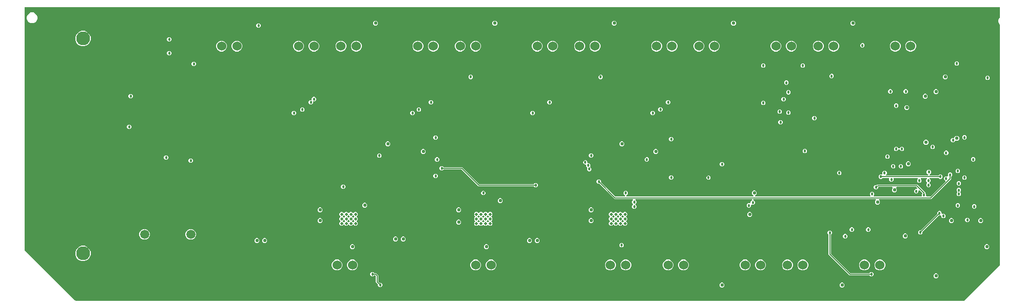
<source format=gbr>
G04 EAGLE Gerber RS-274X export*
G75*
%MOMM*%
%FSLAX34Y34*%
%LPD*%
%INEAGLE Copper Layer 2*%
%IPPOS*%
%AMOC8*
5,1,8,0,0,1.08239X$1,22.5*%
G01*
%ADD10C,1.524000*%
%ADD11C,1.500000*%
%ADD12C,2.286000*%
%ADD13C,0.503200*%
%ADD14C,0.457200*%
%ADD15C,0.553200*%
%ADD16C,0.127000*%
%ADD17C,0.975000*%

G36*
X1542513Y4458D02*
X1542513Y4458D01*
X1542612Y4461D01*
X1542670Y4478D01*
X1542731Y4486D01*
X1542823Y4522D01*
X1542918Y4550D01*
X1542970Y4580D01*
X1543026Y4603D01*
X1543106Y4661D01*
X1543192Y4711D01*
X1543267Y4777D01*
X1543284Y4789D01*
X1543291Y4799D01*
X1543312Y4817D01*
X1601098Y62603D01*
X1601158Y62681D01*
X1601226Y62753D01*
X1601255Y62806D01*
X1601292Y62854D01*
X1601332Y62945D01*
X1601380Y63031D01*
X1601395Y63090D01*
X1601419Y63146D01*
X1601434Y63244D01*
X1601459Y63339D01*
X1601465Y63439D01*
X1601469Y63460D01*
X1601467Y63472D01*
X1601469Y63500D01*
X1601469Y460725D01*
X1601457Y460823D01*
X1601454Y460922D01*
X1601437Y460980D01*
X1601429Y461040D01*
X1601393Y461132D01*
X1601365Y461228D01*
X1601335Y461280D01*
X1601312Y461336D01*
X1601254Y461416D01*
X1601204Y461501D01*
X1601138Y461577D01*
X1601126Y461593D01*
X1601116Y461601D01*
X1601097Y461622D01*
X1600351Y462369D01*
X1599009Y465607D01*
X1599009Y469113D01*
X1600351Y472351D01*
X1601097Y473098D01*
X1601158Y473176D01*
X1601226Y473248D01*
X1601255Y473301D01*
X1601292Y473349D01*
X1601332Y473440D01*
X1601380Y473527D01*
X1601395Y473585D01*
X1601419Y473641D01*
X1601434Y473739D01*
X1601459Y473835D01*
X1601465Y473935D01*
X1601469Y473955D01*
X1601467Y473967D01*
X1601469Y473995D01*
X1601469Y488950D01*
X1601454Y489068D01*
X1601447Y489187D01*
X1601434Y489225D01*
X1601429Y489266D01*
X1601386Y489376D01*
X1601349Y489489D01*
X1601327Y489524D01*
X1601312Y489561D01*
X1601243Y489657D01*
X1601179Y489758D01*
X1601149Y489786D01*
X1601126Y489819D01*
X1601034Y489895D01*
X1600947Y489976D01*
X1600912Y489996D01*
X1600881Y490021D01*
X1600773Y490072D01*
X1600669Y490130D01*
X1600629Y490140D01*
X1600593Y490157D01*
X1600476Y490179D01*
X1600361Y490209D01*
X1600301Y490213D01*
X1600281Y490217D01*
X1600260Y490215D01*
X1600200Y490219D01*
X-6350Y490219D01*
X-6468Y490204D01*
X-6587Y490197D01*
X-6625Y490184D01*
X-6666Y490179D01*
X-6776Y490136D01*
X-6889Y490099D01*
X-6924Y490077D01*
X-6961Y490062D01*
X-7057Y489993D01*
X-7158Y489929D01*
X-7186Y489899D01*
X-7219Y489876D01*
X-7295Y489784D01*
X-7376Y489697D01*
X-7396Y489662D01*
X-7421Y489631D01*
X-7472Y489523D01*
X-7530Y489419D01*
X-7540Y489379D01*
X-7557Y489343D01*
X-7579Y489226D01*
X-7609Y489111D01*
X-7613Y489051D01*
X-7617Y489031D01*
X-7615Y489010D01*
X-7619Y488950D01*
X-7619Y88900D01*
X-7607Y88802D01*
X-7604Y88703D01*
X-7587Y88645D01*
X-7579Y88584D01*
X-7543Y88492D01*
X-7515Y88397D01*
X-7485Y88345D01*
X-7462Y88289D01*
X-7404Y88209D01*
X-7354Y88123D01*
X-7288Y88048D01*
X-7276Y88031D01*
X-7266Y88024D01*
X-7248Y88003D01*
X75938Y4817D01*
X76016Y4757D01*
X76088Y4689D01*
X76141Y4660D01*
X76189Y4623D01*
X76280Y4583D01*
X76366Y4535D01*
X76425Y4520D01*
X76481Y4496D01*
X76579Y4481D01*
X76674Y4456D01*
X76774Y4450D01*
X76795Y4446D01*
X76807Y4448D01*
X76835Y4446D01*
X1542415Y4446D01*
X1542513Y4458D01*
G37*
%LPC*%
G36*
X996747Y156463D02*
X996747Y156463D01*
X994663Y158547D01*
X994663Y161493D01*
X996103Y162933D01*
X996176Y163027D01*
X996254Y163116D01*
X996273Y163152D01*
X996297Y163184D01*
X996345Y163293D01*
X996399Y163399D01*
X996408Y163438D01*
X996424Y163476D01*
X996443Y163593D01*
X996469Y163709D01*
X996467Y163750D01*
X996474Y163790D01*
X996463Y163908D01*
X996459Y164027D01*
X996448Y164066D01*
X996444Y164106D01*
X996404Y164218D01*
X996370Y164333D01*
X996350Y164368D01*
X996336Y164406D01*
X996269Y164504D01*
X996209Y164607D01*
X996169Y164652D01*
X996158Y164669D01*
X996142Y164682D01*
X996103Y164728D01*
X994663Y166167D01*
X994663Y169113D01*
X996103Y170553D01*
X996188Y170662D01*
X996276Y170769D01*
X996285Y170788D01*
X996298Y170804D01*
X996353Y170932D01*
X996412Y171057D01*
X996416Y171077D01*
X996424Y171096D01*
X996446Y171234D01*
X996472Y171370D01*
X996471Y171390D01*
X996474Y171410D01*
X996461Y171549D01*
X996452Y171687D01*
X996446Y171706D01*
X996444Y171726D01*
X996397Y171858D01*
X996354Y171989D01*
X996343Y172007D01*
X996336Y172026D01*
X996258Y172141D01*
X996184Y172258D01*
X996169Y172272D01*
X996158Y172289D01*
X996053Y172381D01*
X995952Y172476D01*
X995935Y172486D01*
X995919Y172499D01*
X995795Y172563D01*
X995674Y172630D01*
X995654Y172635D01*
X995636Y172644D01*
X995500Y172674D01*
X995366Y172709D01*
X995338Y172711D01*
X995326Y172714D01*
X995305Y172713D01*
X995205Y172719D01*
X965998Y172719D01*
X941033Y197684D01*
X940955Y197745D01*
X940883Y197813D01*
X940830Y197842D01*
X940782Y197879D01*
X940691Y197918D01*
X940605Y197966D01*
X940546Y197981D01*
X940490Y198005D01*
X940392Y198021D01*
X940297Y198046D01*
X940197Y198052D01*
X940176Y198055D01*
X940164Y198054D01*
X940136Y198056D01*
X938327Y198056D01*
X936243Y200139D01*
X936243Y203086D01*
X938327Y205169D01*
X941273Y205169D01*
X943357Y203086D01*
X943357Y201277D01*
X943369Y201178D01*
X943372Y201079D01*
X943389Y201021D01*
X943397Y200961D01*
X943433Y200869D01*
X943461Y200774D01*
X943491Y200722D01*
X943514Y200665D01*
X943572Y200585D01*
X943622Y200500D01*
X943688Y200425D01*
X943700Y200408D01*
X943710Y200400D01*
X943728Y200379D01*
X967205Y176902D01*
X967283Y176842D01*
X967356Y176774D01*
X967409Y176745D01*
X967456Y176708D01*
X967547Y176668D01*
X967634Y176620D01*
X967693Y176605D01*
X967748Y176581D01*
X967846Y176566D01*
X967942Y176541D01*
X968042Y176535D01*
X968062Y176531D01*
X968075Y176533D01*
X968103Y176531D01*
X982188Y176531D01*
X982325Y176548D01*
X982464Y176561D01*
X982483Y176568D01*
X982503Y176571D01*
X982632Y176622D01*
X982763Y176669D01*
X982780Y176680D01*
X982799Y176688D01*
X982911Y176769D01*
X983026Y176847D01*
X983040Y176863D01*
X983056Y176874D01*
X983145Y176982D01*
X983237Y177086D01*
X983246Y177104D01*
X983259Y177119D01*
X983318Y177245D01*
X983381Y177369D01*
X983386Y177389D01*
X983394Y177407D01*
X983421Y177543D01*
X983451Y177679D01*
X983450Y177700D01*
X983454Y177719D01*
X983446Y177858D01*
X983441Y177997D01*
X983436Y178017D01*
X983435Y178037D01*
X983392Y178169D01*
X983353Y178303D01*
X983343Y178320D01*
X983336Y178339D01*
X983262Y178457D01*
X983191Y178577D01*
X983173Y178598D01*
X983166Y178608D01*
X983151Y178622D01*
X983085Y178697D01*
X980693Y181089D01*
X980693Y184036D01*
X982777Y186119D01*
X985723Y186119D01*
X987807Y184036D01*
X987807Y181089D01*
X985415Y178697D01*
X985330Y178588D01*
X985241Y178481D01*
X985232Y178462D01*
X985220Y178446D01*
X985165Y178318D01*
X985106Y178193D01*
X985102Y178173D01*
X985094Y178154D01*
X985072Y178016D01*
X985046Y177880D01*
X985047Y177860D01*
X985044Y177840D01*
X985057Y177701D01*
X985065Y177563D01*
X985072Y177544D01*
X985074Y177524D01*
X985121Y177392D01*
X985164Y177261D01*
X985174Y177243D01*
X985181Y177224D01*
X985259Y177109D01*
X985334Y176992D01*
X985348Y176978D01*
X985360Y176961D01*
X985464Y176869D01*
X985565Y176774D01*
X985583Y176764D01*
X985598Y176751D01*
X985722Y176687D01*
X985844Y176620D01*
X985863Y176615D01*
X985881Y176606D01*
X986017Y176576D01*
X986152Y176541D01*
X986180Y176539D01*
X986192Y176536D01*
X986212Y176537D01*
X986312Y176531D01*
X1193916Y176531D01*
X1194054Y176548D01*
X1194193Y176561D01*
X1194212Y176568D01*
X1194232Y176571D01*
X1194361Y176622D01*
X1194492Y176669D01*
X1194509Y176680D01*
X1194527Y176688D01*
X1194640Y176769D01*
X1194755Y176847D01*
X1194768Y176863D01*
X1194785Y176874D01*
X1194874Y176982D01*
X1194965Y177086D01*
X1194975Y177104D01*
X1194988Y177119D01*
X1195047Y177245D01*
X1195110Y177369D01*
X1195115Y177389D01*
X1195123Y177407D01*
X1195149Y177543D01*
X1195180Y177679D01*
X1195179Y177700D01*
X1195183Y177719D01*
X1195174Y177858D01*
X1195170Y177997D01*
X1195164Y178017D01*
X1195163Y178037D01*
X1195120Y178169D01*
X1195082Y178303D01*
X1195071Y178320D01*
X1195065Y178339D01*
X1194991Y178457D01*
X1194920Y178577D01*
X1194902Y178598D01*
X1194895Y178608D01*
X1194880Y178622D01*
X1194814Y178697D01*
X1192303Y181208D01*
X1192303Y184552D01*
X1194668Y186917D01*
X1198012Y186917D01*
X1200377Y184552D01*
X1200377Y181208D01*
X1197866Y178697D01*
X1197781Y178588D01*
X1197692Y178481D01*
X1197684Y178462D01*
X1197671Y178446D01*
X1197616Y178318D01*
X1197557Y178193D01*
X1197553Y178173D01*
X1197545Y178154D01*
X1197523Y178016D01*
X1197497Y177880D01*
X1197498Y177860D01*
X1197495Y177840D01*
X1197508Y177701D01*
X1197517Y177563D01*
X1197523Y177544D01*
X1197525Y177524D01*
X1197572Y177392D01*
X1197615Y177261D01*
X1197626Y177243D01*
X1197633Y177224D01*
X1197711Y177109D01*
X1197785Y176992D01*
X1197800Y176978D01*
X1197811Y176961D01*
X1197915Y176869D01*
X1198017Y176774D01*
X1198034Y176764D01*
X1198050Y176751D01*
X1198174Y176687D01*
X1198295Y176620D01*
X1198315Y176615D01*
X1198333Y176606D01*
X1198469Y176576D01*
X1198603Y176541D01*
X1198631Y176539D01*
X1198643Y176536D01*
X1198664Y176537D01*
X1198764Y176531D01*
X1387000Y176531D01*
X1387138Y176548D01*
X1387276Y176561D01*
X1387295Y176568D01*
X1387316Y176571D01*
X1387445Y176622D01*
X1387576Y176669D01*
X1387593Y176680D01*
X1387611Y176688D01*
X1387724Y176769D01*
X1387839Y176847D01*
X1387852Y176863D01*
X1387869Y176874D01*
X1387957Y176982D01*
X1388049Y177086D01*
X1388059Y177104D01*
X1388071Y177119D01*
X1388131Y177245D01*
X1388194Y177369D01*
X1388198Y177389D01*
X1388207Y177407D01*
X1388233Y177544D01*
X1388264Y177679D01*
X1388263Y177700D01*
X1388267Y177719D01*
X1388258Y177858D01*
X1388254Y177997D01*
X1388248Y178017D01*
X1388247Y178037D01*
X1388204Y178169D01*
X1388166Y178303D01*
X1388155Y178320D01*
X1388149Y178339D01*
X1388075Y178457D01*
X1388004Y178577D01*
X1387985Y178598D01*
X1387979Y178608D01*
X1387964Y178622D01*
X1387898Y178697D01*
X1387093Y179502D01*
X1387093Y182448D01*
X1389177Y184532D01*
X1392123Y184532D01*
X1394207Y182448D01*
X1394207Y179502D01*
X1393402Y178697D01*
X1393318Y178588D01*
X1393229Y178481D01*
X1393220Y178462D01*
X1393208Y178446D01*
X1393152Y178319D01*
X1393093Y178193D01*
X1393089Y178173D01*
X1393081Y178154D01*
X1393059Y178016D01*
X1393033Y177880D01*
X1393034Y177860D01*
X1393031Y177840D01*
X1393044Y177701D01*
X1393053Y177563D01*
X1393059Y177544D01*
X1393061Y177524D01*
X1393108Y177392D01*
X1393151Y177261D01*
X1393162Y177243D01*
X1393169Y177224D01*
X1393247Y177109D01*
X1393321Y176992D01*
X1393336Y176978D01*
X1393347Y176961D01*
X1393451Y176869D01*
X1393553Y176774D01*
X1393571Y176764D01*
X1393586Y176751D01*
X1393709Y176688D01*
X1393831Y176620D01*
X1393851Y176615D01*
X1393869Y176606D01*
X1394005Y176576D01*
X1394139Y176541D01*
X1394167Y176539D01*
X1394179Y176536D01*
X1394200Y176537D01*
X1394300Y176531D01*
X1471549Y176531D01*
X1471667Y176546D01*
X1471786Y176553D01*
X1471824Y176566D01*
X1471865Y176571D01*
X1471975Y176614D01*
X1472088Y176651D01*
X1472123Y176673D01*
X1472160Y176688D01*
X1472256Y176757D01*
X1472357Y176821D01*
X1472385Y176851D01*
X1472418Y176874D01*
X1472494Y176966D01*
X1472575Y177053D01*
X1472595Y177088D01*
X1472620Y177119D01*
X1472671Y177227D01*
X1472729Y177331D01*
X1472739Y177371D01*
X1472756Y177407D01*
X1472778Y177524D01*
X1472808Y177639D01*
X1472812Y177699D01*
X1472816Y177719D01*
X1472814Y177740D01*
X1472818Y177800D01*
X1472818Y180861D01*
X1473202Y181245D01*
X1473275Y181339D01*
X1473354Y181428D01*
X1473364Y181447D01*
X1473375Y181460D01*
X1473383Y181477D01*
X1473397Y181496D01*
X1473445Y181605D01*
X1473499Y181711D01*
X1473504Y181735D01*
X1473510Y181748D01*
X1473513Y181764D01*
X1473524Y181788D01*
X1473542Y181906D01*
X1473568Y182022D01*
X1473568Y182048D01*
X1473570Y182060D01*
X1473569Y182074D01*
X1473574Y182102D01*
X1473562Y182221D01*
X1473559Y182340D01*
X1473551Y182367D01*
X1473550Y182378D01*
X1473547Y182389D01*
X1473544Y182419D01*
X1473503Y182531D01*
X1473470Y182645D01*
X1473455Y182671D01*
X1473452Y182680D01*
X1473447Y182689D01*
X1473436Y182718D01*
X1473369Y182816D01*
X1473309Y182919D01*
X1473269Y182964D01*
X1473258Y182981D01*
X1473242Y182995D01*
X1473202Y183040D01*
X1469398Y186844D01*
X1469289Y186929D01*
X1469182Y187018D01*
X1469163Y187026D01*
X1469147Y187039D01*
X1469019Y187094D01*
X1468894Y187153D01*
X1468874Y187157D01*
X1468855Y187165D01*
X1468717Y187187D01*
X1468581Y187213D01*
X1468561Y187212D01*
X1468541Y187215D01*
X1468402Y187202D01*
X1468264Y187193D01*
X1468245Y187187D01*
X1468225Y187185D01*
X1468093Y187138D01*
X1467962Y187095D01*
X1467944Y187085D01*
X1467925Y187078D01*
X1467810Y187000D01*
X1467693Y186925D01*
X1467679Y186910D01*
X1467662Y186899D01*
X1467570Y186795D01*
X1467475Y186694D01*
X1467465Y186676D01*
X1467452Y186661D01*
X1467388Y186537D01*
X1467321Y186415D01*
X1467316Y186395D01*
X1467307Y186377D01*
X1467277Y186242D01*
X1467242Y186107D01*
X1467240Y186079D01*
X1467237Y186067D01*
X1467238Y186047D01*
X1467232Y185946D01*
X1467232Y184264D01*
X1465148Y182181D01*
X1462202Y182181D01*
X1460118Y184264D01*
X1460118Y187211D01*
X1462202Y189294D01*
X1463884Y189294D01*
X1464022Y189312D01*
X1464160Y189325D01*
X1464179Y189332D01*
X1464199Y189334D01*
X1464329Y189385D01*
X1464460Y189432D01*
X1464476Y189444D01*
X1464495Y189451D01*
X1464607Y189533D01*
X1464723Y189611D01*
X1464736Y189626D01*
X1464752Y189638D01*
X1464841Y189745D01*
X1464933Y189849D01*
X1464942Y189867D01*
X1464955Y189883D01*
X1465015Y190009D01*
X1465078Y190133D01*
X1465082Y190152D01*
X1465091Y190171D01*
X1465117Y190307D01*
X1465147Y190443D01*
X1465147Y190463D01*
X1465151Y190483D01*
X1465142Y190621D01*
X1465138Y190761D01*
X1465132Y190780D01*
X1465131Y190800D01*
X1465088Y190932D01*
X1465049Y191066D01*
X1465039Y191084D01*
X1465033Y191103D01*
X1464959Y191220D01*
X1464888Y191340D01*
X1464869Y191361D01*
X1464863Y191372D01*
X1464848Y191386D01*
X1464781Y191461D01*
X1463892Y192350D01*
X1463814Y192411D01*
X1463742Y192479D01*
X1463689Y192508D01*
X1463641Y192545D01*
X1463550Y192584D01*
X1463463Y192632D01*
X1463405Y192647D01*
X1463349Y192671D01*
X1463251Y192687D01*
X1463156Y192712D01*
X1463055Y192718D01*
X1463035Y192721D01*
X1463023Y192720D01*
X1462995Y192722D01*
X1431491Y192722D01*
X1431353Y192704D01*
X1431215Y192691D01*
X1431196Y192684D01*
X1431176Y192682D01*
X1431047Y192631D01*
X1430916Y192584D01*
X1430899Y192572D01*
X1430880Y192565D01*
X1430768Y192483D01*
X1430652Y192405D01*
X1430639Y192390D01*
X1430623Y192378D01*
X1430534Y192271D01*
X1430442Y192167D01*
X1430433Y192149D01*
X1430420Y192133D01*
X1430361Y192007D01*
X1430297Y191883D01*
X1430293Y191864D01*
X1430284Y191845D01*
X1430258Y191709D01*
X1430228Y191573D01*
X1430228Y191553D01*
X1430225Y191533D01*
X1430233Y191395D01*
X1430237Y191255D01*
X1430243Y191236D01*
X1430244Y191216D01*
X1430287Y191084D01*
X1430326Y190950D01*
X1430336Y190932D01*
X1430342Y190913D01*
X1430417Y190795D01*
X1430487Y190676D01*
X1430506Y190655D01*
X1430513Y190644D01*
X1430528Y190630D01*
X1430594Y190555D01*
X1431517Y189632D01*
X1431517Y186288D01*
X1429152Y183923D01*
X1425808Y183923D01*
X1423443Y186288D01*
X1423443Y189632D01*
X1424366Y190555D01*
X1424451Y190665D01*
X1424540Y190772D01*
X1424549Y190790D01*
X1424561Y190806D01*
X1424616Y190934D01*
X1424676Y191060D01*
X1424679Y191079D01*
X1424688Y191098D01*
X1424709Y191236D01*
X1424735Y191372D01*
X1424734Y191392D01*
X1424737Y191412D01*
X1424724Y191551D01*
X1424716Y191689D01*
X1424709Y191709D01*
X1424708Y191729D01*
X1424660Y191860D01*
X1424618Y191992D01*
X1424607Y192009D01*
X1424600Y192028D01*
X1424522Y192143D01*
X1424447Y192261D01*
X1424433Y192275D01*
X1424421Y192291D01*
X1424317Y192383D01*
X1424216Y192479D01*
X1424198Y192488D01*
X1424183Y192502D01*
X1424059Y192565D01*
X1423937Y192632D01*
X1423918Y192637D01*
X1423900Y192646D01*
X1423764Y192677D01*
X1423629Y192712D01*
X1423601Y192713D01*
X1423589Y192716D01*
X1423569Y192715D01*
X1423469Y192722D01*
X1401826Y192722D01*
X1401708Y192707D01*
X1401589Y192699D01*
X1401551Y192687D01*
X1401510Y192682D01*
X1401400Y192638D01*
X1401287Y192601D01*
X1401252Y192580D01*
X1401215Y192565D01*
X1401119Y192495D01*
X1401018Y192431D01*
X1400990Y192402D01*
X1400957Y192378D01*
X1400881Y192286D01*
X1400800Y192200D01*
X1400780Y192164D01*
X1400755Y192133D01*
X1400704Y192025D01*
X1400646Y191921D01*
X1400636Y191882D01*
X1400619Y191845D01*
X1400597Y191729D01*
X1400567Y191613D01*
X1400563Y191553D01*
X1400559Y191533D01*
X1400561Y191513D01*
X1400557Y191453D01*
X1400557Y190614D01*
X1398473Y188531D01*
X1395527Y188531D01*
X1393443Y190614D01*
X1393443Y193561D01*
X1395527Y195644D01*
X1397336Y195644D01*
X1397434Y195657D01*
X1397533Y195660D01*
X1397591Y195676D01*
X1397651Y195684D01*
X1397743Y195721D01*
X1397839Y195748D01*
X1397891Y195779D01*
X1397947Y195801D01*
X1398027Y195859D01*
X1398113Y195910D01*
X1398188Y195976D01*
X1398204Y195988D01*
X1398212Y195997D01*
X1398233Y196016D01*
X1398751Y196533D01*
X1465099Y196533D01*
X1478281Y183352D01*
X1478281Y183037D01*
X1478293Y182939D01*
X1478296Y182840D01*
X1478313Y182782D01*
X1478321Y182722D01*
X1478357Y182630D01*
X1478385Y182535D01*
X1478415Y182483D01*
X1478438Y182426D01*
X1478496Y182346D01*
X1478546Y182261D01*
X1478612Y182185D01*
X1478624Y182169D01*
X1478634Y182161D01*
X1478652Y182140D01*
X1479932Y180861D01*
X1479932Y177800D01*
X1479947Y177682D01*
X1479954Y177563D01*
X1479967Y177525D01*
X1479972Y177484D01*
X1480015Y177374D01*
X1480052Y177261D01*
X1480074Y177226D01*
X1480089Y177189D01*
X1480158Y177093D01*
X1480222Y176992D01*
X1480252Y176964D01*
X1480275Y176931D01*
X1480367Y176855D01*
X1480454Y176774D01*
X1480489Y176754D01*
X1480520Y176729D01*
X1480628Y176678D01*
X1480732Y176620D01*
X1480772Y176610D01*
X1480808Y176593D01*
X1480925Y176571D01*
X1481040Y176541D01*
X1481100Y176537D01*
X1481120Y176533D01*
X1481141Y176535D01*
X1481201Y176531D01*
X1486172Y176531D01*
X1486271Y176543D01*
X1486370Y176546D01*
X1486428Y176563D01*
X1486488Y176571D01*
X1486580Y176607D01*
X1486675Y176635D01*
X1486727Y176665D01*
X1486784Y176688D01*
X1486864Y176746D01*
X1486949Y176796D01*
X1487024Y176862D01*
X1487041Y176874D01*
X1487049Y176884D01*
X1487070Y176902D01*
X1511302Y201135D01*
X1511376Y201229D01*
X1511454Y201318D01*
X1511473Y201354D01*
X1511497Y201386D01*
X1511545Y201496D01*
X1511599Y201602D01*
X1511608Y201641D01*
X1511624Y201678D01*
X1511642Y201796D01*
X1511668Y201912D01*
X1511667Y201952D01*
X1511674Y201992D01*
X1511662Y202111D01*
X1511659Y202230D01*
X1511648Y202269D01*
X1511644Y202309D01*
X1511603Y202421D01*
X1511570Y202535D01*
X1511550Y202570D01*
X1511536Y202608D01*
X1511469Y202707D01*
X1511409Y202809D01*
X1511369Y202854D01*
X1511358Y202871D01*
X1511342Y202885D01*
X1511302Y202930D01*
X1509331Y204902D01*
X1509331Y207424D01*
X1509313Y207562D01*
X1509300Y207700D01*
X1509293Y207720D01*
X1509291Y207740D01*
X1509271Y207789D01*
X1511414Y209932D01*
X1514412Y209932D01*
X1514530Y209947D01*
X1514648Y209954D01*
X1514687Y209967D01*
X1514727Y209972D01*
X1514838Y210015D01*
X1514951Y210052D01*
X1514985Y210074D01*
X1515023Y210089D01*
X1515119Y210158D01*
X1515220Y210222D01*
X1515247Y210252D01*
X1515280Y210275D01*
X1515356Y210367D01*
X1515438Y210454D01*
X1515457Y210489D01*
X1515483Y210520D01*
X1515534Y210628D01*
X1515591Y210732D01*
X1515601Y210772D01*
X1515618Y210808D01*
X1515641Y210925D01*
X1515671Y211040D01*
X1515674Y211100D01*
X1515678Y211120D01*
X1515677Y211141D01*
X1515681Y211201D01*
X1515681Y214198D01*
X1517764Y216282D01*
X1520711Y216282D01*
X1522794Y214198D01*
X1522794Y211252D01*
X1521515Y209973D01*
X1521454Y209894D01*
X1521386Y209822D01*
X1521357Y209769D01*
X1521320Y209721D01*
X1521281Y209630D01*
X1521233Y209544D01*
X1521218Y209485D01*
X1521194Y209429D01*
X1521178Y209331D01*
X1521153Y209236D01*
X1521147Y209136D01*
X1521144Y209115D01*
X1521145Y209103D01*
X1521143Y209075D01*
X1521143Y205586D01*
X1489765Y174207D01*
X1488277Y172719D01*
X1403234Y172719D01*
X1403096Y172702D01*
X1402957Y172689D01*
X1402938Y172682D01*
X1402918Y172679D01*
X1402789Y172628D01*
X1402658Y172581D01*
X1402641Y172570D01*
X1402623Y172562D01*
X1402510Y172481D01*
X1402395Y172403D01*
X1402382Y172387D01*
X1402365Y172376D01*
X1402276Y172268D01*
X1402185Y172164D01*
X1402175Y172146D01*
X1402162Y172131D01*
X1402103Y172005D01*
X1402040Y171881D01*
X1402035Y171861D01*
X1402027Y171843D01*
X1402001Y171706D01*
X1401970Y171571D01*
X1401971Y171550D01*
X1401967Y171531D01*
X1401976Y171392D01*
X1401980Y171253D01*
X1401986Y171233D01*
X1401987Y171213D01*
X1402030Y171081D01*
X1402068Y170947D01*
X1402079Y170930D01*
X1402085Y170911D01*
X1402159Y170793D01*
X1402230Y170673D01*
X1402248Y170652D01*
X1402255Y170642D01*
X1402270Y170628D01*
X1402336Y170553D01*
X1403577Y169312D01*
X1403577Y165968D01*
X1401212Y163603D01*
X1397868Y163603D01*
X1395503Y165968D01*
X1395503Y169312D01*
X1396744Y170553D01*
X1396829Y170662D01*
X1396918Y170769D01*
X1396926Y170788D01*
X1396939Y170804D01*
X1396994Y170932D01*
X1397053Y171057D01*
X1397057Y171077D01*
X1397065Y171096D01*
X1397087Y171234D01*
X1397113Y171370D01*
X1397112Y171390D01*
X1397115Y171410D01*
X1397102Y171549D01*
X1397093Y171687D01*
X1397087Y171706D01*
X1397085Y171726D01*
X1397038Y171858D01*
X1396995Y171989D01*
X1396984Y172007D01*
X1396977Y172026D01*
X1396899Y172141D01*
X1396825Y172258D01*
X1396810Y172272D01*
X1396799Y172289D01*
X1396695Y172381D01*
X1396593Y172476D01*
X1396576Y172486D01*
X1396560Y172499D01*
X1396436Y172563D01*
X1396315Y172630D01*
X1396295Y172635D01*
X1396277Y172644D01*
X1396141Y172674D01*
X1396007Y172709D01*
X1395979Y172711D01*
X1395967Y172714D01*
X1395946Y172713D01*
X1395846Y172719D01*
X1195862Y172719D01*
X1195725Y172702D01*
X1195586Y172689D01*
X1195567Y172682D01*
X1195547Y172679D01*
X1195418Y172628D01*
X1195287Y172581D01*
X1195270Y172570D01*
X1195251Y172562D01*
X1195139Y172481D01*
X1195024Y172403D01*
X1195010Y172387D01*
X1194994Y172376D01*
X1194905Y172268D01*
X1194813Y172164D01*
X1194804Y172146D01*
X1194791Y172131D01*
X1194732Y172005D01*
X1194669Y171881D01*
X1194664Y171861D01*
X1194656Y171843D01*
X1194629Y171707D01*
X1194599Y171571D01*
X1194600Y171550D01*
X1194596Y171531D01*
X1194604Y171392D01*
X1194609Y171253D01*
X1194614Y171233D01*
X1194615Y171213D01*
X1194658Y171081D01*
X1194697Y170947D01*
X1194707Y170930D01*
X1194714Y170911D01*
X1194788Y170793D01*
X1194859Y170673D01*
X1194877Y170652D01*
X1194884Y170642D01*
X1194899Y170628D01*
X1194965Y170553D01*
X1197357Y168161D01*
X1197357Y165214D01*
X1195273Y163131D01*
X1192276Y163131D01*
X1192158Y163116D01*
X1192039Y163108D01*
X1192001Y163096D01*
X1191960Y163091D01*
X1191850Y163047D01*
X1191737Y163010D01*
X1191702Y162989D01*
X1191665Y162974D01*
X1191569Y162904D01*
X1191468Y162840D01*
X1191440Y162811D01*
X1191407Y162787D01*
X1191331Y162695D01*
X1191250Y162609D01*
X1191230Y162573D01*
X1191205Y162542D01*
X1191154Y162434D01*
X1191096Y162330D01*
X1191086Y162291D01*
X1191069Y162254D01*
X1191047Y162138D01*
X1191017Y162022D01*
X1191013Y161962D01*
X1191009Y161942D01*
X1191011Y161922D01*
X1191010Y161919D01*
X1191009Y161913D01*
X1191010Y161907D01*
X1191007Y161862D01*
X1191007Y160452D01*
X1188923Y158368D01*
X1185977Y158368D01*
X1183893Y160452D01*
X1183893Y163398D01*
X1185977Y165482D01*
X1188974Y165482D01*
X1189092Y165497D01*
X1189211Y165504D01*
X1189249Y165517D01*
X1189290Y165522D01*
X1189400Y165565D01*
X1189513Y165602D01*
X1189548Y165624D01*
X1189585Y165639D01*
X1189681Y165708D01*
X1189782Y165772D01*
X1189810Y165802D01*
X1189843Y165825D01*
X1189919Y165917D01*
X1190000Y166004D01*
X1190020Y166039D01*
X1190045Y166070D01*
X1190096Y166178D01*
X1190154Y166282D01*
X1190164Y166322D01*
X1190181Y166358D01*
X1190203Y166475D01*
X1190233Y166590D01*
X1190237Y166650D01*
X1190241Y166670D01*
X1190239Y166691D01*
X1190243Y166751D01*
X1190243Y168161D01*
X1192635Y170553D01*
X1192720Y170662D01*
X1192809Y170769D01*
X1192818Y170788D01*
X1192830Y170804D01*
X1192885Y170932D01*
X1192944Y171057D01*
X1192948Y171077D01*
X1192956Y171096D01*
X1192978Y171234D01*
X1193004Y171370D01*
X1193003Y171390D01*
X1193006Y171410D01*
X1192993Y171549D01*
X1192985Y171687D01*
X1192978Y171706D01*
X1192976Y171726D01*
X1192929Y171858D01*
X1192886Y171989D01*
X1192876Y172007D01*
X1192869Y172026D01*
X1192791Y172141D01*
X1192716Y172258D01*
X1192702Y172272D01*
X1192690Y172289D01*
X1192586Y172381D01*
X1192485Y172476D01*
X1192467Y172486D01*
X1192452Y172499D01*
X1192328Y172563D01*
X1192206Y172630D01*
X1192187Y172635D01*
X1192169Y172644D01*
X1192033Y172674D01*
X1191898Y172709D01*
X1191870Y172711D01*
X1191858Y172714D01*
X1191838Y172713D01*
X1191738Y172719D01*
X1001235Y172719D01*
X1001097Y172702D01*
X1000959Y172689D01*
X1000939Y172682D01*
X1000919Y172679D01*
X1000790Y172628D01*
X1000659Y172581D01*
X1000642Y172570D01*
X1000624Y172562D01*
X1000511Y172481D01*
X1000396Y172403D01*
X1000383Y172387D01*
X1000366Y172376D01*
X1000278Y172268D01*
X1000186Y172164D01*
X1000176Y172146D01*
X1000164Y172131D01*
X1000104Y172005D01*
X1000041Y171881D01*
X1000037Y171861D01*
X1000028Y171843D01*
X1000002Y171706D01*
X999971Y171571D01*
X999972Y171550D01*
X999968Y171531D01*
X999977Y171392D01*
X999981Y171253D01*
X999987Y171233D01*
X999988Y171213D01*
X1000031Y171081D01*
X1000069Y170947D01*
X1000080Y170930D01*
X1000086Y170911D01*
X1000161Y170793D01*
X1000231Y170673D01*
X1000250Y170652D01*
X1000256Y170642D01*
X1000271Y170628D01*
X1000337Y170553D01*
X1001777Y169113D01*
X1001777Y166167D01*
X1000337Y164728D01*
X1000264Y164633D01*
X1000186Y164544D01*
X1000167Y164508D01*
X1000143Y164476D01*
X1000095Y164367D01*
X1000041Y164261D01*
X1000032Y164222D01*
X1000016Y164184D01*
X999997Y164067D01*
X999971Y163951D01*
X999973Y163910D01*
X999966Y163870D01*
X999977Y163752D01*
X999981Y163633D01*
X999992Y163594D01*
X999996Y163554D01*
X1000036Y163441D01*
X1000070Y163327D01*
X1000090Y163293D01*
X1000104Y163254D01*
X1000171Y163156D01*
X1000231Y163053D01*
X1000271Y163008D01*
X1000282Y162991D01*
X1000298Y162978D01*
X1000337Y162933D01*
X1001777Y161493D01*
X1001777Y158547D01*
X999693Y156463D01*
X996747Y156463D01*
G37*
%LPD*%
%LPC*%
G36*
X1482204Y192341D02*
X1482204Y192341D01*
X1480121Y194424D01*
X1480121Y197371D01*
X1481243Y198493D01*
X1481316Y198587D01*
X1481394Y198676D01*
X1481413Y198712D01*
X1481437Y198744D01*
X1481485Y198853D01*
X1481539Y198959D01*
X1481548Y198998D01*
X1481564Y199036D01*
X1481583Y199153D01*
X1481609Y199269D01*
X1481607Y199310D01*
X1481614Y199350D01*
X1481603Y199468D01*
X1481599Y199587D01*
X1481588Y199626D01*
X1481584Y199666D01*
X1481544Y199778D01*
X1481510Y199893D01*
X1481490Y199928D01*
X1481476Y199966D01*
X1481409Y200064D01*
X1481349Y200167D01*
X1481309Y200212D01*
X1481298Y200229D01*
X1481282Y200242D01*
X1481243Y200288D01*
X1479803Y201727D01*
X1479803Y204673D01*
X1480608Y205478D01*
X1480692Y205587D01*
X1480781Y205694D01*
X1480790Y205713D01*
X1480802Y205729D01*
X1480858Y205856D01*
X1480917Y205982D01*
X1480921Y206002D01*
X1480929Y206021D01*
X1480951Y206159D01*
X1480977Y206295D01*
X1480976Y206315D01*
X1480979Y206335D01*
X1480966Y206474D01*
X1480957Y206612D01*
X1480951Y206631D01*
X1480949Y206651D01*
X1480902Y206783D01*
X1480859Y206914D01*
X1480848Y206932D01*
X1480841Y206951D01*
X1480763Y207066D01*
X1480689Y207183D01*
X1480674Y207197D01*
X1480663Y207214D01*
X1480559Y207306D01*
X1480457Y207401D01*
X1480439Y207411D01*
X1480424Y207424D01*
X1480301Y207487D01*
X1480179Y207555D01*
X1480159Y207560D01*
X1480141Y207569D01*
X1480005Y207599D01*
X1479871Y207634D01*
X1479843Y207636D01*
X1479831Y207639D01*
X1479810Y207638D01*
X1479710Y207644D01*
X1472087Y207644D01*
X1471949Y207627D01*
X1471811Y207614D01*
X1471792Y207607D01*
X1471772Y207604D01*
X1471643Y207553D01*
X1471512Y207506D01*
X1471495Y207495D01*
X1471476Y207487D01*
X1471364Y207406D01*
X1471249Y207328D01*
X1471235Y207312D01*
X1471219Y207301D01*
X1471130Y207193D01*
X1471038Y207089D01*
X1471029Y207071D01*
X1471016Y207056D01*
X1470957Y206930D01*
X1470894Y206806D01*
X1470889Y206786D01*
X1470881Y206768D01*
X1470854Y206631D01*
X1470824Y206496D01*
X1470825Y206475D01*
X1470821Y206456D01*
X1470829Y206317D01*
X1470834Y206178D01*
X1470839Y206158D01*
X1470840Y206138D01*
X1470883Y206006D01*
X1470922Y205872D01*
X1470932Y205855D01*
X1470939Y205836D01*
X1471013Y205718D01*
X1471084Y205598D01*
X1471102Y205577D01*
X1471109Y205567D01*
X1471124Y205553D01*
X1471190Y205478D01*
X1471994Y204673D01*
X1471994Y201727D01*
X1469911Y199643D01*
X1466964Y199643D01*
X1464881Y201727D01*
X1464881Y204673D01*
X1465685Y205478D01*
X1465770Y205587D01*
X1465859Y205694D01*
X1465868Y205713D01*
X1465880Y205729D01*
X1465935Y205856D01*
X1465994Y205982D01*
X1465998Y206002D01*
X1466006Y206021D01*
X1466028Y206159D01*
X1466054Y206295D01*
X1466053Y206315D01*
X1466056Y206335D01*
X1466043Y206474D01*
X1466035Y206612D01*
X1466028Y206631D01*
X1466026Y206651D01*
X1465979Y206783D01*
X1465936Y206914D01*
X1465926Y206932D01*
X1465919Y206951D01*
X1465841Y207066D01*
X1465766Y207183D01*
X1465752Y207197D01*
X1465740Y207214D01*
X1465636Y207306D01*
X1465535Y207401D01*
X1465517Y207411D01*
X1465502Y207424D01*
X1465378Y207487D01*
X1465256Y207555D01*
X1465237Y207560D01*
X1465219Y207569D01*
X1465083Y207599D01*
X1464948Y207634D01*
X1464920Y207636D01*
X1464908Y207639D01*
X1464888Y207638D01*
X1464788Y207644D01*
X1427226Y207644D01*
X1427108Y207629D01*
X1426989Y207622D01*
X1426951Y207609D01*
X1426910Y207604D01*
X1426800Y207561D01*
X1426687Y207524D01*
X1426652Y207502D01*
X1426615Y207487D01*
X1426519Y207418D01*
X1426418Y207354D01*
X1426390Y207324D01*
X1426357Y207301D01*
X1426281Y207209D01*
X1426200Y207122D01*
X1426180Y207087D01*
X1426155Y207056D01*
X1426104Y206948D01*
X1426046Y206844D01*
X1426036Y206804D01*
X1426019Y206768D01*
X1425997Y206651D01*
X1425967Y206536D01*
X1425963Y206476D01*
X1425959Y206456D01*
X1425961Y206435D01*
X1425957Y206375D01*
X1425957Y203314D01*
X1423873Y201231D01*
X1420927Y201231D01*
X1418843Y203314D01*
X1418843Y206375D01*
X1418828Y206493D01*
X1418821Y206612D01*
X1418808Y206650D01*
X1418803Y206691D01*
X1418760Y206801D01*
X1418723Y206914D01*
X1418701Y206949D01*
X1418686Y206986D01*
X1418617Y207082D01*
X1418553Y207183D01*
X1418523Y207211D01*
X1418500Y207244D01*
X1418408Y207320D01*
X1418321Y207401D01*
X1418286Y207421D01*
X1418255Y207446D01*
X1418147Y207497D01*
X1418043Y207555D01*
X1418003Y207565D01*
X1417967Y207582D01*
X1417850Y207604D01*
X1417735Y207634D01*
X1417675Y207638D01*
X1417655Y207642D01*
X1417634Y207640D01*
X1417574Y207644D01*
X1408587Y207644D01*
X1408489Y207632D01*
X1408390Y207629D01*
X1408332Y207612D01*
X1408272Y207604D01*
X1408180Y207568D01*
X1408085Y207540D01*
X1408033Y207510D01*
X1407976Y207487D01*
X1407896Y207429D01*
X1407811Y207379D01*
X1407735Y207313D01*
X1407719Y207301D01*
X1407711Y207291D01*
X1407690Y207273D01*
X1406411Y205993D01*
X1403464Y205993D01*
X1401381Y208077D01*
X1401381Y211023D01*
X1403464Y213107D01*
X1406462Y213107D01*
X1406580Y213122D01*
X1406698Y213129D01*
X1406737Y213142D01*
X1406777Y213147D01*
X1406888Y213190D01*
X1407001Y213227D01*
X1407035Y213249D01*
X1407073Y213264D01*
X1407169Y213333D01*
X1407270Y213397D01*
X1407297Y213427D01*
X1407330Y213450D01*
X1407406Y213542D01*
X1407488Y213629D01*
X1407507Y213664D01*
X1407533Y213695D01*
X1407584Y213803D01*
X1407641Y213907D01*
X1407651Y213947D01*
X1407668Y213983D01*
X1407691Y214100D01*
X1407721Y214215D01*
X1407724Y214275D01*
X1407728Y214295D01*
X1407727Y214316D01*
X1407731Y214376D01*
X1407731Y217373D01*
X1409814Y219457D01*
X1412761Y219457D01*
X1414844Y217373D01*
X1414844Y214427D01*
X1414040Y213622D01*
X1413955Y213513D01*
X1413866Y213406D01*
X1413857Y213387D01*
X1413845Y213371D01*
X1413790Y213244D01*
X1413731Y213118D01*
X1413727Y213098D01*
X1413719Y213079D01*
X1413697Y212941D01*
X1413671Y212805D01*
X1413672Y212785D01*
X1413669Y212765D01*
X1413682Y212626D01*
X1413690Y212488D01*
X1413697Y212469D01*
X1413699Y212449D01*
X1413746Y212317D01*
X1413789Y212186D01*
X1413799Y212168D01*
X1413806Y212149D01*
X1413884Y212034D01*
X1413959Y211917D01*
X1413973Y211903D01*
X1413985Y211886D01*
X1414089Y211794D01*
X1414190Y211699D01*
X1414208Y211689D01*
X1414223Y211676D01*
X1414347Y211613D01*
X1414469Y211545D01*
X1414488Y211540D01*
X1414506Y211531D01*
X1414642Y211501D01*
X1414777Y211466D01*
X1414805Y211464D01*
X1414817Y211461D01*
X1414837Y211462D01*
X1414937Y211456D01*
X1482250Y211456D01*
X1482388Y211473D01*
X1482526Y211486D01*
X1482546Y211493D01*
X1482566Y211496D01*
X1482695Y211547D01*
X1482826Y211594D01*
X1482843Y211605D01*
X1482861Y211613D01*
X1482974Y211694D01*
X1483089Y211772D01*
X1483102Y211788D01*
X1483119Y211799D01*
X1483207Y211907D01*
X1483299Y212011D01*
X1483309Y212029D01*
X1483321Y212044D01*
X1483381Y212170D01*
X1483444Y212294D01*
X1483448Y212314D01*
X1483457Y212332D01*
X1483483Y212468D01*
X1483514Y212604D01*
X1483513Y212625D01*
X1483517Y212644D01*
X1483508Y212783D01*
X1483504Y212922D01*
X1483498Y212942D01*
X1483497Y212962D01*
X1483454Y213094D01*
X1483416Y213228D01*
X1483405Y213245D01*
X1483399Y213264D01*
X1483324Y213382D01*
X1483254Y213502D01*
X1483235Y213523D01*
X1483229Y213533D01*
X1483214Y213547D01*
X1483148Y213622D01*
X1480756Y216014D01*
X1480756Y218961D01*
X1482839Y221044D01*
X1485786Y221044D01*
X1487869Y218961D01*
X1487869Y216014D01*
X1485477Y213622D01*
X1485392Y213513D01*
X1485304Y213406D01*
X1485295Y213387D01*
X1485282Y213371D01*
X1485227Y213243D01*
X1485168Y213118D01*
X1485164Y213098D01*
X1485156Y213079D01*
X1485134Y212941D01*
X1485108Y212805D01*
X1485109Y212785D01*
X1485106Y212765D01*
X1485119Y212626D01*
X1485128Y212488D01*
X1485134Y212469D01*
X1485136Y212449D01*
X1485183Y212317D01*
X1485226Y212186D01*
X1485237Y212168D01*
X1485244Y212149D01*
X1485322Y212034D01*
X1485396Y211917D01*
X1485411Y211903D01*
X1485422Y211886D01*
X1485527Y211794D01*
X1485628Y211699D01*
X1485645Y211689D01*
X1485661Y211676D01*
X1485785Y211612D01*
X1485906Y211545D01*
X1485926Y211540D01*
X1485944Y211531D01*
X1486080Y211501D01*
X1486214Y211466D01*
X1486242Y211464D01*
X1486254Y211461D01*
X1486275Y211462D01*
X1486375Y211456D01*
X1499713Y211456D01*
X1499811Y211468D01*
X1499910Y211471D01*
X1499968Y211488D01*
X1500028Y211496D01*
X1500120Y211532D01*
X1500215Y211560D01*
X1500267Y211590D01*
X1500324Y211613D01*
X1500404Y211671D01*
X1500489Y211721D01*
X1500565Y211787D01*
X1500581Y211799D01*
X1500589Y211809D01*
X1500610Y211827D01*
X1501889Y213107D01*
X1504836Y213107D01*
X1506919Y211023D01*
X1506919Y208501D01*
X1506937Y208363D01*
X1506950Y208225D01*
X1506957Y208205D01*
X1506959Y208185D01*
X1506979Y208136D01*
X1504836Y205993D01*
X1501889Y205993D01*
X1500610Y207273D01*
X1500532Y207333D01*
X1500460Y207401D01*
X1500407Y207430D01*
X1500359Y207467D01*
X1500268Y207507D01*
X1500181Y207555D01*
X1500123Y207570D01*
X1500067Y207594D01*
X1499969Y207609D01*
X1499873Y207634D01*
X1499773Y207640D01*
X1499753Y207644D01*
X1499741Y207642D01*
X1499713Y207644D01*
X1487010Y207644D01*
X1486872Y207627D01*
X1486734Y207614D01*
X1486715Y207607D01*
X1486694Y207604D01*
X1486565Y207553D01*
X1486434Y207506D01*
X1486417Y207495D01*
X1486399Y207487D01*
X1486286Y207406D01*
X1486171Y207328D01*
X1486158Y207312D01*
X1486141Y207301D01*
X1486053Y207193D01*
X1485961Y207089D01*
X1485951Y207071D01*
X1485939Y207056D01*
X1485879Y206930D01*
X1485816Y206806D01*
X1485812Y206786D01*
X1485803Y206768D01*
X1485777Y206631D01*
X1485746Y206496D01*
X1485747Y206475D01*
X1485743Y206456D01*
X1485752Y206317D01*
X1485756Y206178D01*
X1485762Y206158D01*
X1485763Y206138D01*
X1485806Y206006D01*
X1485844Y205872D01*
X1485855Y205855D01*
X1485861Y205836D01*
X1485936Y205718D01*
X1486006Y205598D01*
X1486025Y205577D01*
X1486031Y205567D01*
X1486046Y205553D01*
X1486112Y205478D01*
X1486917Y204673D01*
X1486917Y201727D01*
X1485795Y200605D01*
X1485722Y200511D01*
X1485643Y200422D01*
X1485625Y200386D01*
X1485600Y200354D01*
X1485553Y200245D01*
X1485499Y200138D01*
X1485490Y200099D01*
X1485474Y200062D01*
X1485455Y199944D01*
X1485429Y199828D01*
X1485430Y199788D01*
X1485424Y199748D01*
X1485435Y199629D01*
X1485439Y199510D01*
X1485450Y199471D01*
X1485454Y199431D01*
X1485494Y199319D01*
X1485527Y199205D01*
X1485548Y199170D01*
X1485561Y199132D01*
X1485628Y199033D01*
X1485689Y198931D01*
X1485728Y198886D01*
X1485740Y198869D01*
X1485755Y198855D01*
X1485795Y198810D01*
X1487234Y197371D01*
X1487234Y194424D01*
X1485151Y192341D01*
X1482204Y192341D01*
G37*
%LPD*%
%LPC*%
G36*
X834187Y192023D02*
X834187Y192023D01*
X832908Y193303D01*
X832829Y193363D01*
X832757Y193431D01*
X832704Y193460D01*
X832656Y193497D01*
X832565Y193537D01*
X832479Y193585D01*
X832420Y193600D01*
X832364Y193624D01*
X832266Y193639D01*
X832171Y193664D01*
X832071Y193670D01*
X832050Y193674D01*
X832038Y193672D01*
X832010Y193674D01*
X740891Y193674D01*
X713322Y221243D01*
X713244Y221303D01*
X713172Y221371D01*
X713119Y221400D01*
X713071Y221437D01*
X712980Y221477D01*
X712893Y221525D01*
X712835Y221540D01*
X712779Y221564D01*
X712681Y221579D01*
X712586Y221604D01*
X712486Y221610D01*
X712465Y221614D01*
X712453Y221612D01*
X712425Y221614D01*
X684370Y221614D01*
X684272Y221602D01*
X684173Y221599D01*
X684115Y221582D01*
X684054Y221574D01*
X683962Y221538D01*
X683867Y221510D01*
X683815Y221480D01*
X683759Y221457D01*
X683679Y221399D01*
X683593Y221349D01*
X683518Y221283D01*
X683501Y221271D01*
X683494Y221261D01*
X683472Y221243D01*
X682193Y219963D01*
X679247Y219963D01*
X677163Y222047D01*
X677163Y224993D01*
X679247Y227077D01*
X682193Y227077D01*
X683472Y225797D01*
X683551Y225737D01*
X683623Y225669D01*
X683676Y225640D01*
X683724Y225603D01*
X683815Y225563D01*
X683901Y225515D01*
X683960Y225500D01*
X684016Y225476D01*
X684114Y225461D01*
X684209Y225436D01*
X684309Y225430D01*
X684330Y225426D01*
X684342Y225428D01*
X684370Y225426D01*
X714529Y225426D01*
X742098Y197857D01*
X742176Y197797D01*
X742248Y197729D01*
X742301Y197700D01*
X742349Y197663D01*
X742440Y197623D01*
X742527Y197575D01*
X742585Y197560D01*
X742641Y197536D01*
X742739Y197521D01*
X742834Y197496D01*
X742934Y197490D01*
X742955Y197486D01*
X742967Y197488D01*
X742995Y197486D01*
X832010Y197486D01*
X832108Y197498D01*
X832207Y197501D01*
X832265Y197518D01*
X832326Y197526D01*
X832418Y197562D01*
X832513Y197590D01*
X832565Y197620D01*
X832621Y197643D01*
X832701Y197701D01*
X832787Y197751D01*
X832862Y197817D01*
X832879Y197829D01*
X832886Y197839D01*
X832908Y197857D01*
X834187Y199137D01*
X837133Y199137D01*
X839217Y197053D01*
X839217Y194107D01*
X837133Y192023D01*
X834187Y192023D01*
G37*
%LPD*%
%LPC*%
G36*
X958551Y128293D02*
X958551Y128293D01*
X956333Y130511D01*
X956333Y133649D01*
X957677Y134992D01*
X957750Y135087D01*
X957829Y135176D01*
X957847Y135212D01*
X957872Y135244D01*
X957920Y135353D01*
X957974Y135459D01*
X957982Y135498D01*
X957999Y135536D01*
X958017Y135653D01*
X958043Y135769D01*
X958042Y135810D01*
X958048Y135850D01*
X958037Y135968D01*
X958034Y136087D01*
X958022Y136126D01*
X958019Y136166D01*
X957978Y136279D01*
X957945Y136393D01*
X957925Y136427D01*
X957911Y136466D01*
X957844Y136564D01*
X957784Y136667D01*
X957744Y136712D01*
X957732Y136729D01*
X957717Y136742D01*
X957677Y136787D01*
X956333Y138131D01*
X956333Y141269D01*
X957677Y142612D01*
X957750Y142707D01*
X957829Y142796D01*
X957847Y142832D01*
X957872Y142864D01*
X957920Y142973D01*
X957974Y143079D01*
X957982Y143118D01*
X957999Y143156D01*
X958017Y143273D01*
X958043Y143389D01*
X958042Y143430D01*
X958048Y143470D01*
X958037Y143588D01*
X958034Y143707D01*
X958022Y143746D01*
X958019Y143786D01*
X957978Y143899D01*
X957945Y144013D01*
X957925Y144047D01*
X957911Y144086D01*
X957844Y144184D01*
X957784Y144287D01*
X957744Y144332D01*
X957732Y144349D01*
X957717Y144362D01*
X957677Y144407D01*
X956333Y145751D01*
X956333Y148889D01*
X958551Y151107D01*
X961689Y151107D01*
X963033Y149763D01*
X963127Y149690D01*
X963216Y149611D01*
X963252Y149593D01*
X963284Y149568D01*
X963393Y149520D01*
X963499Y149466D01*
X963538Y149458D01*
X963576Y149441D01*
X963693Y149423D01*
X963809Y149397D01*
X963850Y149398D01*
X963890Y149392D01*
X964008Y149403D01*
X964127Y149406D01*
X964166Y149418D01*
X964206Y149421D01*
X964318Y149462D01*
X964433Y149495D01*
X964468Y149515D01*
X964506Y149529D01*
X964604Y149596D01*
X964707Y149656D01*
X964752Y149696D01*
X964769Y149708D01*
X964782Y149723D01*
X964828Y149763D01*
X966171Y151107D01*
X969309Y151107D01*
X970653Y149763D01*
X970747Y149690D01*
X970836Y149611D01*
X970872Y149593D01*
X970904Y149568D01*
X971013Y149520D01*
X971119Y149466D01*
X971158Y149458D01*
X971196Y149441D01*
X971313Y149423D01*
X971429Y149397D01*
X971470Y149398D01*
X971510Y149392D01*
X971628Y149403D01*
X971747Y149406D01*
X971786Y149418D01*
X971826Y149421D01*
X971938Y149462D01*
X972053Y149495D01*
X972088Y149515D01*
X972126Y149529D01*
X972224Y149596D01*
X972327Y149656D01*
X972372Y149696D01*
X972389Y149708D01*
X972402Y149723D01*
X972448Y149763D01*
X973791Y151107D01*
X976929Y151107D01*
X978273Y149763D01*
X978367Y149690D01*
X978456Y149611D01*
X978492Y149593D01*
X978524Y149568D01*
X978633Y149520D01*
X978739Y149466D01*
X978778Y149458D01*
X978816Y149441D01*
X978933Y149423D01*
X979049Y149397D01*
X979090Y149398D01*
X979130Y149392D01*
X979248Y149403D01*
X979367Y149406D01*
X979406Y149418D01*
X979446Y149421D01*
X979558Y149462D01*
X979673Y149495D01*
X979708Y149515D01*
X979746Y149529D01*
X979844Y149596D01*
X979947Y149656D01*
X979992Y149696D01*
X980009Y149708D01*
X980022Y149723D01*
X980068Y149763D01*
X981411Y151107D01*
X984549Y151107D01*
X986767Y148889D01*
X986767Y145751D01*
X985423Y144408D01*
X985350Y144313D01*
X985271Y144224D01*
X985253Y144188D01*
X985228Y144156D01*
X985180Y144047D01*
X985126Y143941D01*
X985118Y143902D01*
X985101Y143864D01*
X985083Y143747D01*
X985057Y143631D01*
X985058Y143590D01*
X985052Y143550D01*
X985063Y143432D01*
X985066Y143313D01*
X985078Y143274D01*
X985081Y143234D01*
X985122Y143121D01*
X985155Y143007D01*
X985175Y142973D01*
X985189Y142934D01*
X985256Y142836D01*
X985316Y142733D01*
X985356Y142688D01*
X985368Y142671D01*
X985383Y142658D01*
X985423Y142613D01*
X986767Y141269D01*
X986767Y138131D01*
X985423Y136788D01*
X985350Y136693D01*
X985271Y136604D01*
X985253Y136568D01*
X985228Y136536D01*
X985180Y136427D01*
X985126Y136321D01*
X985118Y136282D01*
X985101Y136244D01*
X985083Y136127D01*
X985057Y136011D01*
X985058Y135970D01*
X985052Y135930D01*
X985063Y135812D01*
X985066Y135693D01*
X985078Y135654D01*
X985081Y135614D01*
X985122Y135501D01*
X985155Y135387D01*
X985175Y135353D01*
X985189Y135314D01*
X985256Y135216D01*
X985316Y135113D01*
X985356Y135068D01*
X985368Y135051D01*
X985383Y135038D01*
X985423Y134993D01*
X986767Y133649D01*
X986767Y130511D01*
X984549Y128293D01*
X981411Y128293D01*
X980068Y129637D01*
X979973Y129710D01*
X979884Y129789D01*
X979848Y129807D01*
X979816Y129832D01*
X979707Y129880D01*
X979601Y129934D01*
X979562Y129942D01*
X979524Y129959D01*
X979407Y129977D01*
X979291Y130003D01*
X979250Y130002D01*
X979210Y130008D01*
X979092Y129997D01*
X978973Y129994D01*
X978934Y129982D01*
X978894Y129979D01*
X978781Y129938D01*
X978667Y129905D01*
X978633Y129885D01*
X978594Y129871D01*
X978496Y129804D01*
X978393Y129744D01*
X978348Y129704D01*
X978331Y129692D01*
X978318Y129677D01*
X978273Y129637D01*
X976929Y128293D01*
X973791Y128293D01*
X972448Y129637D01*
X972353Y129710D01*
X972264Y129789D01*
X972228Y129807D01*
X972196Y129832D01*
X972087Y129880D01*
X971981Y129934D01*
X971942Y129942D01*
X971904Y129959D01*
X971787Y129977D01*
X971671Y130003D01*
X971630Y130002D01*
X971590Y130008D01*
X971472Y129997D01*
X971353Y129994D01*
X971314Y129982D01*
X971274Y129979D01*
X971161Y129938D01*
X971047Y129905D01*
X971013Y129885D01*
X970974Y129871D01*
X970876Y129804D01*
X970773Y129744D01*
X970728Y129704D01*
X970711Y129692D01*
X970698Y129677D01*
X970653Y129637D01*
X969309Y128293D01*
X966171Y128293D01*
X964828Y129637D01*
X964733Y129710D01*
X964644Y129789D01*
X964608Y129807D01*
X964576Y129832D01*
X964467Y129880D01*
X964361Y129934D01*
X964322Y129942D01*
X964284Y129959D01*
X964167Y129977D01*
X964051Y130003D01*
X964010Y130002D01*
X963970Y130008D01*
X963852Y129997D01*
X963733Y129994D01*
X963694Y129982D01*
X963654Y129979D01*
X963541Y129938D01*
X963427Y129905D01*
X963393Y129885D01*
X963354Y129871D01*
X963256Y129804D01*
X963153Y129744D01*
X963108Y129704D01*
X963091Y129692D01*
X963078Y129677D01*
X963033Y129637D01*
X961689Y128293D01*
X958551Y128293D01*
G37*
%LPD*%
%LPC*%
G36*
X514051Y128293D02*
X514051Y128293D01*
X511833Y130511D01*
X511833Y133649D01*
X513177Y134992D01*
X513250Y135087D01*
X513329Y135176D01*
X513347Y135212D01*
X513372Y135244D01*
X513420Y135353D01*
X513474Y135459D01*
X513482Y135498D01*
X513499Y135536D01*
X513517Y135653D01*
X513543Y135769D01*
X513542Y135810D01*
X513548Y135850D01*
X513537Y135968D01*
X513534Y136087D01*
X513522Y136126D01*
X513519Y136166D01*
X513478Y136279D01*
X513445Y136393D01*
X513425Y136427D01*
X513411Y136466D01*
X513344Y136564D01*
X513284Y136667D01*
X513244Y136712D01*
X513232Y136729D01*
X513217Y136742D01*
X513177Y136787D01*
X511833Y138131D01*
X511833Y141269D01*
X513177Y142612D01*
X513250Y142707D01*
X513329Y142796D01*
X513347Y142832D01*
X513372Y142864D01*
X513420Y142973D01*
X513474Y143079D01*
X513482Y143118D01*
X513499Y143156D01*
X513517Y143273D01*
X513543Y143389D01*
X513542Y143430D01*
X513548Y143470D01*
X513537Y143588D01*
X513534Y143707D01*
X513522Y143746D01*
X513519Y143786D01*
X513478Y143899D01*
X513445Y144013D01*
X513425Y144047D01*
X513411Y144086D01*
X513344Y144184D01*
X513284Y144287D01*
X513244Y144332D01*
X513232Y144349D01*
X513217Y144362D01*
X513177Y144407D01*
X511833Y145751D01*
X511833Y148889D01*
X514051Y151107D01*
X517189Y151107D01*
X518533Y149763D01*
X518627Y149690D01*
X518716Y149611D01*
X518752Y149593D01*
X518784Y149568D01*
X518893Y149520D01*
X518999Y149466D01*
X519038Y149458D01*
X519076Y149441D01*
X519193Y149423D01*
X519309Y149397D01*
X519350Y149398D01*
X519390Y149392D01*
X519508Y149403D01*
X519627Y149406D01*
X519666Y149418D01*
X519706Y149421D01*
X519818Y149462D01*
X519933Y149495D01*
X519968Y149515D01*
X520006Y149529D01*
X520104Y149596D01*
X520207Y149656D01*
X520252Y149696D01*
X520269Y149708D01*
X520282Y149723D01*
X520328Y149763D01*
X521671Y151107D01*
X524809Y151107D01*
X526153Y149763D01*
X526247Y149690D01*
X526336Y149611D01*
X526372Y149593D01*
X526404Y149568D01*
X526513Y149520D01*
X526619Y149466D01*
X526658Y149458D01*
X526696Y149441D01*
X526813Y149423D01*
X526929Y149397D01*
X526970Y149398D01*
X527010Y149392D01*
X527128Y149403D01*
X527247Y149406D01*
X527286Y149418D01*
X527326Y149421D01*
X527438Y149462D01*
X527553Y149495D01*
X527588Y149515D01*
X527626Y149529D01*
X527724Y149596D01*
X527827Y149656D01*
X527872Y149696D01*
X527889Y149708D01*
X527902Y149723D01*
X527948Y149763D01*
X529291Y151107D01*
X532429Y151107D01*
X533773Y149763D01*
X533867Y149690D01*
X533956Y149611D01*
X533992Y149593D01*
X534024Y149568D01*
X534133Y149520D01*
X534239Y149466D01*
X534278Y149458D01*
X534316Y149441D01*
X534433Y149423D01*
X534549Y149397D01*
X534590Y149398D01*
X534630Y149392D01*
X534748Y149403D01*
X534867Y149406D01*
X534906Y149418D01*
X534946Y149421D01*
X535058Y149462D01*
X535173Y149495D01*
X535208Y149515D01*
X535246Y149529D01*
X535344Y149596D01*
X535447Y149656D01*
X535492Y149696D01*
X535509Y149708D01*
X535522Y149723D01*
X535568Y149763D01*
X536911Y151107D01*
X540049Y151107D01*
X542267Y148889D01*
X542267Y145751D01*
X540923Y144408D01*
X540850Y144313D01*
X540771Y144224D01*
X540753Y144188D01*
X540728Y144156D01*
X540680Y144047D01*
X540626Y143941D01*
X540618Y143902D01*
X540601Y143864D01*
X540583Y143747D01*
X540557Y143631D01*
X540558Y143590D01*
X540552Y143550D01*
X540563Y143432D01*
X540566Y143313D01*
X540578Y143274D01*
X540581Y143234D01*
X540622Y143121D01*
X540655Y143007D01*
X540675Y142973D01*
X540689Y142934D01*
X540756Y142836D01*
X540816Y142733D01*
X540856Y142688D01*
X540868Y142671D01*
X540883Y142658D01*
X540923Y142613D01*
X542267Y141269D01*
X542267Y138131D01*
X540923Y136788D01*
X540850Y136693D01*
X540771Y136604D01*
X540753Y136568D01*
X540728Y136536D01*
X540680Y136427D01*
X540626Y136321D01*
X540618Y136282D01*
X540601Y136244D01*
X540583Y136127D01*
X540557Y136011D01*
X540558Y135970D01*
X540552Y135930D01*
X540563Y135812D01*
X540566Y135693D01*
X540578Y135654D01*
X540581Y135614D01*
X540622Y135501D01*
X540655Y135387D01*
X540675Y135353D01*
X540689Y135314D01*
X540756Y135216D01*
X540816Y135113D01*
X540856Y135068D01*
X540868Y135051D01*
X540883Y135038D01*
X540923Y134993D01*
X542267Y133649D01*
X542267Y130511D01*
X540049Y128293D01*
X536911Y128293D01*
X535568Y129637D01*
X535473Y129710D01*
X535384Y129789D01*
X535348Y129807D01*
X535316Y129832D01*
X535207Y129880D01*
X535101Y129934D01*
X535062Y129942D01*
X535024Y129959D01*
X534907Y129977D01*
X534791Y130003D01*
X534750Y130002D01*
X534710Y130008D01*
X534592Y129997D01*
X534473Y129994D01*
X534434Y129982D01*
X534394Y129979D01*
X534281Y129938D01*
X534167Y129905D01*
X534133Y129885D01*
X534094Y129871D01*
X533996Y129804D01*
X533893Y129744D01*
X533848Y129704D01*
X533831Y129692D01*
X533818Y129677D01*
X533773Y129637D01*
X532429Y128293D01*
X529291Y128293D01*
X527948Y129637D01*
X527853Y129710D01*
X527764Y129789D01*
X527728Y129807D01*
X527696Y129832D01*
X527587Y129880D01*
X527481Y129934D01*
X527442Y129942D01*
X527404Y129959D01*
X527287Y129977D01*
X527171Y130003D01*
X527130Y130002D01*
X527090Y130008D01*
X526972Y129997D01*
X526853Y129994D01*
X526814Y129982D01*
X526774Y129979D01*
X526661Y129938D01*
X526547Y129905D01*
X526513Y129885D01*
X526474Y129871D01*
X526376Y129804D01*
X526273Y129744D01*
X526228Y129704D01*
X526211Y129692D01*
X526198Y129677D01*
X526153Y129637D01*
X524809Y128293D01*
X521671Y128293D01*
X520328Y129637D01*
X520233Y129710D01*
X520144Y129789D01*
X520108Y129807D01*
X520076Y129832D01*
X519967Y129880D01*
X519861Y129934D01*
X519822Y129942D01*
X519784Y129959D01*
X519667Y129977D01*
X519551Y130003D01*
X519510Y130002D01*
X519470Y130008D01*
X519352Y129997D01*
X519233Y129994D01*
X519194Y129982D01*
X519154Y129979D01*
X519041Y129938D01*
X518927Y129905D01*
X518893Y129885D01*
X518854Y129871D01*
X518756Y129804D01*
X518653Y129744D01*
X518608Y129704D01*
X518591Y129692D01*
X518578Y129677D01*
X518533Y129637D01*
X517189Y128293D01*
X514051Y128293D01*
G37*
%LPD*%
%LPC*%
G36*
X736301Y128293D02*
X736301Y128293D01*
X734083Y130511D01*
X734083Y133649D01*
X735427Y134992D01*
X735500Y135087D01*
X735579Y135176D01*
X735597Y135212D01*
X735622Y135244D01*
X735670Y135353D01*
X735724Y135459D01*
X735732Y135498D01*
X735749Y135536D01*
X735767Y135653D01*
X735793Y135769D01*
X735792Y135810D01*
X735798Y135850D01*
X735787Y135968D01*
X735784Y136087D01*
X735772Y136126D01*
X735769Y136166D01*
X735728Y136279D01*
X735695Y136393D01*
X735675Y136427D01*
X735661Y136466D01*
X735594Y136564D01*
X735534Y136667D01*
X735494Y136712D01*
X735482Y136729D01*
X735467Y136742D01*
X735427Y136787D01*
X734083Y138131D01*
X734083Y141269D01*
X735427Y142613D01*
X735500Y142707D01*
X735579Y142796D01*
X735597Y142832D01*
X735622Y142864D01*
X735670Y142973D01*
X735724Y143079D01*
X735732Y143118D01*
X735749Y143156D01*
X735767Y143273D01*
X735793Y143389D01*
X735792Y143430D01*
X735798Y143470D01*
X735787Y143588D01*
X735784Y143707D01*
X735772Y143746D01*
X735769Y143786D01*
X735728Y143898D01*
X735695Y144013D01*
X735675Y144048D01*
X735661Y144086D01*
X735594Y144184D01*
X735534Y144287D01*
X735494Y144332D01*
X735482Y144349D01*
X735467Y144362D01*
X735427Y144408D01*
X734083Y145751D01*
X734083Y148889D01*
X736301Y151107D01*
X739439Y151107D01*
X740782Y149763D01*
X740877Y149690D01*
X740966Y149611D01*
X741002Y149593D01*
X741034Y149568D01*
X741143Y149520D01*
X741249Y149466D01*
X741288Y149458D01*
X741326Y149441D01*
X741443Y149423D01*
X741559Y149397D01*
X741600Y149398D01*
X741640Y149392D01*
X741758Y149403D01*
X741877Y149406D01*
X741916Y149418D01*
X741956Y149421D01*
X742069Y149462D01*
X742183Y149495D01*
X742217Y149515D01*
X742256Y149529D01*
X742354Y149596D01*
X742457Y149656D01*
X742502Y149696D01*
X742519Y149708D01*
X742532Y149723D01*
X742577Y149763D01*
X743921Y151107D01*
X747059Y151107D01*
X748403Y149763D01*
X748497Y149690D01*
X748586Y149611D01*
X748622Y149593D01*
X748654Y149568D01*
X748763Y149520D01*
X748869Y149466D01*
X748908Y149458D01*
X748946Y149441D01*
X749063Y149423D01*
X749179Y149397D01*
X749220Y149398D01*
X749260Y149392D01*
X749378Y149403D01*
X749497Y149406D01*
X749536Y149418D01*
X749576Y149421D01*
X749688Y149462D01*
X749803Y149495D01*
X749838Y149515D01*
X749876Y149529D01*
X749974Y149596D01*
X750077Y149656D01*
X750122Y149696D01*
X750139Y149708D01*
X750152Y149723D01*
X750198Y149763D01*
X751541Y151107D01*
X754679Y151107D01*
X756023Y149763D01*
X756117Y149690D01*
X756206Y149611D01*
X756242Y149593D01*
X756274Y149568D01*
X756383Y149520D01*
X756489Y149466D01*
X756528Y149458D01*
X756566Y149441D01*
X756683Y149423D01*
X756799Y149397D01*
X756840Y149398D01*
X756880Y149392D01*
X756998Y149403D01*
X757117Y149406D01*
X757156Y149418D01*
X757196Y149421D01*
X757308Y149462D01*
X757423Y149495D01*
X757458Y149515D01*
X757496Y149529D01*
X757594Y149596D01*
X757697Y149656D01*
X757742Y149696D01*
X757759Y149708D01*
X757772Y149723D01*
X757818Y149763D01*
X759161Y151107D01*
X762299Y151107D01*
X764517Y148889D01*
X764517Y145751D01*
X763173Y144408D01*
X763100Y144313D01*
X763021Y144224D01*
X763003Y144188D01*
X762978Y144156D01*
X762930Y144047D01*
X762876Y143941D01*
X762868Y143902D01*
X762851Y143864D01*
X762833Y143747D01*
X762807Y143631D01*
X762808Y143590D01*
X762802Y143550D01*
X762813Y143432D01*
X762816Y143313D01*
X762828Y143274D01*
X762831Y143234D01*
X762872Y143121D01*
X762905Y143007D01*
X762925Y142973D01*
X762939Y142934D01*
X763006Y142836D01*
X763066Y142733D01*
X763106Y142688D01*
X763118Y142671D01*
X763133Y142658D01*
X763173Y142613D01*
X764517Y141269D01*
X764517Y138131D01*
X763173Y136788D01*
X763100Y136693D01*
X763021Y136604D01*
X763003Y136568D01*
X762978Y136536D01*
X762930Y136427D01*
X762876Y136321D01*
X762868Y136282D01*
X762851Y136244D01*
X762833Y136127D01*
X762807Y136011D01*
X762808Y135970D01*
X762802Y135930D01*
X762813Y135812D01*
X762816Y135693D01*
X762828Y135654D01*
X762831Y135614D01*
X762872Y135501D01*
X762905Y135387D01*
X762925Y135353D01*
X762939Y135314D01*
X763006Y135216D01*
X763066Y135113D01*
X763106Y135068D01*
X763118Y135051D01*
X763133Y135038D01*
X763173Y134993D01*
X764517Y133649D01*
X764517Y130511D01*
X762299Y128293D01*
X759161Y128293D01*
X757818Y129637D01*
X757723Y129710D01*
X757634Y129789D01*
X757598Y129807D01*
X757566Y129832D01*
X757457Y129880D01*
X757351Y129934D01*
X757312Y129942D01*
X757274Y129959D01*
X757157Y129977D01*
X757041Y130003D01*
X757000Y130002D01*
X756960Y130008D01*
X756842Y129997D01*
X756723Y129994D01*
X756684Y129982D01*
X756644Y129979D01*
X756531Y129938D01*
X756417Y129905D01*
X756383Y129885D01*
X756344Y129871D01*
X756246Y129804D01*
X756143Y129744D01*
X756098Y129704D01*
X756081Y129692D01*
X756068Y129677D01*
X756023Y129637D01*
X754679Y128293D01*
X751541Y128293D01*
X750198Y129637D01*
X750103Y129710D01*
X750014Y129789D01*
X749978Y129807D01*
X749946Y129832D01*
X749837Y129880D01*
X749731Y129934D01*
X749692Y129942D01*
X749654Y129959D01*
X749537Y129977D01*
X749421Y130003D01*
X749380Y130002D01*
X749340Y130008D01*
X749222Y129997D01*
X749103Y129994D01*
X749064Y129982D01*
X749024Y129979D01*
X748911Y129938D01*
X748797Y129905D01*
X748763Y129885D01*
X748724Y129871D01*
X748626Y129804D01*
X748523Y129744D01*
X748478Y129704D01*
X748461Y129692D01*
X748448Y129677D01*
X748403Y129637D01*
X747059Y128293D01*
X743921Y128293D01*
X742578Y129637D01*
X742483Y129710D01*
X742394Y129789D01*
X742358Y129807D01*
X742326Y129832D01*
X742217Y129880D01*
X742111Y129934D01*
X742072Y129942D01*
X742034Y129959D01*
X741917Y129977D01*
X741801Y130003D01*
X741760Y130002D01*
X741720Y130008D01*
X741602Y129997D01*
X741483Y129994D01*
X741444Y129982D01*
X741404Y129979D01*
X741291Y129938D01*
X741177Y129905D01*
X741143Y129885D01*
X741104Y129871D01*
X741006Y129804D01*
X740903Y129744D01*
X740858Y129704D01*
X740841Y129692D01*
X740828Y129677D01*
X740783Y129637D01*
X739439Y128293D01*
X736301Y128293D01*
G37*
%LPD*%
%LPC*%
G36*
X86374Y69849D02*
X86374Y69849D01*
X81706Y71783D01*
X78133Y75356D01*
X76199Y80024D01*
X76199Y85076D01*
X78133Y89744D01*
X81706Y93317D01*
X86374Y95251D01*
X91426Y95251D01*
X96094Y93317D01*
X99667Y89744D01*
X101601Y85076D01*
X101601Y80024D01*
X99667Y75356D01*
X96094Y71783D01*
X91426Y69849D01*
X86374Y69849D01*
G37*
%LPD*%
%LPC*%
G36*
X86374Y425449D02*
X86374Y425449D01*
X81706Y427383D01*
X78133Y430956D01*
X76199Y435624D01*
X76199Y440676D01*
X78133Y445344D01*
X81706Y448917D01*
X86374Y450851D01*
X91426Y450851D01*
X96094Y448917D01*
X99667Y445344D01*
X101601Y440676D01*
X101601Y435624D01*
X99667Y430956D01*
X96094Y427383D01*
X91426Y425449D01*
X86374Y425449D01*
G37*
%LPD*%
%LPC*%
G36*
X1387907Y44703D02*
X1387907Y44703D01*
X1386628Y45983D01*
X1386549Y46043D01*
X1386477Y46111D01*
X1386424Y46140D01*
X1386376Y46177D01*
X1386285Y46217D01*
X1386199Y46265D01*
X1386140Y46280D01*
X1386084Y46304D01*
X1385986Y46319D01*
X1385891Y46344D01*
X1385791Y46350D01*
X1385770Y46354D01*
X1385758Y46352D01*
X1385730Y46354D01*
X1353031Y46354D01*
X1318894Y80491D01*
X1318894Y113190D01*
X1318882Y113288D01*
X1318879Y113387D01*
X1318862Y113445D01*
X1318854Y113506D01*
X1318818Y113598D01*
X1318790Y113693D01*
X1318760Y113745D01*
X1318737Y113801D01*
X1318679Y113881D01*
X1318629Y113967D01*
X1318563Y114042D01*
X1318551Y114059D01*
X1318541Y114066D01*
X1318523Y114088D01*
X1317243Y115367D01*
X1317243Y118313D01*
X1319327Y120397D01*
X1322273Y120397D01*
X1324357Y118313D01*
X1324357Y115367D01*
X1323077Y114088D01*
X1323017Y114009D01*
X1322949Y113937D01*
X1322920Y113884D01*
X1322883Y113836D01*
X1322843Y113745D01*
X1322795Y113659D01*
X1322780Y113600D01*
X1322756Y113544D01*
X1322741Y113446D01*
X1322716Y113351D01*
X1322710Y113251D01*
X1322706Y113230D01*
X1322708Y113218D01*
X1322706Y113190D01*
X1322706Y82595D01*
X1322718Y82497D01*
X1322721Y82398D01*
X1322738Y82340D01*
X1322746Y82280D01*
X1322782Y82188D01*
X1322810Y82092D01*
X1322840Y82040D01*
X1322863Y81984D01*
X1322921Y81904D01*
X1322971Y81818D01*
X1323037Y81743D01*
X1323049Y81727D01*
X1323059Y81719D01*
X1323077Y81698D01*
X1354238Y50537D01*
X1354316Y50477D01*
X1354388Y50409D01*
X1354441Y50380D01*
X1354489Y50343D01*
X1354580Y50303D01*
X1354667Y50255D01*
X1354725Y50240D01*
X1354781Y50216D01*
X1354879Y50201D01*
X1354974Y50176D01*
X1355074Y50170D01*
X1355095Y50166D01*
X1355107Y50168D01*
X1355135Y50166D01*
X1385730Y50166D01*
X1385828Y50178D01*
X1385927Y50181D01*
X1385985Y50198D01*
X1386046Y50206D01*
X1386138Y50242D01*
X1386233Y50270D01*
X1386285Y50300D01*
X1386341Y50323D01*
X1386421Y50381D01*
X1386507Y50431D01*
X1386582Y50497D01*
X1386599Y50509D01*
X1386606Y50519D01*
X1386628Y50537D01*
X1387907Y51817D01*
X1390853Y51817D01*
X1392937Y49733D01*
X1392937Y46787D01*
X1390853Y44703D01*
X1387907Y44703D01*
G37*
%LPD*%
%LPC*%
G36*
X1468552Y113918D02*
X1468552Y113918D01*
X1466468Y116002D01*
X1466468Y118948D01*
X1468552Y121032D01*
X1470361Y121032D01*
X1470459Y121044D01*
X1470558Y121047D01*
X1470616Y121064D01*
X1470676Y121072D01*
X1470768Y121108D01*
X1470864Y121136D01*
X1470916Y121166D01*
X1470972Y121189D01*
X1471052Y121247D01*
X1471138Y121297D01*
X1471213Y121363D01*
X1471229Y121375D01*
X1471237Y121385D01*
X1471258Y121403D01*
X1497847Y147992D01*
X1497907Y148070D01*
X1497975Y148142D01*
X1498004Y148195D01*
X1498041Y148243D01*
X1498081Y148334D01*
X1498129Y148421D01*
X1498144Y148479D01*
X1498168Y148535D01*
X1498183Y148633D01*
X1498208Y148728D01*
X1498214Y148828D01*
X1498218Y148849D01*
X1498216Y148861D01*
X1498218Y148889D01*
X1498218Y150698D01*
X1500302Y152782D01*
X1503248Y152782D01*
X1505332Y150698D01*
X1505332Y149288D01*
X1505347Y149170D01*
X1505354Y149052D01*
X1505367Y149013D01*
X1505372Y148973D01*
X1505415Y148862D01*
X1505452Y148749D01*
X1505474Y148715D01*
X1505489Y148677D01*
X1505558Y148581D01*
X1505622Y148480D01*
X1505652Y148453D01*
X1505675Y148420D01*
X1505767Y148344D01*
X1505854Y148262D01*
X1505889Y148243D01*
X1505920Y148217D01*
X1506028Y148166D01*
X1506132Y148109D01*
X1506172Y148099D01*
X1506208Y148082D01*
X1506325Y148059D01*
X1506440Y148029D01*
X1506500Y148026D01*
X1506520Y148022D01*
X1506541Y148023D01*
X1506601Y148019D01*
X1509598Y148019D01*
X1511682Y145936D01*
X1511682Y142989D01*
X1509598Y140906D01*
X1506652Y140906D01*
X1504568Y142989D01*
X1504568Y144399D01*
X1504553Y144517D01*
X1504546Y144636D01*
X1504533Y144674D01*
X1504528Y144715D01*
X1504485Y144825D01*
X1504448Y144938D01*
X1504426Y144973D01*
X1504411Y145010D01*
X1504342Y145106D01*
X1504278Y145207D01*
X1504248Y145235D01*
X1504225Y145268D01*
X1504133Y145344D01*
X1504046Y145425D01*
X1504011Y145445D01*
X1503980Y145470D01*
X1503872Y145521D01*
X1503768Y145579D01*
X1503728Y145589D01*
X1503692Y145606D01*
X1503575Y145628D01*
X1503460Y145658D01*
X1503400Y145662D01*
X1503380Y145666D01*
X1503359Y145664D01*
X1503299Y145668D01*
X1501439Y145668D01*
X1501341Y145656D01*
X1501242Y145653D01*
X1501184Y145636D01*
X1501124Y145628D01*
X1501032Y145592D01*
X1500936Y145564D01*
X1500884Y145534D01*
X1500828Y145511D01*
X1500748Y145453D01*
X1500662Y145403D01*
X1500587Y145337D01*
X1500571Y145325D01*
X1500563Y145315D01*
X1500542Y145297D01*
X1473953Y118708D01*
X1473893Y118630D01*
X1473825Y118558D01*
X1473796Y118505D01*
X1473759Y118457D01*
X1473719Y118366D01*
X1473671Y118279D01*
X1473656Y118221D01*
X1473632Y118165D01*
X1473617Y118067D01*
X1473592Y117972D01*
X1473586Y117872D01*
X1473582Y117851D01*
X1473584Y117839D01*
X1473582Y117811D01*
X1473582Y116002D01*
X1471498Y113918D01*
X1468552Y113918D01*
G37*
%LPD*%
%LPC*%
G36*
X315731Y416559D02*
X315731Y416559D01*
X312464Y417913D01*
X309963Y420414D01*
X308609Y423681D01*
X308609Y427219D01*
X309963Y430486D01*
X312464Y432987D01*
X315731Y434341D01*
X319269Y434341D01*
X322536Y432987D01*
X325037Y430486D01*
X326391Y427219D01*
X326391Y423681D01*
X325037Y420414D01*
X322536Y417913D01*
X319269Y416559D01*
X315731Y416559D01*
G37*
%LPD*%
%LPC*%
G36*
X1452381Y416559D02*
X1452381Y416559D01*
X1449114Y417913D01*
X1446613Y420414D01*
X1445259Y423681D01*
X1445259Y427219D01*
X1446613Y430486D01*
X1449114Y432987D01*
X1452381Y434341D01*
X1455919Y434341D01*
X1459186Y432987D01*
X1461687Y430486D01*
X1463041Y427219D01*
X1463041Y423681D01*
X1461687Y420414D01*
X1459186Y417913D01*
X1455919Y416559D01*
X1452381Y416559D01*
G37*
%LPD*%
%LPC*%
G36*
X1426981Y416559D02*
X1426981Y416559D01*
X1423714Y417913D01*
X1421213Y420414D01*
X1419859Y423681D01*
X1419859Y427219D01*
X1421213Y430486D01*
X1423714Y432987D01*
X1426981Y434341D01*
X1430519Y434341D01*
X1433786Y432987D01*
X1436287Y430486D01*
X1437641Y427219D01*
X1437641Y423681D01*
X1436287Y420414D01*
X1433786Y417913D01*
X1430519Y416559D01*
X1426981Y416559D01*
G37*
%LPD*%
%LPC*%
G36*
X1325381Y416559D02*
X1325381Y416559D01*
X1322114Y417913D01*
X1319613Y420414D01*
X1318259Y423681D01*
X1318259Y427219D01*
X1319613Y430486D01*
X1322114Y432987D01*
X1325381Y434341D01*
X1328919Y434341D01*
X1332186Y432987D01*
X1334687Y430486D01*
X1336041Y427219D01*
X1336041Y423681D01*
X1334687Y420414D01*
X1332186Y417913D01*
X1328919Y416559D01*
X1325381Y416559D01*
G37*
%LPD*%
%LPC*%
G36*
X1299981Y416559D02*
X1299981Y416559D01*
X1296714Y417913D01*
X1294213Y420414D01*
X1292859Y423681D01*
X1292859Y427219D01*
X1294213Y430486D01*
X1296714Y432987D01*
X1299981Y434341D01*
X1303519Y434341D01*
X1306786Y432987D01*
X1309287Y430486D01*
X1310641Y427219D01*
X1310641Y423681D01*
X1309287Y420414D01*
X1306786Y417913D01*
X1303519Y416559D01*
X1299981Y416559D01*
G37*
%LPD*%
%LPC*%
G36*
X1255531Y416559D02*
X1255531Y416559D01*
X1252264Y417913D01*
X1249763Y420414D01*
X1248409Y423681D01*
X1248409Y427219D01*
X1249763Y430486D01*
X1252264Y432987D01*
X1255531Y434341D01*
X1259069Y434341D01*
X1262336Y432987D01*
X1264837Y430486D01*
X1266191Y427219D01*
X1266191Y423681D01*
X1264837Y420414D01*
X1262336Y417913D01*
X1259069Y416559D01*
X1255531Y416559D01*
G37*
%LPD*%
%LPC*%
G36*
X1230131Y416559D02*
X1230131Y416559D01*
X1226864Y417913D01*
X1224363Y420414D01*
X1223009Y423681D01*
X1223009Y427219D01*
X1224363Y430486D01*
X1226864Y432987D01*
X1230131Y434341D01*
X1233669Y434341D01*
X1236936Y432987D01*
X1239437Y430486D01*
X1240791Y427219D01*
X1240791Y423681D01*
X1239437Y420414D01*
X1236936Y417913D01*
X1233669Y416559D01*
X1230131Y416559D01*
G37*
%LPD*%
%LPC*%
G36*
X1128531Y416559D02*
X1128531Y416559D01*
X1125264Y417913D01*
X1122763Y420414D01*
X1121409Y423681D01*
X1121409Y427219D01*
X1122763Y430486D01*
X1125264Y432987D01*
X1128531Y434341D01*
X1132069Y434341D01*
X1135336Y432987D01*
X1137837Y430486D01*
X1139191Y427219D01*
X1139191Y423681D01*
X1137837Y420414D01*
X1135336Y417913D01*
X1132069Y416559D01*
X1128531Y416559D01*
G37*
%LPD*%
%LPC*%
G36*
X1103131Y416559D02*
X1103131Y416559D01*
X1099864Y417913D01*
X1097363Y420414D01*
X1096009Y423681D01*
X1096009Y427219D01*
X1097363Y430486D01*
X1099864Y432987D01*
X1103131Y434341D01*
X1106669Y434341D01*
X1109936Y432987D01*
X1112437Y430486D01*
X1113791Y427219D01*
X1113791Y423681D01*
X1112437Y420414D01*
X1109936Y417913D01*
X1106669Y416559D01*
X1103131Y416559D01*
G37*
%LPD*%
%LPC*%
G36*
X1058681Y416559D02*
X1058681Y416559D01*
X1055414Y417913D01*
X1052913Y420414D01*
X1051559Y423681D01*
X1051559Y427219D01*
X1052913Y430486D01*
X1055414Y432987D01*
X1058681Y434341D01*
X1062219Y434341D01*
X1065486Y432987D01*
X1067987Y430486D01*
X1069341Y427219D01*
X1069341Y423681D01*
X1067987Y420414D01*
X1065486Y417913D01*
X1062219Y416559D01*
X1058681Y416559D01*
G37*
%LPD*%
%LPC*%
G36*
X1033281Y416559D02*
X1033281Y416559D01*
X1030014Y417913D01*
X1027513Y420414D01*
X1026159Y423681D01*
X1026159Y427219D01*
X1027513Y430486D01*
X1030014Y432987D01*
X1033281Y434341D01*
X1036819Y434341D01*
X1040086Y432987D01*
X1042587Y430486D01*
X1043941Y427219D01*
X1043941Y423681D01*
X1042587Y420414D01*
X1040086Y417913D01*
X1036819Y416559D01*
X1033281Y416559D01*
G37*
%LPD*%
%LPC*%
G36*
X931681Y416559D02*
X931681Y416559D01*
X928414Y417913D01*
X925913Y420414D01*
X924559Y423681D01*
X924559Y427219D01*
X925913Y430486D01*
X928414Y432987D01*
X931681Y434341D01*
X935219Y434341D01*
X938486Y432987D01*
X940987Y430486D01*
X942341Y427219D01*
X942341Y423681D01*
X940987Y420414D01*
X938486Y417913D01*
X935219Y416559D01*
X931681Y416559D01*
G37*
%LPD*%
%LPC*%
G36*
X906281Y416559D02*
X906281Y416559D01*
X903014Y417913D01*
X900513Y420414D01*
X899159Y423681D01*
X899159Y427219D01*
X900513Y430486D01*
X903014Y432987D01*
X906281Y434341D01*
X909819Y434341D01*
X913086Y432987D01*
X915587Y430486D01*
X916941Y427219D01*
X916941Y423681D01*
X915587Y420414D01*
X913086Y417913D01*
X909819Y416559D01*
X906281Y416559D01*
G37*
%LPD*%
%LPC*%
G36*
X861831Y416559D02*
X861831Y416559D01*
X858564Y417913D01*
X856063Y420414D01*
X854709Y423681D01*
X854709Y427219D01*
X856063Y430486D01*
X858564Y432987D01*
X861831Y434341D01*
X865369Y434341D01*
X868636Y432987D01*
X871137Y430486D01*
X872491Y427219D01*
X872491Y423681D01*
X871137Y420414D01*
X868636Y417913D01*
X865369Y416559D01*
X861831Y416559D01*
G37*
%LPD*%
%LPC*%
G36*
X836431Y416559D02*
X836431Y416559D01*
X833164Y417913D01*
X830663Y420414D01*
X829309Y423681D01*
X829309Y427219D01*
X830663Y430486D01*
X833164Y432987D01*
X836431Y434341D01*
X839969Y434341D01*
X843236Y432987D01*
X845737Y430486D01*
X847091Y427219D01*
X847091Y423681D01*
X845737Y420414D01*
X843236Y417913D01*
X839969Y416559D01*
X836431Y416559D01*
G37*
%LPD*%
%LPC*%
G36*
X734831Y416559D02*
X734831Y416559D01*
X731564Y417913D01*
X729063Y420414D01*
X727709Y423681D01*
X727709Y427219D01*
X729063Y430486D01*
X731564Y432987D01*
X734831Y434341D01*
X738369Y434341D01*
X741636Y432987D01*
X744137Y430486D01*
X745491Y427219D01*
X745491Y423681D01*
X744137Y420414D01*
X741636Y417913D01*
X738369Y416559D01*
X734831Y416559D01*
G37*
%LPD*%
%LPC*%
G36*
X709431Y416559D02*
X709431Y416559D01*
X706164Y417913D01*
X703663Y420414D01*
X702309Y423681D01*
X702309Y427219D01*
X703663Y430486D01*
X706164Y432987D01*
X709431Y434341D01*
X712969Y434341D01*
X716236Y432987D01*
X718737Y430486D01*
X720091Y427219D01*
X720091Y423681D01*
X718737Y420414D01*
X716236Y417913D01*
X712969Y416559D01*
X709431Y416559D01*
G37*
%LPD*%
%LPC*%
G36*
X664981Y416559D02*
X664981Y416559D01*
X661714Y417913D01*
X659213Y420414D01*
X657859Y423681D01*
X657859Y427219D01*
X659213Y430486D01*
X661714Y432987D01*
X664981Y434341D01*
X668519Y434341D01*
X671786Y432987D01*
X674287Y430486D01*
X675641Y427219D01*
X675641Y423681D01*
X674287Y420414D01*
X671786Y417913D01*
X668519Y416559D01*
X664981Y416559D01*
G37*
%LPD*%
%LPC*%
G36*
X639581Y416559D02*
X639581Y416559D01*
X636314Y417913D01*
X633813Y420414D01*
X632459Y423681D01*
X632459Y427219D01*
X633813Y430486D01*
X636314Y432987D01*
X639581Y434341D01*
X643119Y434341D01*
X646386Y432987D01*
X648887Y430486D01*
X650241Y427219D01*
X650241Y423681D01*
X648887Y420414D01*
X646386Y417913D01*
X643119Y416559D01*
X639581Y416559D01*
G37*
%LPD*%
%LPC*%
G36*
X537981Y416559D02*
X537981Y416559D01*
X534714Y417913D01*
X532213Y420414D01*
X530859Y423681D01*
X530859Y427219D01*
X532213Y430486D01*
X534714Y432987D01*
X537981Y434341D01*
X541519Y434341D01*
X544786Y432987D01*
X547287Y430486D01*
X548641Y427219D01*
X548641Y423681D01*
X547287Y420414D01*
X544786Y417913D01*
X541519Y416559D01*
X537981Y416559D01*
G37*
%LPD*%
%LPC*%
G36*
X512581Y416559D02*
X512581Y416559D01*
X509314Y417913D01*
X506813Y420414D01*
X505459Y423681D01*
X505459Y427219D01*
X506813Y430486D01*
X509314Y432987D01*
X512581Y434341D01*
X516119Y434341D01*
X519386Y432987D01*
X521887Y430486D01*
X523241Y427219D01*
X523241Y423681D01*
X521887Y420414D01*
X519386Y417913D01*
X516119Y416559D01*
X512581Y416559D01*
G37*
%LPD*%
%LPC*%
G36*
X468131Y416559D02*
X468131Y416559D01*
X464864Y417913D01*
X462363Y420414D01*
X461009Y423681D01*
X461009Y427219D01*
X462363Y430486D01*
X464864Y432987D01*
X468131Y434341D01*
X471669Y434341D01*
X474936Y432987D01*
X477437Y430486D01*
X478791Y427219D01*
X478791Y423681D01*
X477437Y420414D01*
X474936Y417913D01*
X471669Y416559D01*
X468131Y416559D01*
G37*
%LPD*%
%LPC*%
G36*
X442731Y416559D02*
X442731Y416559D01*
X439464Y417913D01*
X436963Y420414D01*
X435609Y423681D01*
X435609Y427219D01*
X436963Y430486D01*
X439464Y432987D01*
X442731Y434341D01*
X446269Y434341D01*
X449536Y432987D01*
X452037Y430486D01*
X453391Y427219D01*
X453391Y423681D01*
X452037Y420414D01*
X449536Y417913D01*
X446269Y416559D01*
X442731Y416559D01*
G37*
%LPD*%
%LPC*%
G36*
X1204731Y54609D02*
X1204731Y54609D01*
X1201464Y55963D01*
X1198963Y58464D01*
X1197609Y61731D01*
X1197609Y65269D01*
X1198963Y68536D01*
X1201464Y71037D01*
X1204731Y72391D01*
X1208269Y72391D01*
X1211536Y71037D01*
X1214037Y68536D01*
X1215391Y65269D01*
X1215391Y61731D01*
X1214037Y58464D01*
X1211536Y55963D01*
X1208269Y54609D01*
X1204731Y54609D01*
G37*
%LPD*%
%LPC*%
G36*
X1052331Y54609D02*
X1052331Y54609D01*
X1049064Y55963D01*
X1046563Y58464D01*
X1045209Y61731D01*
X1045209Y65269D01*
X1046563Y68536D01*
X1049064Y71037D01*
X1052331Y72391D01*
X1055869Y72391D01*
X1059136Y71037D01*
X1061637Y68536D01*
X1062991Y65269D01*
X1062991Y61731D01*
X1061637Y58464D01*
X1059136Y55963D01*
X1055869Y54609D01*
X1052331Y54609D01*
G37*
%LPD*%
%LPC*%
G36*
X1077731Y54609D02*
X1077731Y54609D01*
X1074464Y55963D01*
X1071963Y58464D01*
X1070609Y61731D01*
X1070609Y65269D01*
X1071963Y68536D01*
X1074464Y71037D01*
X1077731Y72391D01*
X1081269Y72391D01*
X1084536Y71037D01*
X1087037Y68536D01*
X1088391Y65269D01*
X1088391Y61731D01*
X1087037Y58464D01*
X1084536Y55963D01*
X1081269Y54609D01*
X1077731Y54609D01*
G37*
%LPD*%
%LPC*%
G36*
X1179331Y54609D02*
X1179331Y54609D01*
X1176064Y55963D01*
X1173563Y58464D01*
X1172209Y61731D01*
X1172209Y65269D01*
X1173563Y68536D01*
X1176064Y71037D01*
X1179331Y72391D01*
X1182869Y72391D01*
X1186136Y71037D01*
X1188637Y68536D01*
X1189991Y65269D01*
X1189991Y61731D01*
X1188637Y58464D01*
X1186136Y55963D01*
X1182869Y54609D01*
X1179331Y54609D01*
G37*
%LPD*%
%LPC*%
G36*
X1249181Y54609D02*
X1249181Y54609D01*
X1245914Y55963D01*
X1243413Y58464D01*
X1242059Y61731D01*
X1242059Y65269D01*
X1243413Y68536D01*
X1245914Y71037D01*
X1249181Y72391D01*
X1252719Y72391D01*
X1255986Y71037D01*
X1258487Y68536D01*
X1259841Y65269D01*
X1259841Y61731D01*
X1258487Y58464D01*
X1255986Y55963D01*
X1252719Y54609D01*
X1249181Y54609D01*
G37*
%LPD*%
%LPC*%
G36*
X1274581Y54609D02*
X1274581Y54609D01*
X1271314Y55963D01*
X1268813Y58464D01*
X1267459Y61731D01*
X1267459Y65269D01*
X1268813Y68536D01*
X1271314Y71037D01*
X1274581Y72391D01*
X1278119Y72391D01*
X1281386Y71037D01*
X1283887Y68536D01*
X1285241Y65269D01*
X1285241Y61731D01*
X1283887Y58464D01*
X1281386Y55963D01*
X1278119Y54609D01*
X1274581Y54609D01*
G37*
%LPD*%
%LPC*%
G36*
X1376181Y54609D02*
X1376181Y54609D01*
X1372914Y55963D01*
X1370413Y58464D01*
X1369059Y61731D01*
X1369059Y65269D01*
X1370413Y68536D01*
X1372914Y71037D01*
X1376181Y72391D01*
X1379719Y72391D01*
X1382986Y71037D01*
X1385487Y68536D01*
X1386841Y65269D01*
X1386841Y61731D01*
X1385487Y58464D01*
X1382986Y55963D01*
X1379719Y54609D01*
X1376181Y54609D01*
G37*
%LPD*%
%LPC*%
G36*
X1401581Y54609D02*
X1401581Y54609D01*
X1398314Y55963D01*
X1395813Y58464D01*
X1394459Y61731D01*
X1394459Y65269D01*
X1395813Y68536D01*
X1398314Y71037D01*
X1401581Y72391D01*
X1405119Y72391D01*
X1408386Y71037D01*
X1410887Y68536D01*
X1412241Y65269D01*
X1412241Y61731D01*
X1410887Y58464D01*
X1408386Y55963D01*
X1405119Y54609D01*
X1401581Y54609D01*
G37*
%LPD*%
%LPC*%
G36*
X341131Y416559D02*
X341131Y416559D01*
X337864Y417913D01*
X335363Y420414D01*
X334009Y423681D01*
X334009Y427219D01*
X335363Y430486D01*
X337864Y432987D01*
X341131Y434341D01*
X344669Y434341D01*
X347936Y432987D01*
X350437Y430486D01*
X351791Y427219D01*
X351791Y423681D01*
X350437Y420414D01*
X347936Y417913D01*
X344669Y416559D01*
X341131Y416559D01*
G37*
%LPD*%
%LPC*%
G36*
X982481Y54609D02*
X982481Y54609D01*
X979214Y55963D01*
X976713Y58464D01*
X975359Y61731D01*
X975359Y65269D01*
X976713Y68536D01*
X979214Y71037D01*
X982481Y72391D01*
X986019Y72391D01*
X989286Y71037D01*
X991787Y68536D01*
X993141Y65269D01*
X993141Y61731D01*
X991787Y58464D01*
X989286Y55963D01*
X986019Y54609D01*
X982481Y54609D01*
G37*
%LPD*%
%LPC*%
G36*
X957081Y54609D02*
X957081Y54609D01*
X953814Y55963D01*
X951313Y58464D01*
X949959Y61731D01*
X949959Y65269D01*
X951313Y68536D01*
X953814Y71037D01*
X957081Y72391D01*
X960619Y72391D01*
X963886Y71037D01*
X966387Y68536D01*
X967741Y65269D01*
X967741Y61731D01*
X966387Y58464D01*
X963886Y55963D01*
X960619Y54609D01*
X957081Y54609D01*
G37*
%LPD*%
%LPC*%
G36*
X760231Y54609D02*
X760231Y54609D01*
X756964Y55963D01*
X754463Y58464D01*
X753109Y61731D01*
X753109Y65269D01*
X754463Y68536D01*
X756964Y71037D01*
X760231Y72391D01*
X763769Y72391D01*
X767036Y71037D01*
X769537Y68536D01*
X770891Y65269D01*
X770891Y61731D01*
X769537Y58464D01*
X767036Y55963D01*
X763769Y54609D01*
X760231Y54609D01*
G37*
%LPD*%
%LPC*%
G36*
X734831Y54609D02*
X734831Y54609D01*
X731564Y55963D01*
X729063Y58464D01*
X727709Y61731D01*
X727709Y65269D01*
X729063Y68536D01*
X731564Y71037D01*
X734831Y72391D01*
X738369Y72391D01*
X741636Y71037D01*
X744137Y68536D01*
X745491Y65269D01*
X745491Y61731D01*
X744137Y58464D01*
X741636Y55963D01*
X738369Y54609D01*
X734831Y54609D01*
G37*
%LPD*%
%LPC*%
G36*
X531631Y54609D02*
X531631Y54609D01*
X528364Y55963D01*
X525863Y58464D01*
X524509Y61731D01*
X524509Y65269D01*
X525863Y68536D01*
X528364Y71037D01*
X531631Y72391D01*
X535169Y72391D01*
X538436Y71037D01*
X540937Y68536D01*
X542291Y65269D01*
X542291Y61731D01*
X540937Y58464D01*
X538436Y55963D01*
X535169Y54609D01*
X531631Y54609D01*
G37*
%LPD*%
%LPC*%
G36*
X506231Y54609D02*
X506231Y54609D01*
X502964Y55963D01*
X500463Y58464D01*
X499109Y61731D01*
X499109Y65269D01*
X500463Y68536D01*
X502964Y71037D01*
X506231Y72391D01*
X509769Y72391D01*
X513036Y71037D01*
X515537Y68536D01*
X516891Y65269D01*
X516891Y61731D01*
X515537Y58464D01*
X513036Y55963D01*
X509769Y54609D01*
X506231Y54609D01*
G37*
%LPD*%
%LPC*%
G36*
X3327Y463629D02*
X3327Y463629D01*
X89Y464971D01*
X-2389Y467449D01*
X-3731Y470687D01*
X-3731Y474193D01*
X-2389Y477431D01*
X89Y479909D01*
X3327Y481251D01*
X6833Y481251D01*
X10071Y479909D01*
X12549Y477431D01*
X13891Y474193D01*
X13891Y470687D01*
X12549Y467449D01*
X10071Y464971D01*
X6833Y463629D01*
X3327Y463629D01*
G37*
%LPD*%
%LPC*%
G36*
X264955Y105529D02*
X264955Y105529D01*
X261732Y106865D01*
X259265Y109332D01*
X257929Y112555D01*
X257929Y116045D01*
X259265Y119268D01*
X261732Y121735D01*
X264955Y123071D01*
X268445Y123071D01*
X271668Y121735D01*
X274135Y119268D01*
X275471Y116045D01*
X275471Y112555D01*
X274135Y109332D01*
X271668Y106865D01*
X268445Y105529D01*
X264955Y105529D01*
G37*
%LPD*%
%LPC*%
G36*
X188755Y105529D02*
X188755Y105529D01*
X185532Y106865D01*
X183065Y109332D01*
X181729Y112555D01*
X181729Y116045D01*
X183065Y119268D01*
X185532Y121735D01*
X188755Y123071D01*
X192245Y123071D01*
X195468Y121735D01*
X197935Y119268D01*
X199271Y116045D01*
X199271Y112555D01*
X197935Y109332D01*
X195468Y106865D01*
X192245Y105529D01*
X188755Y105529D01*
G37*
%LPD*%
%LPC*%
G36*
X577647Y26923D02*
X577647Y26923D01*
X575563Y29007D01*
X575563Y30816D01*
X575551Y30914D01*
X575548Y31013D01*
X575531Y31071D01*
X575523Y31131D01*
X575487Y31223D01*
X575459Y31319D01*
X575429Y31371D01*
X575406Y31427D01*
X575348Y31507D01*
X575298Y31593D01*
X575232Y31668D01*
X575220Y31684D01*
X575210Y31692D01*
X575192Y31713D01*
X572134Y34771D01*
X572134Y44405D01*
X572122Y44503D01*
X572119Y44602D01*
X572102Y44660D01*
X572094Y44720D01*
X572058Y44812D01*
X572030Y44908D01*
X572000Y44960D01*
X571977Y45016D01*
X571919Y45096D01*
X571869Y45182D01*
X571803Y45257D01*
X571791Y45273D01*
X571781Y45281D01*
X571763Y45302D01*
X571082Y45983D01*
X571004Y46043D01*
X570932Y46111D01*
X570879Y46140D01*
X570831Y46177D01*
X570740Y46217D01*
X570653Y46265D01*
X570595Y46280D01*
X570539Y46304D01*
X570441Y46319D01*
X570346Y46344D01*
X570246Y46350D01*
X570225Y46354D01*
X570213Y46352D01*
X570185Y46354D01*
X570070Y46354D01*
X569972Y46342D01*
X569873Y46339D01*
X569815Y46322D01*
X569754Y46314D01*
X569662Y46278D01*
X569567Y46250D01*
X569515Y46220D01*
X569459Y46197D01*
X569379Y46139D01*
X569293Y46089D01*
X569218Y46023D01*
X569201Y46011D01*
X569194Y46001D01*
X569172Y45983D01*
X567893Y44703D01*
X564947Y44703D01*
X562863Y46787D01*
X562863Y49733D01*
X564947Y51817D01*
X567893Y51817D01*
X569172Y50537D01*
X569251Y50477D01*
X569323Y50409D01*
X569376Y50380D01*
X569424Y50343D01*
X569515Y50303D01*
X569601Y50255D01*
X569660Y50240D01*
X569716Y50216D01*
X569814Y50201D01*
X569909Y50176D01*
X570009Y50170D01*
X570030Y50166D01*
X570042Y50168D01*
X570070Y50166D01*
X572289Y50166D01*
X575946Y46509D01*
X575946Y36875D01*
X575958Y36777D01*
X575961Y36678D01*
X575978Y36620D01*
X575986Y36560D01*
X576022Y36468D01*
X576050Y36372D01*
X576080Y36320D01*
X576103Y36264D01*
X576161Y36184D01*
X576211Y36098D01*
X576277Y36023D01*
X576289Y36007D01*
X576299Y35999D01*
X576317Y35978D01*
X577887Y34408D01*
X577965Y34348D01*
X578037Y34280D01*
X578090Y34251D01*
X578138Y34214D01*
X578229Y34174D01*
X578316Y34126D01*
X578374Y34111D01*
X578430Y34087D01*
X578528Y34072D01*
X578623Y34047D01*
X578723Y34041D01*
X578744Y34037D01*
X578756Y34039D01*
X578784Y34037D01*
X580593Y34037D01*
X582677Y31953D01*
X582677Y29007D01*
X580593Y26923D01*
X577647Y26923D01*
G37*
%LPD*%
%LPC*%
G36*
X922452Y218693D02*
X922452Y218693D01*
X920368Y220777D01*
X920368Y223723D01*
X920379Y223734D01*
X920452Y223828D01*
X920531Y223917D01*
X920549Y223953D01*
X920574Y223985D01*
X920621Y224095D01*
X920675Y224200D01*
X920684Y224240D01*
X920700Y224277D01*
X920719Y224395D01*
X920745Y224511D01*
X920744Y224551D01*
X920750Y224591D01*
X920739Y224710D01*
X920735Y224829D01*
X920724Y224867D01*
X920720Y224908D01*
X920680Y225020D01*
X920647Y225134D01*
X920626Y225169D01*
X920613Y225207D01*
X920546Y225306D01*
X920485Y225408D01*
X920445Y225453D01*
X920434Y225470D01*
X920419Y225484D01*
X920379Y225529D01*
X918781Y227127D01*
X918781Y228537D01*
X918766Y228655D01*
X918758Y228773D01*
X918746Y228812D01*
X918741Y228852D01*
X918697Y228963D01*
X918660Y229076D01*
X918639Y229110D01*
X918624Y229148D01*
X918554Y229244D01*
X918490Y229345D01*
X918461Y229372D01*
X918437Y229405D01*
X918345Y229481D01*
X918259Y229563D01*
X918223Y229582D01*
X918192Y229608D01*
X918084Y229659D01*
X917980Y229716D01*
X917941Y229726D01*
X917904Y229743D01*
X917788Y229766D01*
X917672Y229796D01*
X917612Y229799D01*
X917592Y229803D01*
X917572Y229802D01*
X917512Y229806D01*
X916102Y229806D01*
X914018Y231889D01*
X914018Y234836D01*
X916102Y236919D01*
X919048Y236919D01*
X921132Y234836D01*
X921132Y233426D01*
X921147Y233308D01*
X921154Y233189D01*
X921167Y233151D01*
X921172Y233110D01*
X921215Y233000D01*
X921252Y232887D01*
X921274Y232852D01*
X921289Y232815D01*
X921358Y232719D01*
X921422Y232618D01*
X921452Y232590D01*
X921475Y232557D01*
X921567Y232481D01*
X921654Y232400D01*
X921689Y232380D01*
X921720Y232355D01*
X921828Y232304D01*
X921932Y232246D01*
X921972Y232236D01*
X922008Y232219D01*
X922125Y232197D01*
X922240Y232167D01*
X922300Y232163D01*
X922320Y232159D01*
X922341Y232161D01*
X922401Y232157D01*
X923811Y232157D01*
X925894Y230073D01*
X925894Y227127D01*
X925884Y227116D01*
X925811Y227022D01*
X925732Y226933D01*
X925714Y226897D01*
X925689Y226865D01*
X925642Y226756D01*
X925587Y226650D01*
X925578Y226610D01*
X925562Y226573D01*
X925544Y226456D01*
X925518Y226339D01*
X925519Y226299D01*
X925513Y226259D01*
X925524Y226141D01*
X925527Y226022D01*
X925539Y225983D01*
X925542Y225942D01*
X925583Y225830D01*
X925616Y225716D01*
X925636Y225681D01*
X925650Y225643D01*
X925717Y225545D01*
X925777Y225442D01*
X925817Y225397D01*
X925829Y225380D01*
X925844Y225367D01*
X925884Y225321D01*
X927482Y223723D01*
X927482Y220777D01*
X925398Y218693D01*
X922452Y218693D01*
G37*
%LPD*%
%LPC*%
G36*
X1522527Y266318D02*
X1522527Y266318D01*
X1520443Y268402D01*
X1520443Y271348D01*
X1522527Y273432D01*
X1525044Y273432D01*
X1525162Y273447D01*
X1525281Y273454D01*
X1525319Y273467D01*
X1525360Y273472D01*
X1525470Y273515D01*
X1525583Y273552D01*
X1525618Y273574D01*
X1525655Y273589D01*
X1525751Y273658D01*
X1525852Y273722D01*
X1525880Y273752D01*
X1525913Y273775D01*
X1525989Y273867D01*
X1526070Y273954D01*
X1526090Y273989D01*
X1526115Y274020D01*
X1526166Y274128D01*
X1526224Y274232D01*
X1526234Y274272D01*
X1526251Y274308D01*
X1526273Y274425D01*
X1526303Y274540D01*
X1526307Y274600D01*
X1526311Y274620D01*
X1526309Y274641D01*
X1526313Y274701D01*
X1526313Y274722D01*
X1528678Y277087D01*
X1532022Y277087D01*
X1534387Y274722D01*
X1534387Y271378D01*
X1532022Y269013D01*
X1528694Y269013D01*
X1528596Y269001D01*
X1528497Y268998D01*
X1528439Y268981D01*
X1528378Y268973D01*
X1528286Y268937D01*
X1528191Y268909D01*
X1528139Y268879D01*
X1528083Y268856D01*
X1528003Y268798D01*
X1527917Y268748D01*
X1527842Y268682D01*
X1527825Y268670D01*
X1527818Y268660D01*
X1527796Y268642D01*
X1525473Y266318D01*
X1522527Y266318D01*
G37*
%LPD*%
%LPC*%
G36*
X1428864Y252031D02*
X1428864Y252031D01*
X1426781Y254114D01*
X1426781Y257061D01*
X1428864Y259144D01*
X1431811Y259144D01*
X1434203Y256752D01*
X1434297Y256679D01*
X1434386Y256601D01*
X1434422Y256582D01*
X1434454Y256558D01*
X1434563Y256510D01*
X1434669Y256456D01*
X1434708Y256447D01*
X1434746Y256431D01*
X1434863Y256412D01*
X1434979Y256386D01*
X1435020Y256388D01*
X1435060Y256381D01*
X1435178Y256392D01*
X1435297Y256396D01*
X1435336Y256407D01*
X1435376Y256411D01*
X1435488Y256451D01*
X1435603Y256485D01*
X1435638Y256505D01*
X1435676Y256519D01*
X1435774Y256586D01*
X1435877Y256646D01*
X1435922Y256686D01*
X1435939Y256697D01*
X1435952Y256713D01*
X1435998Y256752D01*
X1438389Y259144D01*
X1441336Y259144D01*
X1443419Y257061D01*
X1443419Y254114D01*
X1441336Y252031D01*
X1438389Y252031D01*
X1435998Y254423D01*
X1435903Y254496D01*
X1435814Y254574D01*
X1435778Y254593D01*
X1435746Y254617D01*
X1435637Y254665D01*
X1435531Y254719D01*
X1435492Y254728D01*
X1435454Y254744D01*
X1435337Y254763D01*
X1435221Y254789D01*
X1435180Y254787D01*
X1435140Y254794D01*
X1435022Y254783D01*
X1434903Y254779D01*
X1434864Y254768D01*
X1434824Y254764D01*
X1434711Y254724D01*
X1434597Y254690D01*
X1434563Y254670D01*
X1434524Y254656D01*
X1434426Y254589D01*
X1434323Y254529D01*
X1434278Y254489D01*
X1434261Y254478D01*
X1434248Y254462D01*
X1434203Y254423D01*
X1431811Y252031D01*
X1428864Y252031D01*
G37*
%LPD*%
%LPC*%
G36*
X463347Y329183D02*
X463347Y329183D01*
X461263Y331267D01*
X461263Y334213D01*
X463347Y336297D01*
X465074Y336297D01*
X465192Y336312D01*
X465311Y336319D01*
X465349Y336332D01*
X465390Y336337D01*
X465500Y336380D01*
X465613Y336417D01*
X465648Y336439D01*
X465685Y336454D01*
X465781Y336523D01*
X465882Y336587D01*
X465910Y336617D01*
X465943Y336640D01*
X466019Y336732D01*
X466100Y336819D01*
X466120Y336854D01*
X466145Y336885D01*
X466196Y336993D01*
X466254Y337097D01*
X466264Y337137D01*
X466281Y337173D01*
X466303Y337290D01*
X466333Y337405D01*
X466337Y337465D01*
X466341Y337485D01*
X466339Y337506D01*
X466343Y337566D01*
X466343Y339611D01*
X468427Y341694D01*
X471373Y341694D01*
X473457Y339611D01*
X473457Y336664D01*
X471373Y334581D01*
X469646Y334581D01*
X469528Y334566D01*
X469409Y334558D01*
X469371Y334546D01*
X469330Y334541D01*
X469220Y334497D01*
X469107Y334460D01*
X469072Y334439D01*
X469035Y334424D01*
X468939Y334354D01*
X468838Y334290D01*
X468810Y334261D01*
X468777Y334237D01*
X468701Y334145D01*
X468620Y334059D01*
X468600Y334023D01*
X468575Y333992D01*
X468524Y333884D01*
X468466Y333780D01*
X468456Y333741D01*
X468439Y333704D01*
X468417Y333588D01*
X468387Y333472D01*
X468383Y333412D01*
X468379Y333392D01*
X468381Y333372D01*
X468377Y333312D01*
X468377Y331267D01*
X466293Y329183D01*
X463347Y329183D01*
G37*
%LPD*%
%LPC*%
G36*
X1532052Y177418D02*
X1532052Y177418D01*
X1529968Y179502D01*
X1529968Y182448D01*
X1530773Y183252D01*
X1530845Y183346D01*
X1530924Y183436D01*
X1530943Y183472D01*
X1530967Y183504D01*
X1531015Y183613D01*
X1531069Y183719D01*
X1531078Y183758D01*
X1531094Y183796D01*
X1531112Y183913D01*
X1531139Y184029D01*
X1531137Y184070D01*
X1531144Y184110D01*
X1531133Y184228D01*
X1531129Y184347D01*
X1531118Y184386D01*
X1531114Y184426D01*
X1531074Y184539D01*
X1531040Y184653D01*
X1531020Y184687D01*
X1531006Y184726D01*
X1530939Y184824D01*
X1530879Y184927D01*
X1530839Y184972D01*
X1530828Y184989D01*
X1530812Y185002D01*
X1530773Y185047D01*
X1529968Y185852D01*
X1529968Y188798D01*
X1532052Y190882D01*
X1534998Y190882D01*
X1537082Y188798D01*
X1537082Y185852D01*
X1536277Y185047D01*
X1536204Y184953D01*
X1536126Y184864D01*
X1536107Y184828D01*
X1536083Y184796D01*
X1536035Y184687D01*
X1535981Y184581D01*
X1535972Y184542D01*
X1535956Y184504D01*
X1535937Y184387D01*
X1535911Y184271D01*
X1535913Y184230D01*
X1535906Y184190D01*
X1535917Y184072D01*
X1535921Y183953D01*
X1535932Y183914D01*
X1535936Y183874D01*
X1535976Y183762D01*
X1536010Y183647D01*
X1536030Y183612D01*
X1536044Y183574D01*
X1536111Y183476D01*
X1536171Y183373D01*
X1536211Y183328D01*
X1536222Y183311D01*
X1536238Y183298D01*
X1536277Y183252D01*
X1537082Y182448D01*
X1537082Y179502D01*
X1534998Y177418D01*
X1532052Y177418D01*
G37*
%LPD*%
%LPC*%
G36*
X1477878Y262663D02*
X1477878Y262663D01*
X1475513Y265028D01*
X1475513Y268372D01*
X1477878Y270737D01*
X1481222Y270737D01*
X1483587Y268372D01*
X1483587Y265028D01*
X1481222Y262663D01*
X1477878Y262663D01*
G37*
%LPD*%
%LPC*%
G36*
X648568Y247423D02*
X648568Y247423D01*
X646203Y249788D01*
X646203Y253132D01*
X648568Y255497D01*
X651912Y255497D01*
X654277Y253132D01*
X654277Y249788D01*
X651912Y247423D01*
X648568Y247423D01*
G37*
%LPD*%
%LPC*%
G36*
X1509628Y370613D02*
X1509628Y370613D01*
X1507263Y372978D01*
X1507263Y376322D01*
X1509628Y378687D01*
X1512972Y378687D01*
X1515337Y376322D01*
X1515337Y372978D01*
X1512972Y370613D01*
X1509628Y370613D01*
G37*
%LPD*%
%LPC*%
G36*
X1568048Y133123D02*
X1568048Y133123D01*
X1565683Y135488D01*
X1565683Y138832D01*
X1568048Y141197D01*
X1571392Y141197D01*
X1573757Y138832D01*
X1573757Y135488D01*
X1571392Y133123D01*
X1568048Y133123D01*
G37*
%LPD*%
%LPC*%
G36*
X1519788Y133123D02*
X1519788Y133123D01*
X1517423Y135488D01*
X1517423Y138832D01*
X1519788Y141197D01*
X1523132Y141197D01*
X1525497Y138832D01*
X1525497Y135488D01*
X1523132Y133123D01*
X1519788Y133123D01*
G37*
%LPD*%
%LPC*%
G36*
X925428Y133123D02*
X925428Y133123D01*
X923063Y135488D01*
X923063Y138832D01*
X925428Y141197D01*
X928772Y141197D01*
X931137Y138832D01*
X931137Y135488D01*
X928772Y133123D01*
X925428Y133123D01*
G37*
%LPD*%
%LPC*%
G36*
X478388Y133123D02*
X478388Y133123D01*
X476023Y135488D01*
X476023Y138832D01*
X478388Y141197D01*
X481732Y141197D01*
X484097Y138832D01*
X484097Y135488D01*
X481732Y133123D01*
X478388Y133123D01*
G37*
%LPD*%
%LPC*%
G36*
X706988Y130583D02*
X706988Y130583D01*
X704623Y132948D01*
X704623Y136292D01*
X706988Y138657D01*
X710332Y138657D01*
X712697Y136292D01*
X712697Y132948D01*
X710332Y130583D01*
X706988Y130583D01*
G37*
%LPD*%
%LPC*%
G36*
X1141328Y26443D02*
X1141328Y26443D01*
X1138963Y28808D01*
X1138963Y32152D01*
X1141328Y34517D01*
X1144672Y34517D01*
X1147037Y32152D01*
X1147037Y28808D01*
X1144672Y26443D01*
X1141328Y26443D01*
G37*
%LPD*%
%LPC*%
G36*
X1476608Y338863D02*
X1476608Y338863D01*
X1474243Y341228D01*
X1474243Y344572D01*
X1476608Y346937D01*
X1479952Y346937D01*
X1482317Y344572D01*
X1482317Y341228D01*
X1479952Y338863D01*
X1476608Y338863D01*
G37*
%LPD*%
%LPC*%
G36*
X1446128Y319813D02*
X1446128Y319813D01*
X1443763Y322178D01*
X1443763Y325522D01*
X1446128Y327887D01*
X1449472Y327887D01*
X1451837Y325522D01*
X1451837Y322178D01*
X1449472Y319813D01*
X1446128Y319813D01*
G37*
%LPD*%
%LPC*%
G36*
X1443588Y107723D02*
X1443588Y107723D01*
X1441223Y110088D01*
X1441223Y113432D01*
X1443588Y115797D01*
X1446932Y115797D01*
X1449297Y113432D01*
X1449297Y110088D01*
X1446932Y107723D01*
X1443588Y107723D01*
G37*
%LPD*%
%LPC*%
G36*
X615548Y102643D02*
X615548Y102643D01*
X613183Y105008D01*
X613183Y108352D01*
X615548Y110717D01*
X618892Y110717D01*
X621257Y108352D01*
X621257Y105008D01*
X618892Y102643D01*
X615548Y102643D01*
G37*
%LPD*%
%LPC*%
G36*
X602848Y102643D02*
X602848Y102643D01*
X600483Y105008D01*
X600483Y108352D01*
X602848Y110717D01*
X606192Y110717D01*
X608557Y108352D01*
X608557Y105008D01*
X606192Y102643D01*
X602848Y102643D01*
G37*
%LPD*%
%LPC*%
G36*
X1032108Y247423D02*
X1032108Y247423D01*
X1029743Y249788D01*
X1029743Y253132D01*
X1032108Y255497D01*
X1035452Y255497D01*
X1037817Y253132D01*
X1037817Y249788D01*
X1035452Y247423D01*
X1032108Y247423D01*
G37*
%LPD*%
%LPC*%
G36*
X823828Y100103D02*
X823828Y100103D01*
X821463Y102468D01*
X821463Y105812D01*
X823828Y108177D01*
X827172Y108177D01*
X829537Y105812D01*
X829537Y102468D01*
X827172Y100103D01*
X823828Y100103D01*
G37*
%LPD*%
%LPC*%
G36*
X386948Y100103D02*
X386948Y100103D01*
X384583Y102468D01*
X384583Y105812D01*
X386948Y108177D01*
X390292Y108177D01*
X392657Y105812D01*
X392657Y102468D01*
X390292Y100103D01*
X386948Y100103D01*
G37*
%LPD*%
%LPC*%
G36*
X374248Y100103D02*
X374248Y100103D01*
X371883Y102468D01*
X371883Y105812D01*
X374248Y108177D01*
X377592Y108177D01*
X379957Y105812D01*
X379957Y102468D01*
X377592Y100103D01*
X374248Y100103D01*
G37*
%LPD*%
%LPC*%
G36*
X1578208Y89943D02*
X1578208Y89943D01*
X1575843Y92308D01*
X1575843Y95652D01*
X1578208Y98017D01*
X1581552Y98017D01*
X1583917Y95652D01*
X1583917Y92308D01*
X1581552Y89943D01*
X1578208Y89943D01*
G37*
%LPD*%
%LPC*%
G36*
X752708Y89943D02*
X752708Y89943D01*
X750343Y92308D01*
X750343Y95652D01*
X752708Y98017D01*
X756052Y98017D01*
X758417Y95652D01*
X758417Y92308D01*
X756052Y89943D01*
X752708Y89943D01*
G37*
%LPD*%
%LPC*%
G36*
X531728Y89943D02*
X531728Y89943D01*
X529363Y92308D01*
X529363Y95652D01*
X531728Y98017D01*
X535072Y98017D01*
X537437Y95652D01*
X537437Y92308D01*
X535072Y89943D01*
X531728Y89943D01*
G37*
%LPD*%
%LPC*%
G36*
X1494388Y346483D02*
X1494388Y346483D01*
X1492023Y348848D01*
X1492023Y352192D01*
X1494388Y354557D01*
X1497732Y354557D01*
X1500097Y352192D01*
X1500097Y348848D01*
X1497732Y346483D01*
X1494388Y346483D01*
G37*
%LPD*%
%LPC*%
G36*
X590148Y260123D02*
X590148Y260123D01*
X587783Y262488D01*
X587783Y265832D01*
X590148Y268197D01*
X593492Y268197D01*
X595857Y265832D01*
X595857Y262488D01*
X593492Y260123D01*
X590148Y260123D01*
G37*
%LPD*%
%LPC*%
G36*
X976228Y260123D02*
X976228Y260123D01*
X973863Y262488D01*
X973863Y265832D01*
X976228Y268197D01*
X979572Y268197D01*
X981937Y265832D01*
X981937Y262488D01*
X979572Y260123D01*
X976228Y260123D01*
G37*
%LPD*%
%LPC*%
G36*
X569828Y459513D02*
X569828Y459513D01*
X567463Y461878D01*
X567463Y465222D01*
X569828Y467587D01*
X573172Y467587D01*
X575537Y465222D01*
X575537Y461878D01*
X573172Y459513D01*
X569828Y459513D01*
G37*
%LPD*%
%LPC*%
G36*
X766678Y459513D02*
X766678Y459513D01*
X764313Y461878D01*
X764313Y465222D01*
X766678Y467587D01*
X770022Y467587D01*
X772387Y465222D01*
X772387Y461878D01*
X770022Y459513D01*
X766678Y459513D01*
G37*
%LPD*%
%LPC*%
G36*
X836528Y100103D02*
X836528Y100103D01*
X834163Y102468D01*
X834163Y105812D01*
X836528Y108177D01*
X839872Y108177D01*
X842237Y105812D01*
X842237Y102468D01*
X839872Y100103D01*
X836528Y100103D01*
G37*
%LPD*%
%LPC*%
G36*
X963528Y459513D02*
X963528Y459513D01*
X961163Y461878D01*
X961163Y465222D01*
X963528Y467587D01*
X966872Y467587D01*
X969237Y465222D01*
X969237Y461878D01*
X966872Y459513D01*
X963528Y459513D01*
G37*
%LPD*%
%LPC*%
G36*
X1160378Y459513D02*
X1160378Y459513D01*
X1158013Y461878D01*
X1158013Y465222D01*
X1160378Y467587D01*
X1163722Y467587D01*
X1166087Y465222D01*
X1166087Y461878D01*
X1163722Y459513D01*
X1160378Y459513D01*
G37*
%LPD*%
%LPC*%
G36*
X1357228Y459513D02*
X1357228Y459513D01*
X1354863Y461878D01*
X1354863Y465222D01*
X1357228Y467587D01*
X1360572Y467587D01*
X1362937Y465222D01*
X1362937Y461878D01*
X1360572Y459513D01*
X1357228Y459513D01*
G37*
%LPD*%
%LPC*%
G36*
X1187048Y143283D02*
X1187048Y143283D01*
X1184683Y145648D01*
X1184683Y148992D01*
X1187048Y151357D01*
X1190392Y151357D01*
X1192757Y148992D01*
X1192757Y145648D01*
X1190392Y143283D01*
X1187048Y143283D01*
G37*
%LPD*%
%LPC*%
G36*
X775568Y166143D02*
X775568Y166143D01*
X773203Y168508D01*
X773203Y171852D01*
X775568Y174217D01*
X778912Y174217D01*
X781277Y171852D01*
X781277Y168508D01*
X778912Y166143D01*
X775568Y166143D01*
G37*
%LPD*%
%LPC*%
G36*
X552048Y158523D02*
X552048Y158523D01*
X549683Y160888D01*
X549683Y164232D01*
X552048Y166597D01*
X555392Y166597D01*
X557757Y164232D01*
X557757Y160888D01*
X555392Y158523D01*
X552048Y158523D01*
G37*
%LPD*%
%LPC*%
G36*
X478388Y150903D02*
X478388Y150903D01*
X476023Y153268D01*
X476023Y156612D01*
X478388Y158977D01*
X481732Y158977D01*
X484097Y156612D01*
X484097Y153268D01*
X481732Y150903D01*
X478388Y150903D01*
G37*
%LPD*%
%LPC*%
G36*
X925428Y150903D02*
X925428Y150903D01*
X923063Y153268D01*
X923063Y156612D01*
X925428Y158977D01*
X928772Y158977D01*
X931137Y156612D01*
X931137Y153268D01*
X928772Y150903D01*
X925428Y150903D01*
G37*
%LPD*%
%LPC*%
G36*
X706988Y150903D02*
X706988Y150903D01*
X704623Y153268D01*
X704623Y156612D01*
X706988Y158977D01*
X710332Y158977D01*
X712697Y156612D01*
X712697Y153268D01*
X710332Y150903D01*
X706988Y150903D01*
G37*
%LPD*%
%LPC*%
G36*
X1448668Y227103D02*
X1448668Y227103D01*
X1446303Y229468D01*
X1446303Y232812D01*
X1448668Y235177D01*
X1452012Y235177D01*
X1454377Y232812D01*
X1454377Y229468D01*
X1452012Y227103D01*
X1448668Y227103D01*
G37*
%LPD*%
%LPC*%
G36*
X1494388Y41683D02*
X1494388Y41683D01*
X1492023Y44048D01*
X1492023Y47392D01*
X1494388Y49757D01*
X1497732Y49757D01*
X1500097Y47392D01*
X1500097Y44048D01*
X1497732Y41683D01*
X1494388Y41683D01*
G37*
%LPD*%
%LPC*%
G36*
X1339448Y26443D02*
X1339448Y26443D01*
X1337083Y28808D01*
X1337083Y32152D01*
X1339448Y34517D01*
X1342792Y34517D01*
X1345157Y32152D01*
X1345157Y28808D01*
X1342792Y26443D01*
X1339448Y26443D01*
G37*
%LPD*%
%LPC*%
G36*
X1424102Y223456D02*
X1424102Y223456D01*
X1422018Y225539D01*
X1422018Y228486D01*
X1424102Y230569D01*
X1427048Y230569D01*
X1429132Y228486D01*
X1429132Y225539D01*
X1427048Y223456D01*
X1424102Y223456D01*
G37*
%LPD*%
%LPC*%
G36*
X1373302Y423481D02*
X1373302Y423481D01*
X1371218Y425564D01*
X1371218Y428511D01*
X1373302Y430594D01*
X1376248Y430594D01*
X1378332Y428511D01*
X1378332Y425564D01*
X1376248Y423481D01*
X1373302Y423481D01*
G37*
%LPD*%
%LPC*%
G36*
X1530464Y215518D02*
X1530464Y215518D01*
X1528381Y217602D01*
X1528381Y220548D01*
X1530464Y222632D01*
X1533411Y222632D01*
X1535494Y220548D01*
X1535494Y217602D01*
X1533411Y215518D01*
X1530464Y215518D01*
G37*
%LPD*%
%LPC*%
G36*
X229667Y410463D02*
X229667Y410463D01*
X227583Y412547D01*
X227583Y415493D01*
X229667Y417577D01*
X232613Y417577D01*
X234697Y415493D01*
X234697Y412547D01*
X232613Y410463D01*
X229667Y410463D01*
G37*
%LPD*%
%LPC*%
G36*
X1335202Y212343D02*
X1335202Y212343D01*
X1333118Y214427D01*
X1333118Y217373D01*
X1335202Y219457D01*
X1338148Y219457D01*
X1340232Y217373D01*
X1340232Y214427D01*
X1338148Y212343D01*
X1335202Y212343D01*
G37*
%LPD*%
%LPC*%
G36*
X1528877Y393318D02*
X1528877Y393318D01*
X1526793Y395402D01*
X1526793Y398348D01*
X1528877Y400432D01*
X1531823Y400432D01*
X1533907Y398348D01*
X1533907Y395402D01*
X1531823Y393318D01*
X1528877Y393318D01*
G37*
%LPD*%
%LPC*%
G36*
X669087Y207263D02*
X669087Y207263D01*
X667003Y209347D01*
X667003Y212293D01*
X669087Y214377D01*
X672033Y214377D01*
X674117Y212293D01*
X674117Y209347D01*
X672033Y207263D01*
X669087Y207263D01*
G37*
%LPD*%
%LPC*%
G36*
X1057707Y204723D02*
X1057707Y204723D01*
X1055623Y206807D01*
X1055623Y209753D01*
X1057707Y211837D01*
X1060653Y211837D01*
X1062737Y209753D01*
X1062737Y206807D01*
X1060653Y204723D01*
X1057707Y204723D01*
G37*
%LPD*%
%LPC*%
G36*
X1541577Y204406D02*
X1541577Y204406D01*
X1539493Y206489D01*
X1539493Y209436D01*
X1541577Y211519D01*
X1544523Y211519D01*
X1546607Y209436D01*
X1546607Y206489D01*
X1544523Y204406D01*
X1541577Y204406D01*
G37*
%LPD*%
%LPC*%
G36*
X1119302Y204406D02*
X1119302Y204406D01*
X1117218Y206489D01*
X1117218Y209436D01*
X1119302Y211519D01*
X1122248Y211519D01*
X1124332Y209436D01*
X1124332Y206489D01*
X1122248Y204406D01*
X1119302Y204406D01*
G37*
%LPD*%
%LPC*%
G36*
X1532052Y194881D02*
X1532052Y194881D01*
X1529968Y196964D01*
X1529968Y199911D01*
X1532052Y201994D01*
X1534998Y201994D01*
X1537082Y199911D01*
X1537082Y196964D01*
X1534998Y194881D01*
X1532052Y194881D01*
G37*
%LPD*%
%LPC*%
G36*
X516687Y189483D02*
X516687Y189483D01*
X514603Y191567D01*
X514603Y194513D01*
X516687Y196597D01*
X519633Y196597D01*
X521717Y194513D01*
X521717Y191567D01*
X519633Y189483D01*
X516687Y189483D01*
G37*
%LPD*%
%LPC*%
G36*
X270307Y392683D02*
X270307Y392683D01*
X268223Y394767D01*
X268223Y397713D01*
X270307Y399797D01*
X273253Y399797D01*
X275337Y397713D01*
X275337Y394767D01*
X273253Y392683D01*
X270307Y392683D01*
G37*
%LPD*%
%LPC*%
G36*
X747827Y179006D02*
X747827Y179006D01*
X745743Y181089D01*
X745743Y184036D01*
X747827Y186119D01*
X750773Y186119D01*
X752857Y184036D01*
X752857Y181089D01*
X750773Y179006D01*
X747827Y179006D01*
G37*
%LPD*%
%LPC*%
G36*
X1274877Y390143D02*
X1274877Y390143D01*
X1272793Y392227D01*
X1272793Y395173D01*
X1274877Y397257D01*
X1277823Y397257D01*
X1279907Y395173D01*
X1279907Y392227D01*
X1277823Y390143D01*
X1274877Y390143D01*
G37*
%LPD*%
%LPC*%
G36*
X1209789Y390143D02*
X1209789Y390143D01*
X1207706Y392227D01*
X1207706Y395173D01*
X1209789Y397257D01*
X1212736Y397257D01*
X1214819Y395173D01*
X1214819Y392227D01*
X1212736Y390143D01*
X1209789Y390143D01*
G37*
%LPD*%
%LPC*%
G36*
X1530464Y158368D02*
X1530464Y158368D01*
X1528381Y160452D01*
X1528381Y163398D01*
X1530464Y165482D01*
X1533411Y165482D01*
X1535494Y163398D01*
X1535494Y160452D01*
X1533411Y158368D01*
X1530464Y158368D01*
G37*
%LPD*%
%LPC*%
G36*
X1557452Y156781D02*
X1557452Y156781D01*
X1555368Y158864D01*
X1555368Y161811D01*
X1557452Y163894D01*
X1560398Y163894D01*
X1562482Y161811D01*
X1562482Y158864D01*
X1560398Y156781D01*
X1557452Y156781D01*
G37*
%LPD*%
%LPC*%
G36*
X1322502Y372681D02*
X1322502Y372681D01*
X1320418Y374764D01*
X1320418Y377711D01*
X1322502Y379794D01*
X1325448Y379794D01*
X1327532Y377711D01*
X1327532Y374764D01*
X1325448Y372681D01*
X1322502Y372681D01*
G37*
%LPD*%
%LPC*%
G36*
X941502Y371093D02*
X941502Y371093D01*
X939418Y373177D01*
X939418Y376123D01*
X941502Y378207D01*
X944448Y378207D01*
X946532Y376123D01*
X946532Y373177D01*
X944448Y371093D01*
X941502Y371093D01*
G37*
%LPD*%
%LPC*%
G36*
X727189Y371093D02*
X727189Y371093D01*
X725106Y373177D01*
X725106Y376123D01*
X727189Y378207D01*
X730136Y378207D01*
X732219Y376123D01*
X732219Y373177D01*
X730136Y371093D01*
X727189Y371093D01*
G37*
%LPD*%
%LPC*%
G36*
X1579677Y369506D02*
X1579677Y369506D01*
X1577593Y371589D01*
X1577593Y374536D01*
X1579677Y376619D01*
X1582623Y376619D01*
X1584707Y374536D01*
X1584707Y371589D01*
X1582623Y369506D01*
X1579677Y369506D01*
G37*
%LPD*%
%LPC*%
G36*
X1247889Y361568D02*
X1247889Y361568D01*
X1245806Y363652D01*
X1245806Y366598D01*
X1247889Y368682D01*
X1250836Y368682D01*
X1252919Y366598D01*
X1252919Y363652D01*
X1250836Y361568D01*
X1247889Y361568D01*
G37*
%LPD*%
%LPC*%
G36*
X1444739Y347281D02*
X1444739Y347281D01*
X1442656Y349364D01*
X1442656Y352311D01*
X1444739Y354394D01*
X1447686Y354394D01*
X1449769Y352311D01*
X1449769Y349364D01*
X1447686Y347281D01*
X1444739Y347281D01*
G37*
%LPD*%
%LPC*%
G36*
X1419339Y347281D02*
X1419339Y347281D01*
X1417256Y349364D01*
X1417256Y352311D01*
X1419339Y354394D01*
X1422286Y354394D01*
X1424369Y352311D01*
X1424369Y349364D01*
X1422286Y347281D01*
X1419339Y347281D01*
G37*
%LPD*%
%LPC*%
G36*
X1251064Y345693D02*
X1251064Y345693D01*
X1248981Y347777D01*
X1248981Y350723D01*
X1251064Y352807D01*
X1254011Y352807D01*
X1256094Y350723D01*
X1256094Y347777D01*
X1254011Y345693D01*
X1251064Y345693D01*
G37*
%LPD*%
%LPC*%
G36*
X1546339Y134556D02*
X1546339Y134556D01*
X1544256Y136639D01*
X1544256Y139586D01*
X1546339Y141669D01*
X1549286Y141669D01*
X1551369Y139586D01*
X1551369Y136639D01*
X1549286Y134556D01*
X1546339Y134556D01*
G37*
%LPD*%
%LPC*%
G36*
X166167Y339343D02*
X166167Y339343D01*
X164083Y341427D01*
X164083Y344373D01*
X166167Y346457D01*
X169113Y346457D01*
X171197Y344373D01*
X171197Y341427D01*
X169113Y339343D01*
X166167Y339343D01*
G37*
%LPD*%
%LPC*%
G36*
X1243127Y334263D02*
X1243127Y334263D01*
X1241043Y336347D01*
X1241043Y339293D01*
X1243127Y341377D01*
X1246073Y341377D01*
X1248157Y339293D01*
X1248157Y336347D01*
X1246073Y334263D01*
X1243127Y334263D01*
G37*
%LPD*%
%LPC*%
G36*
X1052627Y329183D02*
X1052627Y329183D01*
X1050543Y331267D01*
X1050543Y334213D01*
X1052627Y336297D01*
X1055573Y336297D01*
X1057657Y334213D01*
X1057657Y331267D01*
X1055573Y329183D01*
X1052627Y329183D01*
G37*
%LPD*%
%LPC*%
G36*
X857047Y329183D02*
X857047Y329183D01*
X854963Y331267D01*
X854963Y334213D01*
X857047Y336297D01*
X859993Y336297D01*
X862077Y334213D01*
X862077Y331267D01*
X859993Y329183D01*
X857047Y329183D01*
G37*
%LPD*%
%LPC*%
G36*
X661467Y329183D02*
X661467Y329183D01*
X659383Y331267D01*
X659383Y334213D01*
X661467Y336297D01*
X664413Y336297D01*
X666497Y334213D01*
X666497Y331267D01*
X664413Y329183D01*
X661467Y329183D01*
G37*
%LPD*%
%LPC*%
G36*
X1209789Y328231D02*
X1209789Y328231D01*
X1207706Y330314D01*
X1207706Y333261D01*
X1209789Y335344D01*
X1212736Y335344D01*
X1214819Y333261D01*
X1214819Y330314D01*
X1212736Y328231D01*
X1209789Y328231D01*
G37*
%LPD*%
%LPC*%
G36*
X1382827Y118681D02*
X1382827Y118681D01*
X1380743Y120764D01*
X1380743Y123711D01*
X1382827Y125794D01*
X1385773Y125794D01*
X1387857Y123711D01*
X1387857Y120764D01*
X1385773Y118681D01*
X1382827Y118681D01*
G37*
%LPD*%
%LPC*%
G36*
X1355839Y118681D02*
X1355839Y118681D01*
X1353756Y120764D01*
X1353756Y123711D01*
X1355839Y125794D01*
X1358786Y125794D01*
X1360869Y123711D01*
X1360869Y120764D01*
X1358786Y118681D01*
X1355839Y118681D01*
G37*
%LPD*%
%LPC*%
G36*
X1428864Y323468D02*
X1428864Y323468D01*
X1426781Y325552D01*
X1426781Y328498D01*
X1428864Y330582D01*
X1431811Y330582D01*
X1433894Y328498D01*
X1433894Y325552D01*
X1431811Y323468D01*
X1428864Y323468D01*
G37*
%LPD*%
%LPC*%
G36*
X1039927Y317118D02*
X1039927Y317118D01*
X1037843Y319202D01*
X1037843Y322148D01*
X1039927Y324232D01*
X1042873Y324232D01*
X1044957Y322148D01*
X1044957Y319202D01*
X1042873Y317118D01*
X1039927Y317118D01*
G37*
%LPD*%
%LPC*%
G36*
X641464Y317118D02*
X641464Y317118D01*
X639381Y319202D01*
X639381Y322148D01*
X641464Y324232D01*
X644411Y324232D01*
X646494Y322148D01*
X646494Y319202D01*
X644411Y317118D01*
X641464Y317118D01*
G37*
%LPD*%
%LPC*%
G36*
X449377Y317118D02*
X449377Y317118D01*
X447293Y319202D01*
X447293Y322148D01*
X449377Y324232D01*
X452323Y324232D01*
X454407Y322148D01*
X454407Y319202D01*
X452323Y317118D01*
X449377Y317118D01*
G37*
%LPD*%
%LPC*%
G36*
X1344727Y107568D02*
X1344727Y107568D01*
X1342643Y109652D01*
X1342643Y112598D01*
X1344727Y114682D01*
X1347673Y114682D01*
X1349757Y112598D01*
X1349757Y109652D01*
X1347673Y107568D01*
X1344727Y107568D01*
G37*
%LPD*%
%LPC*%
G36*
X1236777Y313943D02*
X1236777Y313943D01*
X1234693Y316027D01*
X1234693Y318973D01*
X1236777Y321057D01*
X1239723Y321057D01*
X1241807Y318973D01*
X1241807Y316027D01*
X1239723Y313943D01*
X1236777Y313943D01*
G37*
%LPD*%
%LPC*%
G36*
X1251064Y312356D02*
X1251064Y312356D01*
X1248981Y314439D01*
X1248981Y317386D01*
X1251064Y319469D01*
X1254011Y319469D01*
X1256094Y317386D01*
X1256094Y314439D01*
X1254011Y312356D01*
X1251064Y312356D01*
G37*
%LPD*%
%LPC*%
G36*
X630987Y311403D02*
X630987Y311403D01*
X628903Y313487D01*
X628903Y316433D01*
X630987Y318517D01*
X633933Y318517D01*
X636017Y316433D01*
X636017Y313487D01*
X633933Y311403D01*
X630987Y311403D01*
G37*
%LPD*%
%LPC*%
G36*
X435407Y311403D02*
X435407Y311403D01*
X433323Y313487D01*
X433323Y316433D01*
X435407Y318517D01*
X438353Y318517D01*
X440437Y316433D01*
X440437Y313487D01*
X438353Y311403D01*
X435407Y311403D01*
G37*
%LPD*%
%LPC*%
G36*
X1027227Y311403D02*
X1027227Y311403D01*
X1025143Y313487D01*
X1025143Y316433D01*
X1027227Y318517D01*
X1030173Y318517D01*
X1032257Y316433D01*
X1032257Y313487D01*
X1030173Y311403D01*
X1027227Y311403D01*
G37*
%LPD*%
%LPC*%
G36*
X829107Y311403D02*
X829107Y311403D01*
X827023Y313487D01*
X827023Y316433D01*
X829107Y318517D01*
X832053Y318517D01*
X834137Y316433D01*
X834137Y313487D01*
X832053Y311403D01*
X829107Y311403D01*
G37*
%LPD*%
%LPC*%
G36*
X976077Y92837D02*
X976077Y92837D01*
X973993Y94921D01*
X973993Y97867D01*
X976077Y99951D01*
X979023Y99951D01*
X981107Y97867D01*
X981107Y94921D01*
X979023Y92837D01*
X976077Y92837D01*
G37*
%LPD*%
%LPC*%
G36*
X1293927Y302831D02*
X1293927Y302831D01*
X1291843Y304914D01*
X1291843Y307861D01*
X1293927Y309944D01*
X1296873Y309944D01*
X1298957Y307861D01*
X1298957Y304914D01*
X1296873Y302831D01*
X1293927Y302831D01*
G37*
%LPD*%
%LPC*%
G36*
X1238047Y296163D02*
X1238047Y296163D01*
X1235963Y298247D01*
X1235963Y301193D01*
X1238047Y303277D01*
X1240993Y303277D01*
X1243077Y301193D01*
X1243077Y298247D01*
X1240993Y296163D01*
X1238047Y296163D01*
G37*
%LPD*%
%LPC*%
G36*
X163627Y288543D02*
X163627Y288543D01*
X161543Y290627D01*
X161543Y293573D01*
X163627Y295657D01*
X166573Y295657D01*
X168657Y293573D01*
X168657Y290627D01*
X166573Y288543D01*
X163627Y288543D01*
G37*
%LPD*%
%LPC*%
G36*
X1541577Y271081D02*
X1541577Y271081D01*
X1539493Y273164D01*
X1539493Y276111D01*
X1541577Y278194D01*
X1544523Y278194D01*
X1546607Y276111D01*
X1546607Y273164D01*
X1544523Y271081D01*
X1541577Y271081D01*
G37*
%LPD*%
%LPC*%
G36*
X669087Y270763D02*
X669087Y270763D01*
X667003Y272847D01*
X667003Y275793D01*
X669087Y277877D01*
X672033Y277877D01*
X674117Y275793D01*
X674117Y272847D01*
X672033Y270763D01*
X669087Y270763D01*
G37*
%LPD*%
%LPC*%
G36*
X1057707Y268223D02*
X1057707Y268223D01*
X1055623Y270307D01*
X1055623Y273253D01*
X1057707Y275337D01*
X1060653Y275337D01*
X1062737Y273253D01*
X1062737Y270307D01*
X1060653Y268223D01*
X1057707Y268223D01*
G37*
%LPD*%
%LPC*%
G36*
X1489189Y255206D02*
X1489189Y255206D01*
X1487106Y257289D01*
X1487106Y260236D01*
X1489189Y262319D01*
X1492136Y262319D01*
X1494219Y260236D01*
X1494219Y257289D01*
X1492136Y255206D01*
X1489189Y255206D01*
G37*
%LPD*%
%LPC*%
G36*
X1278052Y248856D02*
X1278052Y248856D01*
X1275968Y250939D01*
X1275968Y253886D01*
X1278052Y255969D01*
X1280998Y255969D01*
X1283082Y253886D01*
X1283082Y250939D01*
X1280998Y248856D01*
X1278052Y248856D01*
G37*
%LPD*%
%LPC*%
G36*
X1511414Y245681D02*
X1511414Y245681D01*
X1509331Y247764D01*
X1509331Y250711D01*
X1511414Y252794D01*
X1514361Y252794D01*
X1516444Y250711D01*
X1516444Y247764D01*
X1514361Y245681D01*
X1511414Y245681D01*
G37*
%LPD*%
%LPC*%
G36*
X925627Y240918D02*
X925627Y240918D01*
X923543Y243002D01*
X923543Y245948D01*
X925627Y248032D01*
X928573Y248032D01*
X930657Y245948D01*
X930657Y243002D01*
X928573Y240918D01*
X925627Y240918D01*
G37*
%LPD*%
%LPC*%
G36*
X576377Y240918D02*
X576377Y240918D01*
X574293Y243002D01*
X574293Y245948D01*
X576377Y248032D01*
X579323Y248032D01*
X581407Y245948D01*
X581407Y243002D01*
X579323Y240918D01*
X576377Y240918D01*
G37*
%LPD*%
%LPC*%
G36*
X1414577Y239331D02*
X1414577Y239331D01*
X1412493Y241414D01*
X1412493Y244361D01*
X1414577Y246444D01*
X1417523Y246444D01*
X1419607Y244361D01*
X1419607Y241414D01*
X1417523Y239331D01*
X1414577Y239331D01*
G37*
%LPD*%
%LPC*%
G36*
X224587Y237743D02*
X224587Y237743D01*
X222503Y239827D01*
X222503Y242773D01*
X224587Y244857D01*
X227533Y244857D01*
X229617Y242773D01*
X229617Y239827D01*
X227533Y237743D01*
X224587Y237743D01*
G37*
%LPD*%
%LPC*%
G36*
X1555864Y234568D02*
X1555864Y234568D01*
X1553781Y236652D01*
X1553781Y239598D01*
X1555864Y241682D01*
X1558811Y241682D01*
X1560894Y239598D01*
X1560894Y236652D01*
X1558811Y234568D01*
X1555864Y234568D01*
G37*
%LPD*%
%LPC*%
G36*
X1017702Y234568D02*
X1017702Y234568D01*
X1015618Y236652D01*
X1015618Y239598D01*
X1017702Y241682D01*
X1020648Y241682D01*
X1022732Y239598D01*
X1022732Y236652D01*
X1020648Y234568D01*
X1017702Y234568D01*
G37*
%LPD*%
%LPC*%
G36*
X671627Y234568D02*
X671627Y234568D01*
X669543Y236652D01*
X669543Y239598D01*
X671627Y241682D01*
X674573Y241682D01*
X676657Y239598D01*
X676657Y236652D01*
X674573Y234568D01*
X671627Y234568D01*
G37*
%LPD*%
%LPC*%
G36*
X265227Y232663D02*
X265227Y232663D01*
X263143Y234747D01*
X263143Y237693D01*
X265227Y239777D01*
X268173Y239777D01*
X270257Y237693D01*
X270257Y234747D01*
X268173Y232663D01*
X265227Y232663D01*
G37*
%LPD*%
%LPC*%
G36*
X376987Y456183D02*
X376987Y456183D01*
X374903Y458267D01*
X374903Y461213D01*
X376987Y463297D01*
X379933Y463297D01*
X382017Y461213D01*
X382017Y458267D01*
X379933Y456183D01*
X376987Y456183D01*
G37*
%LPD*%
%LPC*%
G36*
X229667Y433323D02*
X229667Y433323D01*
X227583Y435407D01*
X227583Y438353D01*
X229667Y440437D01*
X232613Y440437D01*
X234697Y438353D01*
X234697Y435407D01*
X232613Y433323D01*
X229667Y433323D01*
G37*
%LPD*%
%LPC*%
G36*
X1141527Y226631D02*
X1141527Y226631D01*
X1139443Y228714D01*
X1139443Y231661D01*
X1141527Y233744D01*
X1144473Y233744D01*
X1146557Y231661D01*
X1146557Y228714D01*
X1144473Y226631D01*
X1141527Y226631D01*
G37*
%LPD*%
%LPC*%
G36*
X1436802Y223456D02*
X1436802Y223456D01*
X1434718Y225539D01*
X1434718Y228486D01*
X1436802Y230569D01*
X1439748Y230569D01*
X1441832Y228486D01*
X1441832Y225539D01*
X1439748Y223456D01*
X1436802Y223456D01*
G37*
%LPD*%
G36*
X749378Y141783D02*
X749378Y141783D01*
X749497Y141786D01*
X749536Y141798D01*
X749576Y141801D01*
X749689Y141842D01*
X749803Y141875D01*
X749838Y141895D01*
X749876Y141909D01*
X749974Y141976D01*
X750077Y142036D01*
X750122Y142076D01*
X750139Y142088D01*
X750152Y142103D01*
X750198Y142143D01*
X750667Y142612D01*
X750740Y142707D01*
X750819Y142796D01*
X750837Y142832D01*
X750862Y142864D01*
X750909Y142973D01*
X750964Y143079D01*
X750972Y143118D01*
X750989Y143156D01*
X751007Y143273D01*
X751033Y143389D01*
X751032Y143430D01*
X751038Y143470D01*
X751027Y143588D01*
X751024Y143707D01*
X751012Y143746D01*
X751009Y143786D01*
X750968Y143898D01*
X750935Y144013D01*
X750915Y144048D01*
X750901Y144086D01*
X750834Y144184D01*
X750774Y144287D01*
X750734Y144332D01*
X750722Y144349D01*
X750707Y144362D01*
X750667Y144407D01*
X750198Y144877D01*
X750103Y144950D01*
X750014Y145029D01*
X749978Y145047D01*
X749946Y145072D01*
X749837Y145119D01*
X749731Y145174D01*
X749692Y145182D01*
X749654Y145199D01*
X749537Y145217D01*
X749421Y145243D01*
X749380Y145242D01*
X749340Y145248D01*
X749222Y145237D01*
X749103Y145234D01*
X749064Y145222D01*
X749024Y145219D01*
X748912Y145178D01*
X748797Y145145D01*
X748762Y145125D01*
X748724Y145111D01*
X748626Y145044D01*
X748523Y144984D01*
X748478Y144944D01*
X748461Y144932D01*
X748448Y144917D01*
X748403Y144877D01*
X747933Y144408D01*
X747860Y144313D01*
X747781Y144224D01*
X747763Y144188D01*
X747738Y144156D01*
X747691Y144047D01*
X747636Y143941D01*
X747628Y143902D01*
X747611Y143864D01*
X747593Y143747D01*
X747567Y143631D01*
X747568Y143590D01*
X747562Y143550D01*
X747573Y143432D01*
X747576Y143313D01*
X747588Y143274D01*
X747591Y143234D01*
X747632Y143122D01*
X747665Y143007D01*
X747685Y142972D01*
X747699Y142934D01*
X747766Y142836D01*
X747826Y142733D01*
X747866Y142688D01*
X747878Y142671D01*
X747893Y142658D01*
X747933Y142613D01*
X748403Y142143D01*
X748497Y142070D01*
X748586Y141991D01*
X748622Y141973D01*
X748654Y141948D01*
X748763Y141900D01*
X748869Y141846D01*
X748908Y141838D01*
X748946Y141821D01*
X749063Y141803D01*
X749179Y141777D01*
X749220Y141778D01*
X749260Y141772D01*
X749378Y141783D01*
G37*
G36*
X527128Y141783D02*
X527128Y141783D01*
X527247Y141786D01*
X527286Y141798D01*
X527326Y141801D01*
X527439Y141842D01*
X527553Y141875D01*
X527588Y141895D01*
X527626Y141909D01*
X527724Y141976D01*
X527827Y142036D01*
X527872Y142076D01*
X527889Y142088D01*
X527902Y142103D01*
X527948Y142143D01*
X528417Y142612D01*
X528490Y142707D01*
X528569Y142796D01*
X528587Y142832D01*
X528612Y142864D01*
X528659Y142973D01*
X528714Y143079D01*
X528722Y143118D01*
X528739Y143156D01*
X528757Y143273D01*
X528783Y143389D01*
X528782Y143430D01*
X528788Y143470D01*
X528777Y143588D01*
X528774Y143707D01*
X528762Y143746D01*
X528759Y143786D01*
X528718Y143898D01*
X528685Y144013D01*
X528665Y144048D01*
X528651Y144086D01*
X528584Y144184D01*
X528524Y144287D01*
X528484Y144332D01*
X528472Y144349D01*
X528457Y144362D01*
X528417Y144407D01*
X527948Y144877D01*
X527853Y144950D01*
X527764Y145029D01*
X527728Y145047D01*
X527696Y145072D01*
X527587Y145119D01*
X527481Y145174D01*
X527442Y145182D01*
X527404Y145199D01*
X527287Y145217D01*
X527171Y145243D01*
X527130Y145242D01*
X527090Y145248D01*
X526972Y145237D01*
X526853Y145234D01*
X526814Y145222D01*
X526774Y145219D01*
X526662Y145178D01*
X526547Y145145D01*
X526512Y145125D01*
X526474Y145111D01*
X526376Y145044D01*
X526273Y144984D01*
X526228Y144944D01*
X526211Y144932D01*
X526198Y144917D01*
X526153Y144877D01*
X525683Y144408D01*
X525610Y144313D01*
X525531Y144224D01*
X525513Y144188D01*
X525488Y144156D01*
X525441Y144047D01*
X525386Y143941D01*
X525378Y143902D01*
X525361Y143864D01*
X525343Y143747D01*
X525317Y143631D01*
X525318Y143590D01*
X525312Y143550D01*
X525323Y143432D01*
X525326Y143313D01*
X525338Y143274D01*
X525341Y143234D01*
X525382Y143122D01*
X525415Y143007D01*
X525435Y142972D01*
X525449Y142934D01*
X525516Y142836D01*
X525576Y142733D01*
X525616Y142688D01*
X525628Y142671D01*
X525643Y142658D01*
X525683Y142613D01*
X526153Y142143D01*
X526247Y142070D01*
X526336Y141991D01*
X526372Y141973D01*
X526404Y141948D01*
X526513Y141900D01*
X526619Y141846D01*
X526658Y141838D01*
X526696Y141821D01*
X526813Y141803D01*
X526929Y141777D01*
X526970Y141778D01*
X527010Y141772D01*
X527128Y141783D01*
G37*
G36*
X971628Y141783D02*
X971628Y141783D01*
X971747Y141786D01*
X971786Y141798D01*
X971826Y141801D01*
X971939Y141842D01*
X972053Y141875D01*
X972088Y141895D01*
X972126Y141909D01*
X972224Y141976D01*
X972327Y142036D01*
X972372Y142076D01*
X972389Y142088D01*
X972402Y142103D01*
X972448Y142143D01*
X972917Y142612D01*
X972990Y142707D01*
X973069Y142796D01*
X973087Y142832D01*
X973112Y142864D01*
X973159Y142973D01*
X973214Y143079D01*
X973222Y143118D01*
X973239Y143156D01*
X973257Y143273D01*
X973283Y143389D01*
X973282Y143430D01*
X973288Y143470D01*
X973277Y143588D01*
X973274Y143707D01*
X973262Y143746D01*
X973259Y143786D01*
X973218Y143898D01*
X973185Y144013D01*
X973165Y144048D01*
X973151Y144086D01*
X973084Y144184D01*
X973024Y144287D01*
X972984Y144332D01*
X972972Y144349D01*
X972957Y144362D01*
X972917Y144407D01*
X972448Y144877D01*
X972353Y144950D01*
X972264Y145029D01*
X972228Y145047D01*
X972196Y145072D01*
X972087Y145119D01*
X971981Y145174D01*
X971942Y145182D01*
X971904Y145199D01*
X971787Y145217D01*
X971671Y145243D01*
X971630Y145242D01*
X971590Y145248D01*
X971472Y145237D01*
X971353Y145234D01*
X971314Y145222D01*
X971274Y145219D01*
X971162Y145178D01*
X971047Y145145D01*
X971012Y145125D01*
X970974Y145111D01*
X970876Y145044D01*
X970773Y144984D01*
X970728Y144944D01*
X970711Y144932D01*
X970698Y144917D01*
X970653Y144877D01*
X970183Y144408D01*
X970110Y144313D01*
X970031Y144224D01*
X970013Y144188D01*
X969988Y144156D01*
X969941Y144047D01*
X969886Y143941D01*
X969878Y143902D01*
X969861Y143864D01*
X969843Y143747D01*
X969817Y143631D01*
X969818Y143590D01*
X969812Y143550D01*
X969823Y143432D01*
X969826Y143313D01*
X969838Y143274D01*
X969841Y143234D01*
X969882Y143122D01*
X969915Y143007D01*
X969935Y142972D01*
X969949Y142934D01*
X970016Y142836D01*
X970076Y142733D01*
X970116Y142688D01*
X970128Y142671D01*
X970143Y142658D01*
X970183Y142613D01*
X970653Y142143D01*
X970747Y142070D01*
X970836Y141991D01*
X970872Y141973D01*
X970904Y141948D01*
X971013Y141900D01*
X971119Y141846D01*
X971158Y141838D01*
X971196Y141821D01*
X971313Y141803D01*
X971429Y141777D01*
X971470Y141778D01*
X971510Y141772D01*
X971628Y141783D01*
G37*
G36*
X749378Y134163D02*
X749378Y134163D01*
X749497Y134166D01*
X749536Y134178D01*
X749576Y134181D01*
X749689Y134222D01*
X749803Y134255D01*
X749838Y134275D01*
X749876Y134289D01*
X749974Y134356D01*
X750077Y134416D01*
X750122Y134456D01*
X750139Y134468D01*
X750152Y134483D01*
X750198Y134523D01*
X750667Y134992D01*
X750740Y135087D01*
X750819Y135176D01*
X750837Y135212D01*
X750862Y135244D01*
X750909Y135353D01*
X750964Y135459D01*
X750972Y135498D01*
X750989Y135536D01*
X751007Y135653D01*
X751033Y135769D01*
X751032Y135810D01*
X751038Y135850D01*
X751027Y135968D01*
X751024Y136087D01*
X751012Y136126D01*
X751009Y136166D01*
X750968Y136278D01*
X750935Y136393D01*
X750915Y136428D01*
X750901Y136466D01*
X750834Y136564D01*
X750774Y136667D01*
X750734Y136712D01*
X750722Y136729D01*
X750707Y136742D01*
X750667Y136787D01*
X750198Y137257D01*
X750103Y137330D01*
X750014Y137409D01*
X749978Y137427D01*
X749946Y137452D01*
X749837Y137499D01*
X749731Y137554D01*
X749692Y137562D01*
X749654Y137579D01*
X749537Y137597D01*
X749421Y137623D01*
X749380Y137622D01*
X749340Y137628D01*
X749222Y137617D01*
X749103Y137614D01*
X749064Y137602D01*
X749024Y137599D01*
X748912Y137558D01*
X748797Y137525D01*
X748762Y137505D01*
X748724Y137491D01*
X748626Y137424D01*
X748523Y137364D01*
X748478Y137324D01*
X748461Y137312D01*
X748448Y137297D01*
X748403Y137257D01*
X747933Y136788D01*
X747860Y136693D01*
X747781Y136604D01*
X747763Y136568D01*
X747738Y136536D01*
X747691Y136427D01*
X747636Y136321D01*
X747628Y136282D01*
X747611Y136244D01*
X747593Y136127D01*
X747567Y136011D01*
X747568Y135970D01*
X747562Y135930D01*
X747573Y135812D01*
X747576Y135693D01*
X747588Y135654D01*
X747591Y135614D01*
X747632Y135502D01*
X747665Y135387D01*
X747685Y135352D01*
X747699Y135314D01*
X747766Y135216D01*
X747826Y135113D01*
X747866Y135068D01*
X747878Y135051D01*
X747893Y135038D01*
X747933Y134993D01*
X748403Y134523D01*
X748497Y134450D01*
X748586Y134371D01*
X748622Y134353D01*
X748654Y134328D01*
X748763Y134280D01*
X748869Y134226D01*
X748908Y134218D01*
X748946Y134201D01*
X749063Y134183D01*
X749179Y134157D01*
X749220Y134158D01*
X749260Y134152D01*
X749378Y134163D01*
G37*
G36*
X527128Y134163D02*
X527128Y134163D01*
X527247Y134166D01*
X527286Y134178D01*
X527326Y134181D01*
X527439Y134222D01*
X527553Y134255D01*
X527588Y134275D01*
X527626Y134289D01*
X527724Y134356D01*
X527827Y134416D01*
X527872Y134456D01*
X527889Y134468D01*
X527902Y134483D01*
X527948Y134523D01*
X528417Y134992D01*
X528490Y135087D01*
X528569Y135176D01*
X528587Y135212D01*
X528612Y135244D01*
X528659Y135353D01*
X528714Y135459D01*
X528722Y135498D01*
X528739Y135536D01*
X528757Y135653D01*
X528783Y135769D01*
X528782Y135810D01*
X528788Y135850D01*
X528777Y135968D01*
X528774Y136087D01*
X528762Y136126D01*
X528759Y136166D01*
X528718Y136278D01*
X528685Y136393D01*
X528665Y136428D01*
X528651Y136466D01*
X528584Y136564D01*
X528524Y136667D01*
X528484Y136712D01*
X528472Y136729D01*
X528457Y136742D01*
X528417Y136787D01*
X527948Y137257D01*
X527853Y137330D01*
X527764Y137409D01*
X527728Y137427D01*
X527696Y137452D01*
X527587Y137499D01*
X527481Y137554D01*
X527442Y137562D01*
X527404Y137579D01*
X527287Y137597D01*
X527171Y137623D01*
X527130Y137622D01*
X527090Y137628D01*
X526972Y137617D01*
X526853Y137614D01*
X526814Y137602D01*
X526774Y137599D01*
X526662Y137558D01*
X526547Y137525D01*
X526512Y137505D01*
X526474Y137491D01*
X526376Y137424D01*
X526273Y137364D01*
X526228Y137324D01*
X526211Y137312D01*
X526198Y137297D01*
X526153Y137257D01*
X525683Y136788D01*
X525610Y136693D01*
X525531Y136604D01*
X525513Y136568D01*
X525488Y136536D01*
X525441Y136427D01*
X525386Y136321D01*
X525378Y136282D01*
X525361Y136244D01*
X525343Y136127D01*
X525317Y136011D01*
X525318Y135970D01*
X525312Y135930D01*
X525323Y135812D01*
X525326Y135693D01*
X525338Y135654D01*
X525341Y135614D01*
X525382Y135502D01*
X525415Y135387D01*
X525435Y135352D01*
X525449Y135314D01*
X525516Y135216D01*
X525576Y135113D01*
X525616Y135068D01*
X525628Y135051D01*
X525643Y135038D01*
X525683Y134993D01*
X526153Y134523D01*
X526247Y134450D01*
X526336Y134371D01*
X526372Y134353D01*
X526404Y134328D01*
X526513Y134280D01*
X526619Y134226D01*
X526658Y134218D01*
X526696Y134201D01*
X526813Y134183D01*
X526929Y134157D01*
X526970Y134158D01*
X527010Y134152D01*
X527128Y134163D01*
G37*
G36*
X971628Y134163D02*
X971628Y134163D01*
X971747Y134166D01*
X971786Y134178D01*
X971826Y134181D01*
X971939Y134222D01*
X972053Y134255D01*
X972088Y134275D01*
X972126Y134289D01*
X972224Y134356D01*
X972327Y134416D01*
X972372Y134456D01*
X972389Y134468D01*
X972402Y134483D01*
X972448Y134523D01*
X972917Y134992D01*
X972990Y135087D01*
X973069Y135176D01*
X973087Y135212D01*
X973112Y135244D01*
X973159Y135353D01*
X973214Y135459D01*
X973222Y135498D01*
X973239Y135536D01*
X973257Y135653D01*
X973283Y135769D01*
X973282Y135810D01*
X973288Y135850D01*
X973277Y135968D01*
X973274Y136087D01*
X973262Y136126D01*
X973259Y136166D01*
X973218Y136278D01*
X973185Y136393D01*
X973165Y136428D01*
X973151Y136466D01*
X973084Y136564D01*
X973024Y136667D01*
X972984Y136712D01*
X972972Y136729D01*
X972957Y136742D01*
X972917Y136787D01*
X972448Y137257D01*
X972353Y137330D01*
X972264Y137409D01*
X972228Y137427D01*
X972196Y137452D01*
X972087Y137499D01*
X971981Y137554D01*
X971942Y137562D01*
X971904Y137579D01*
X971787Y137597D01*
X971671Y137623D01*
X971630Y137622D01*
X971590Y137628D01*
X971472Y137617D01*
X971353Y137614D01*
X971314Y137602D01*
X971274Y137599D01*
X971162Y137558D01*
X971047Y137525D01*
X971012Y137505D01*
X970974Y137491D01*
X970876Y137424D01*
X970773Y137364D01*
X970728Y137324D01*
X970711Y137312D01*
X970698Y137297D01*
X970653Y137257D01*
X970183Y136788D01*
X970110Y136693D01*
X970031Y136604D01*
X970013Y136568D01*
X969988Y136536D01*
X969941Y136427D01*
X969886Y136321D01*
X969878Y136282D01*
X969861Y136244D01*
X969843Y136127D01*
X969817Y136011D01*
X969818Y135970D01*
X969812Y135930D01*
X969823Y135812D01*
X969826Y135693D01*
X969838Y135654D01*
X969841Y135614D01*
X969882Y135502D01*
X969915Y135387D01*
X969935Y135352D01*
X969949Y135314D01*
X970016Y135216D01*
X970076Y135113D01*
X970116Y135068D01*
X970128Y135051D01*
X970143Y135038D01*
X970183Y134993D01*
X970653Y134523D01*
X970747Y134450D01*
X970836Y134371D01*
X970872Y134353D01*
X970904Y134328D01*
X971013Y134280D01*
X971119Y134226D01*
X971158Y134218D01*
X971196Y134201D01*
X971313Y134183D01*
X971429Y134157D01*
X971470Y134158D01*
X971510Y134152D01*
X971628Y134163D01*
G37*
G36*
X534749Y141783D02*
X534749Y141783D01*
X534867Y141786D01*
X534906Y141798D01*
X534946Y141801D01*
X535058Y141842D01*
X535173Y141875D01*
X535208Y141895D01*
X535246Y141909D01*
X535344Y141976D01*
X535447Y142036D01*
X535492Y142076D01*
X535509Y142088D01*
X535522Y142103D01*
X535568Y142143D01*
X536037Y142613D01*
X536110Y142707D01*
X536189Y142796D01*
X536207Y142832D01*
X536232Y142864D01*
X536279Y142973D01*
X536334Y143079D01*
X536342Y143119D01*
X536359Y143156D01*
X536377Y143273D01*
X536403Y143389D01*
X536402Y143430D01*
X536408Y143470D01*
X536397Y143588D01*
X536394Y143707D01*
X536382Y143746D01*
X536379Y143786D01*
X536338Y143898D01*
X536305Y144013D01*
X536285Y144048D01*
X536271Y144086D01*
X536204Y144184D01*
X536144Y144287D01*
X536104Y144332D01*
X536092Y144349D01*
X536077Y144362D01*
X536037Y144408D01*
X535568Y144877D01*
X535473Y144950D01*
X535384Y145029D01*
X535348Y145047D01*
X535316Y145072D01*
X535207Y145120D01*
X535101Y145174D01*
X535062Y145182D01*
X535024Y145199D01*
X534907Y145217D01*
X534791Y145243D01*
X534750Y145242D01*
X534710Y145248D01*
X534592Y145237D01*
X534473Y145234D01*
X534434Y145222D01*
X534394Y145219D01*
X534281Y145178D01*
X534167Y145145D01*
X534133Y145125D01*
X534094Y145111D01*
X533996Y145044D01*
X533893Y144984D01*
X533848Y144944D01*
X533831Y144932D01*
X533818Y144917D01*
X533773Y144877D01*
X533303Y144407D01*
X533230Y144313D01*
X533151Y144224D01*
X533133Y144188D01*
X533108Y144156D01*
X533060Y144047D01*
X533006Y143941D01*
X532998Y143901D01*
X532981Y143864D01*
X532963Y143747D01*
X532937Y143631D01*
X532938Y143590D01*
X532932Y143550D01*
X532943Y143431D01*
X532946Y143313D01*
X532958Y143274D01*
X532961Y143234D01*
X533002Y143121D01*
X533035Y143007D01*
X533055Y142972D01*
X533069Y142934D01*
X533136Y142836D01*
X533196Y142733D01*
X533236Y142688D01*
X533248Y142671D01*
X533263Y142658D01*
X533303Y142612D01*
X533773Y142143D01*
X533867Y142070D01*
X533956Y141991D01*
X533992Y141973D01*
X534024Y141948D01*
X534133Y141901D01*
X534239Y141846D01*
X534279Y141837D01*
X534316Y141821D01*
X534433Y141803D01*
X534549Y141777D01*
X534590Y141778D01*
X534630Y141772D01*
X534749Y141783D01*
G37*
G36*
X756999Y141783D02*
X756999Y141783D01*
X757117Y141786D01*
X757156Y141798D01*
X757196Y141801D01*
X757308Y141842D01*
X757423Y141875D01*
X757458Y141895D01*
X757496Y141909D01*
X757594Y141976D01*
X757697Y142036D01*
X757742Y142076D01*
X757759Y142088D01*
X757772Y142103D01*
X757818Y142143D01*
X758287Y142613D01*
X758360Y142707D01*
X758439Y142796D01*
X758457Y142832D01*
X758482Y142864D01*
X758529Y142973D01*
X758584Y143079D01*
X758592Y143119D01*
X758609Y143156D01*
X758627Y143273D01*
X758653Y143389D01*
X758652Y143430D01*
X758658Y143470D01*
X758647Y143588D01*
X758644Y143707D01*
X758632Y143746D01*
X758629Y143786D01*
X758588Y143898D01*
X758555Y144013D01*
X758535Y144048D01*
X758521Y144086D01*
X758454Y144184D01*
X758394Y144287D01*
X758354Y144332D01*
X758342Y144349D01*
X758327Y144362D01*
X758287Y144408D01*
X757818Y144877D01*
X757723Y144950D01*
X757634Y145029D01*
X757598Y145047D01*
X757566Y145072D01*
X757457Y145120D01*
X757351Y145174D01*
X757312Y145182D01*
X757274Y145199D01*
X757157Y145217D01*
X757041Y145243D01*
X757000Y145242D01*
X756960Y145248D01*
X756842Y145237D01*
X756723Y145234D01*
X756684Y145222D01*
X756644Y145219D01*
X756531Y145178D01*
X756417Y145145D01*
X756383Y145125D01*
X756344Y145111D01*
X756246Y145044D01*
X756143Y144984D01*
X756098Y144944D01*
X756081Y144932D01*
X756068Y144917D01*
X756023Y144877D01*
X755553Y144407D01*
X755480Y144313D01*
X755401Y144224D01*
X755383Y144188D01*
X755358Y144156D01*
X755310Y144047D01*
X755256Y143941D01*
X755248Y143901D01*
X755231Y143864D01*
X755213Y143747D01*
X755187Y143631D01*
X755188Y143590D01*
X755182Y143550D01*
X755193Y143431D01*
X755196Y143313D01*
X755208Y143274D01*
X755211Y143234D01*
X755252Y143121D01*
X755285Y143007D01*
X755305Y142972D01*
X755319Y142934D01*
X755386Y142836D01*
X755446Y142733D01*
X755486Y142688D01*
X755498Y142671D01*
X755513Y142658D01*
X755553Y142612D01*
X756023Y142143D01*
X756117Y142070D01*
X756206Y141991D01*
X756242Y141973D01*
X756274Y141948D01*
X756383Y141901D01*
X756489Y141846D01*
X756529Y141837D01*
X756566Y141821D01*
X756683Y141803D01*
X756799Y141777D01*
X756840Y141778D01*
X756880Y141772D01*
X756999Y141783D01*
G37*
G36*
X519509Y141783D02*
X519509Y141783D01*
X519627Y141786D01*
X519666Y141798D01*
X519706Y141801D01*
X519818Y141842D01*
X519933Y141875D01*
X519968Y141895D01*
X520006Y141909D01*
X520104Y141976D01*
X520207Y142036D01*
X520252Y142076D01*
X520269Y142088D01*
X520282Y142103D01*
X520328Y142143D01*
X520797Y142613D01*
X520870Y142707D01*
X520949Y142796D01*
X520967Y142832D01*
X520992Y142864D01*
X521039Y142973D01*
X521094Y143079D01*
X521102Y143119D01*
X521119Y143156D01*
X521137Y143273D01*
X521163Y143389D01*
X521162Y143430D01*
X521168Y143470D01*
X521157Y143588D01*
X521154Y143707D01*
X521142Y143746D01*
X521139Y143786D01*
X521098Y143898D01*
X521065Y144013D01*
X521045Y144048D01*
X521031Y144086D01*
X520964Y144184D01*
X520904Y144287D01*
X520864Y144332D01*
X520852Y144349D01*
X520837Y144362D01*
X520797Y144408D01*
X520328Y144877D01*
X520233Y144950D01*
X520144Y145029D01*
X520108Y145047D01*
X520076Y145072D01*
X519967Y145120D01*
X519861Y145174D01*
X519822Y145182D01*
X519784Y145199D01*
X519667Y145217D01*
X519551Y145243D01*
X519510Y145242D01*
X519470Y145248D01*
X519352Y145237D01*
X519233Y145234D01*
X519194Y145222D01*
X519154Y145219D01*
X519041Y145178D01*
X518927Y145145D01*
X518893Y145125D01*
X518854Y145111D01*
X518756Y145044D01*
X518653Y144984D01*
X518608Y144944D01*
X518591Y144932D01*
X518578Y144917D01*
X518533Y144877D01*
X518063Y144407D01*
X517990Y144313D01*
X517911Y144224D01*
X517893Y144188D01*
X517868Y144156D01*
X517820Y144047D01*
X517766Y143941D01*
X517758Y143901D01*
X517741Y143864D01*
X517723Y143747D01*
X517697Y143631D01*
X517698Y143590D01*
X517692Y143550D01*
X517703Y143431D01*
X517706Y143313D01*
X517718Y143274D01*
X517721Y143234D01*
X517762Y143121D01*
X517795Y143007D01*
X517815Y142972D01*
X517829Y142934D01*
X517896Y142836D01*
X517956Y142733D01*
X517996Y142688D01*
X518008Y142671D01*
X518023Y142658D01*
X518063Y142612D01*
X518533Y142143D01*
X518627Y142070D01*
X518716Y141991D01*
X518752Y141973D01*
X518784Y141948D01*
X518893Y141901D01*
X518999Y141846D01*
X519039Y141837D01*
X519076Y141821D01*
X519193Y141803D01*
X519309Y141777D01*
X519350Y141778D01*
X519390Y141772D01*
X519509Y141783D01*
G37*
G36*
X964009Y141783D02*
X964009Y141783D01*
X964127Y141786D01*
X964166Y141798D01*
X964206Y141801D01*
X964318Y141842D01*
X964433Y141875D01*
X964468Y141895D01*
X964506Y141909D01*
X964604Y141976D01*
X964707Y142036D01*
X964752Y142076D01*
X964769Y142088D01*
X964782Y142103D01*
X964828Y142143D01*
X965297Y142613D01*
X965370Y142707D01*
X965449Y142796D01*
X965467Y142832D01*
X965492Y142864D01*
X965539Y142973D01*
X965594Y143079D01*
X965602Y143119D01*
X965619Y143156D01*
X965637Y143273D01*
X965663Y143389D01*
X965662Y143430D01*
X965668Y143470D01*
X965657Y143588D01*
X965654Y143707D01*
X965642Y143746D01*
X965639Y143786D01*
X965598Y143898D01*
X965565Y144013D01*
X965545Y144048D01*
X965531Y144086D01*
X965464Y144184D01*
X965404Y144287D01*
X965364Y144332D01*
X965352Y144349D01*
X965337Y144362D01*
X965297Y144408D01*
X964828Y144877D01*
X964733Y144950D01*
X964644Y145029D01*
X964608Y145047D01*
X964576Y145072D01*
X964467Y145120D01*
X964361Y145174D01*
X964322Y145182D01*
X964284Y145199D01*
X964167Y145217D01*
X964051Y145243D01*
X964010Y145242D01*
X963970Y145248D01*
X963852Y145237D01*
X963733Y145234D01*
X963694Y145222D01*
X963654Y145219D01*
X963541Y145178D01*
X963427Y145145D01*
X963393Y145125D01*
X963354Y145111D01*
X963256Y145044D01*
X963153Y144984D01*
X963108Y144944D01*
X963091Y144932D01*
X963078Y144917D01*
X963033Y144877D01*
X962563Y144407D01*
X962490Y144313D01*
X962411Y144224D01*
X962393Y144188D01*
X962368Y144156D01*
X962320Y144047D01*
X962266Y143941D01*
X962258Y143901D01*
X962241Y143864D01*
X962223Y143747D01*
X962197Y143631D01*
X962198Y143590D01*
X962192Y143550D01*
X962203Y143431D01*
X962206Y143313D01*
X962218Y143274D01*
X962221Y143234D01*
X962262Y143121D01*
X962295Y143007D01*
X962315Y142972D01*
X962329Y142934D01*
X962396Y142836D01*
X962456Y142733D01*
X962496Y142688D01*
X962508Y142671D01*
X962523Y142658D01*
X962563Y142612D01*
X963033Y142143D01*
X963127Y142070D01*
X963216Y141991D01*
X963252Y141973D01*
X963284Y141948D01*
X963393Y141901D01*
X963499Y141846D01*
X963539Y141837D01*
X963576Y141821D01*
X963693Y141803D01*
X963809Y141777D01*
X963850Y141778D01*
X963890Y141772D01*
X964009Y141783D01*
G37*
G36*
X979249Y141783D02*
X979249Y141783D01*
X979367Y141786D01*
X979406Y141798D01*
X979446Y141801D01*
X979558Y141842D01*
X979673Y141875D01*
X979708Y141895D01*
X979746Y141909D01*
X979844Y141976D01*
X979947Y142036D01*
X979992Y142076D01*
X980009Y142088D01*
X980022Y142103D01*
X980068Y142143D01*
X980537Y142613D01*
X980610Y142707D01*
X980689Y142796D01*
X980707Y142832D01*
X980732Y142864D01*
X980779Y142973D01*
X980834Y143079D01*
X980842Y143119D01*
X980859Y143156D01*
X980877Y143273D01*
X980903Y143389D01*
X980902Y143430D01*
X980908Y143470D01*
X980897Y143588D01*
X980894Y143707D01*
X980882Y143746D01*
X980879Y143786D01*
X980838Y143898D01*
X980805Y144013D01*
X980785Y144048D01*
X980771Y144086D01*
X980704Y144184D01*
X980644Y144287D01*
X980604Y144332D01*
X980592Y144349D01*
X980577Y144362D01*
X980537Y144408D01*
X980068Y144877D01*
X979973Y144950D01*
X979884Y145029D01*
X979848Y145047D01*
X979816Y145072D01*
X979707Y145120D01*
X979601Y145174D01*
X979562Y145182D01*
X979524Y145199D01*
X979407Y145217D01*
X979291Y145243D01*
X979250Y145242D01*
X979210Y145248D01*
X979092Y145237D01*
X978973Y145234D01*
X978934Y145222D01*
X978894Y145219D01*
X978781Y145178D01*
X978667Y145145D01*
X978633Y145125D01*
X978594Y145111D01*
X978496Y145044D01*
X978393Y144984D01*
X978348Y144944D01*
X978331Y144932D01*
X978318Y144917D01*
X978273Y144877D01*
X977803Y144407D01*
X977730Y144313D01*
X977651Y144224D01*
X977633Y144188D01*
X977608Y144156D01*
X977560Y144047D01*
X977506Y143941D01*
X977498Y143901D01*
X977481Y143864D01*
X977463Y143747D01*
X977437Y143631D01*
X977438Y143590D01*
X977432Y143550D01*
X977443Y143431D01*
X977446Y143313D01*
X977458Y143274D01*
X977461Y143234D01*
X977502Y143121D01*
X977535Y143007D01*
X977555Y142972D01*
X977569Y142934D01*
X977636Y142836D01*
X977696Y142733D01*
X977736Y142688D01*
X977748Y142671D01*
X977763Y142658D01*
X977803Y142612D01*
X978273Y142143D01*
X978367Y142070D01*
X978456Y141991D01*
X978492Y141973D01*
X978524Y141948D01*
X978633Y141901D01*
X978739Y141846D01*
X978779Y141837D01*
X978816Y141821D01*
X978933Y141803D01*
X979049Y141777D01*
X979090Y141778D01*
X979130Y141772D01*
X979249Y141783D01*
G37*
G36*
X964009Y134163D02*
X964009Y134163D01*
X964127Y134166D01*
X964166Y134178D01*
X964206Y134181D01*
X964318Y134222D01*
X964433Y134255D01*
X964468Y134275D01*
X964506Y134289D01*
X964604Y134356D01*
X964707Y134416D01*
X964752Y134456D01*
X964769Y134468D01*
X964782Y134483D01*
X964828Y134523D01*
X965297Y134993D01*
X965370Y135087D01*
X965449Y135176D01*
X965467Y135212D01*
X965492Y135244D01*
X965539Y135353D01*
X965594Y135459D01*
X965602Y135499D01*
X965619Y135536D01*
X965637Y135653D01*
X965663Y135769D01*
X965662Y135810D01*
X965668Y135850D01*
X965657Y135968D01*
X965654Y136087D01*
X965642Y136126D01*
X965639Y136166D01*
X965598Y136278D01*
X965565Y136393D01*
X965545Y136428D01*
X965531Y136466D01*
X965464Y136564D01*
X965404Y136667D01*
X965364Y136712D01*
X965352Y136729D01*
X965337Y136742D01*
X965297Y136788D01*
X964828Y137257D01*
X964733Y137330D01*
X964644Y137409D01*
X964608Y137427D01*
X964576Y137452D01*
X964467Y137500D01*
X964361Y137554D01*
X964322Y137562D01*
X964284Y137579D01*
X964167Y137597D01*
X964051Y137623D01*
X964010Y137622D01*
X963970Y137628D01*
X963852Y137617D01*
X963733Y137614D01*
X963694Y137602D01*
X963654Y137599D01*
X963541Y137558D01*
X963427Y137525D01*
X963393Y137505D01*
X963354Y137491D01*
X963256Y137424D01*
X963153Y137364D01*
X963108Y137324D01*
X963091Y137312D01*
X963078Y137297D01*
X963033Y137257D01*
X962563Y136787D01*
X962490Y136693D01*
X962411Y136604D01*
X962393Y136568D01*
X962368Y136536D01*
X962320Y136427D01*
X962266Y136321D01*
X962258Y136281D01*
X962241Y136244D01*
X962223Y136127D01*
X962197Y136011D01*
X962198Y135970D01*
X962192Y135930D01*
X962203Y135811D01*
X962206Y135693D01*
X962218Y135654D01*
X962221Y135614D01*
X962262Y135501D01*
X962295Y135387D01*
X962315Y135352D01*
X962329Y135314D01*
X962396Y135216D01*
X962456Y135113D01*
X962496Y135068D01*
X962508Y135051D01*
X962523Y135038D01*
X962563Y134992D01*
X963033Y134523D01*
X963127Y134450D01*
X963216Y134371D01*
X963252Y134353D01*
X963284Y134328D01*
X963393Y134281D01*
X963499Y134226D01*
X963539Y134217D01*
X963576Y134201D01*
X963693Y134183D01*
X963809Y134157D01*
X963850Y134158D01*
X963890Y134152D01*
X964009Y134163D01*
G37*
G36*
X534749Y134163D02*
X534749Y134163D01*
X534867Y134166D01*
X534906Y134178D01*
X534946Y134181D01*
X535058Y134222D01*
X535173Y134255D01*
X535208Y134275D01*
X535246Y134289D01*
X535344Y134356D01*
X535447Y134416D01*
X535492Y134456D01*
X535509Y134468D01*
X535522Y134483D01*
X535568Y134523D01*
X536037Y134993D01*
X536110Y135087D01*
X536189Y135176D01*
X536207Y135212D01*
X536232Y135244D01*
X536279Y135353D01*
X536334Y135459D01*
X536342Y135499D01*
X536359Y135536D01*
X536377Y135653D01*
X536403Y135769D01*
X536402Y135810D01*
X536408Y135850D01*
X536397Y135968D01*
X536394Y136087D01*
X536382Y136126D01*
X536379Y136166D01*
X536338Y136278D01*
X536305Y136393D01*
X536285Y136428D01*
X536271Y136466D01*
X536204Y136564D01*
X536144Y136667D01*
X536104Y136712D01*
X536092Y136729D01*
X536077Y136742D01*
X536037Y136788D01*
X535568Y137257D01*
X535473Y137330D01*
X535384Y137409D01*
X535348Y137427D01*
X535316Y137452D01*
X535207Y137500D01*
X535101Y137554D01*
X535062Y137562D01*
X535024Y137579D01*
X534907Y137597D01*
X534791Y137623D01*
X534750Y137622D01*
X534710Y137628D01*
X534592Y137617D01*
X534473Y137614D01*
X534434Y137602D01*
X534394Y137599D01*
X534281Y137558D01*
X534167Y137525D01*
X534133Y137505D01*
X534094Y137491D01*
X533996Y137424D01*
X533893Y137364D01*
X533848Y137324D01*
X533831Y137312D01*
X533818Y137297D01*
X533773Y137257D01*
X533303Y136787D01*
X533230Y136693D01*
X533151Y136604D01*
X533133Y136568D01*
X533108Y136536D01*
X533060Y136427D01*
X533006Y136321D01*
X532998Y136281D01*
X532981Y136244D01*
X532963Y136127D01*
X532937Y136011D01*
X532938Y135970D01*
X532932Y135930D01*
X532943Y135811D01*
X532946Y135693D01*
X532958Y135654D01*
X532961Y135614D01*
X533002Y135501D01*
X533035Y135387D01*
X533055Y135352D01*
X533069Y135314D01*
X533136Y135216D01*
X533196Y135113D01*
X533236Y135068D01*
X533248Y135051D01*
X533263Y135038D01*
X533303Y134992D01*
X533773Y134523D01*
X533867Y134450D01*
X533956Y134371D01*
X533992Y134353D01*
X534024Y134328D01*
X534133Y134281D01*
X534239Y134226D01*
X534279Y134217D01*
X534316Y134201D01*
X534433Y134183D01*
X534549Y134157D01*
X534590Y134158D01*
X534630Y134152D01*
X534749Y134163D01*
G37*
G36*
X756999Y134163D02*
X756999Y134163D01*
X757117Y134166D01*
X757156Y134178D01*
X757196Y134181D01*
X757308Y134222D01*
X757423Y134255D01*
X757458Y134275D01*
X757496Y134289D01*
X757594Y134356D01*
X757697Y134416D01*
X757742Y134456D01*
X757759Y134468D01*
X757772Y134483D01*
X757818Y134523D01*
X758287Y134993D01*
X758360Y135087D01*
X758439Y135176D01*
X758457Y135212D01*
X758482Y135244D01*
X758529Y135353D01*
X758584Y135459D01*
X758592Y135499D01*
X758609Y135536D01*
X758627Y135653D01*
X758653Y135769D01*
X758652Y135810D01*
X758658Y135850D01*
X758647Y135968D01*
X758644Y136087D01*
X758632Y136126D01*
X758629Y136166D01*
X758588Y136278D01*
X758555Y136393D01*
X758535Y136428D01*
X758521Y136466D01*
X758454Y136564D01*
X758394Y136667D01*
X758354Y136712D01*
X758342Y136729D01*
X758327Y136742D01*
X758287Y136788D01*
X757818Y137257D01*
X757723Y137330D01*
X757634Y137409D01*
X757598Y137427D01*
X757566Y137452D01*
X757457Y137500D01*
X757351Y137554D01*
X757312Y137562D01*
X757274Y137579D01*
X757157Y137597D01*
X757041Y137623D01*
X757000Y137622D01*
X756960Y137628D01*
X756842Y137617D01*
X756723Y137614D01*
X756684Y137602D01*
X756644Y137599D01*
X756531Y137558D01*
X756417Y137525D01*
X756383Y137505D01*
X756344Y137491D01*
X756246Y137424D01*
X756143Y137364D01*
X756098Y137324D01*
X756081Y137312D01*
X756068Y137297D01*
X756023Y137257D01*
X755553Y136787D01*
X755480Y136693D01*
X755401Y136604D01*
X755383Y136568D01*
X755358Y136536D01*
X755310Y136427D01*
X755256Y136321D01*
X755248Y136281D01*
X755231Y136244D01*
X755213Y136127D01*
X755187Y136011D01*
X755188Y135970D01*
X755182Y135930D01*
X755193Y135811D01*
X755196Y135693D01*
X755208Y135654D01*
X755211Y135614D01*
X755252Y135501D01*
X755285Y135387D01*
X755305Y135352D01*
X755319Y135314D01*
X755386Y135216D01*
X755446Y135113D01*
X755486Y135068D01*
X755498Y135051D01*
X755513Y135038D01*
X755553Y134992D01*
X756023Y134523D01*
X756117Y134450D01*
X756206Y134371D01*
X756242Y134353D01*
X756274Y134328D01*
X756383Y134281D01*
X756489Y134226D01*
X756529Y134217D01*
X756566Y134201D01*
X756683Y134183D01*
X756799Y134157D01*
X756840Y134158D01*
X756880Y134152D01*
X756999Y134163D01*
G37*
G36*
X519509Y134163D02*
X519509Y134163D01*
X519627Y134166D01*
X519666Y134178D01*
X519706Y134181D01*
X519818Y134222D01*
X519933Y134255D01*
X519968Y134275D01*
X520006Y134289D01*
X520104Y134356D01*
X520207Y134416D01*
X520252Y134456D01*
X520269Y134468D01*
X520282Y134483D01*
X520328Y134523D01*
X520797Y134993D01*
X520870Y135087D01*
X520949Y135176D01*
X520967Y135212D01*
X520992Y135244D01*
X521039Y135353D01*
X521094Y135459D01*
X521102Y135499D01*
X521119Y135536D01*
X521137Y135653D01*
X521163Y135769D01*
X521162Y135810D01*
X521168Y135850D01*
X521157Y135968D01*
X521154Y136087D01*
X521142Y136126D01*
X521139Y136166D01*
X521098Y136278D01*
X521065Y136393D01*
X521045Y136428D01*
X521031Y136466D01*
X520964Y136564D01*
X520904Y136667D01*
X520864Y136712D01*
X520852Y136729D01*
X520837Y136742D01*
X520797Y136788D01*
X520328Y137257D01*
X520233Y137330D01*
X520144Y137409D01*
X520108Y137427D01*
X520076Y137452D01*
X519967Y137500D01*
X519861Y137554D01*
X519822Y137562D01*
X519784Y137579D01*
X519667Y137597D01*
X519551Y137623D01*
X519510Y137622D01*
X519470Y137628D01*
X519352Y137617D01*
X519233Y137614D01*
X519194Y137602D01*
X519154Y137599D01*
X519041Y137558D01*
X518927Y137525D01*
X518893Y137505D01*
X518854Y137491D01*
X518756Y137424D01*
X518653Y137364D01*
X518608Y137324D01*
X518591Y137312D01*
X518578Y137297D01*
X518533Y137257D01*
X518063Y136787D01*
X517990Y136693D01*
X517911Y136604D01*
X517893Y136568D01*
X517868Y136536D01*
X517820Y136427D01*
X517766Y136321D01*
X517758Y136281D01*
X517741Y136244D01*
X517723Y136127D01*
X517697Y136011D01*
X517698Y135970D01*
X517692Y135930D01*
X517703Y135811D01*
X517706Y135693D01*
X517718Y135654D01*
X517721Y135614D01*
X517762Y135501D01*
X517795Y135387D01*
X517815Y135352D01*
X517829Y135314D01*
X517896Y135216D01*
X517956Y135113D01*
X517996Y135068D01*
X518008Y135051D01*
X518023Y135038D01*
X518063Y134992D01*
X518533Y134523D01*
X518627Y134450D01*
X518716Y134371D01*
X518752Y134353D01*
X518784Y134328D01*
X518893Y134281D01*
X518999Y134226D01*
X519039Y134217D01*
X519076Y134201D01*
X519193Y134183D01*
X519309Y134157D01*
X519350Y134158D01*
X519390Y134152D01*
X519509Y134163D01*
G37*
G36*
X979249Y134163D02*
X979249Y134163D01*
X979367Y134166D01*
X979406Y134178D01*
X979446Y134181D01*
X979558Y134222D01*
X979673Y134255D01*
X979708Y134275D01*
X979746Y134289D01*
X979844Y134356D01*
X979947Y134416D01*
X979992Y134456D01*
X980009Y134468D01*
X980022Y134483D01*
X980068Y134523D01*
X980537Y134993D01*
X980610Y135087D01*
X980689Y135176D01*
X980707Y135212D01*
X980732Y135244D01*
X980779Y135353D01*
X980834Y135459D01*
X980842Y135499D01*
X980859Y135536D01*
X980877Y135653D01*
X980903Y135769D01*
X980902Y135810D01*
X980908Y135850D01*
X980897Y135968D01*
X980894Y136087D01*
X980882Y136126D01*
X980879Y136166D01*
X980838Y136278D01*
X980805Y136393D01*
X980785Y136428D01*
X980771Y136466D01*
X980704Y136564D01*
X980644Y136667D01*
X980604Y136712D01*
X980592Y136729D01*
X980577Y136742D01*
X980537Y136788D01*
X980068Y137257D01*
X979973Y137330D01*
X979884Y137409D01*
X979848Y137427D01*
X979816Y137452D01*
X979707Y137500D01*
X979601Y137554D01*
X979562Y137562D01*
X979524Y137579D01*
X979407Y137597D01*
X979291Y137623D01*
X979250Y137622D01*
X979210Y137628D01*
X979092Y137617D01*
X978973Y137614D01*
X978934Y137602D01*
X978894Y137599D01*
X978781Y137558D01*
X978667Y137525D01*
X978633Y137505D01*
X978594Y137491D01*
X978496Y137424D01*
X978393Y137364D01*
X978348Y137324D01*
X978331Y137312D01*
X978318Y137297D01*
X978273Y137257D01*
X977803Y136787D01*
X977730Y136693D01*
X977651Y136604D01*
X977633Y136568D01*
X977608Y136536D01*
X977560Y136427D01*
X977506Y136321D01*
X977498Y136281D01*
X977481Y136244D01*
X977463Y136127D01*
X977437Y136011D01*
X977438Y135970D01*
X977432Y135930D01*
X977443Y135811D01*
X977446Y135693D01*
X977458Y135654D01*
X977461Y135614D01*
X977502Y135501D01*
X977535Y135387D01*
X977555Y135352D01*
X977569Y135314D01*
X977636Y135216D01*
X977696Y135113D01*
X977736Y135068D01*
X977748Y135051D01*
X977763Y135038D01*
X977803Y134992D01*
X978273Y134523D01*
X978367Y134450D01*
X978456Y134371D01*
X978492Y134353D01*
X978524Y134328D01*
X978633Y134281D01*
X978739Y134226D01*
X978779Y134217D01*
X978816Y134201D01*
X978933Y134183D01*
X979049Y134157D01*
X979090Y134158D01*
X979130Y134152D01*
X979249Y134163D01*
G37*
G36*
X741759Y134163D02*
X741759Y134163D01*
X741877Y134166D01*
X741916Y134178D01*
X741956Y134181D01*
X742068Y134222D01*
X742183Y134255D01*
X742218Y134275D01*
X742256Y134289D01*
X742354Y134356D01*
X742457Y134416D01*
X742502Y134456D01*
X742519Y134468D01*
X742532Y134483D01*
X742578Y134523D01*
X743047Y134993D01*
X743120Y135087D01*
X743199Y135176D01*
X743217Y135212D01*
X743242Y135244D01*
X743289Y135353D01*
X743344Y135459D01*
X743352Y135499D01*
X743369Y135536D01*
X743387Y135653D01*
X743413Y135769D01*
X743412Y135810D01*
X743418Y135850D01*
X743407Y135968D01*
X743404Y136087D01*
X743392Y136126D01*
X743389Y136166D01*
X743348Y136278D01*
X743315Y136393D01*
X743295Y136428D01*
X743281Y136466D01*
X743214Y136564D01*
X743154Y136667D01*
X743114Y136712D01*
X743102Y136729D01*
X743087Y136742D01*
X743047Y136788D01*
X742578Y137257D01*
X742483Y137330D01*
X742394Y137409D01*
X742358Y137427D01*
X742326Y137452D01*
X742217Y137500D01*
X742111Y137554D01*
X742072Y137562D01*
X742034Y137579D01*
X741917Y137597D01*
X741801Y137623D01*
X741760Y137622D01*
X741720Y137628D01*
X741602Y137617D01*
X741483Y137614D01*
X741444Y137602D01*
X741404Y137599D01*
X741291Y137558D01*
X741177Y137525D01*
X741143Y137505D01*
X741104Y137491D01*
X741006Y137424D01*
X740903Y137364D01*
X740858Y137324D01*
X740841Y137312D01*
X740828Y137297D01*
X740783Y137257D01*
X740313Y136787D01*
X740240Y136693D01*
X740161Y136604D01*
X740143Y136568D01*
X740118Y136536D01*
X740070Y136427D01*
X740016Y136321D01*
X740008Y136281D01*
X739991Y136244D01*
X739973Y136127D01*
X739947Y136011D01*
X739948Y135970D01*
X739942Y135930D01*
X739953Y135811D01*
X739956Y135693D01*
X739968Y135654D01*
X739971Y135614D01*
X740012Y135501D01*
X740045Y135387D01*
X740065Y135352D01*
X740079Y135314D01*
X740146Y135216D01*
X740206Y135113D01*
X740246Y135068D01*
X740258Y135051D01*
X740273Y135038D01*
X740313Y134992D01*
X740783Y134523D01*
X740877Y134450D01*
X740966Y134371D01*
X741002Y134353D01*
X741034Y134328D01*
X741143Y134281D01*
X741249Y134226D01*
X741289Y134217D01*
X741326Y134201D01*
X741443Y134183D01*
X741559Y134157D01*
X741600Y134158D01*
X741640Y134152D01*
X741759Y134163D01*
G37*
G36*
X741759Y141783D02*
X741759Y141783D01*
X741877Y141786D01*
X741916Y141798D01*
X741956Y141801D01*
X742069Y141842D01*
X742183Y141875D01*
X742218Y141895D01*
X742256Y141909D01*
X742354Y141976D01*
X742457Y142036D01*
X742502Y142076D01*
X742519Y142088D01*
X742532Y142103D01*
X742578Y142143D01*
X743047Y142613D01*
X743120Y142707D01*
X743199Y142796D01*
X743217Y142832D01*
X743242Y142864D01*
X743289Y142973D01*
X743344Y143079D01*
X743353Y143119D01*
X743369Y143156D01*
X743387Y143273D01*
X743413Y143389D01*
X743412Y143430D01*
X743418Y143470D01*
X743407Y143589D01*
X743404Y143707D01*
X743392Y143746D01*
X743389Y143786D01*
X743348Y143898D01*
X743315Y144013D01*
X743295Y144048D01*
X743281Y144086D01*
X743214Y144184D01*
X743154Y144287D01*
X743114Y144332D01*
X743102Y144349D01*
X743087Y144362D01*
X743047Y144408D01*
X742577Y144877D01*
X742483Y144950D01*
X742394Y145029D01*
X742358Y145047D01*
X742326Y145072D01*
X742217Y145119D01*
X742111Y145174D01*
X742071Y145182D01*
X742034Y145199D01*
X741917Y145217D01*
X741801Y145243D01*
X741760Y145242D01*
X741720Y145248D01*
X741602Y145237D01*
X741483Y145234D01*
X741444Y145222D01*
X741404Y145219D01*
X741292Y145178D01*
X741177Y145145D01*
X741142Y145125D01*
X741104Y145111D01*
X741006Y145044D01*
X740903Y144984D01*
X740858Y144944D01*
X740841Y144932D01*
X740828Y144917D01*
X740782Y144877D01*
X740313Y144408D01*
X740240Y144313D01*
X740161Y144224D01*
X740143Y144188D01*
X740118Y144156D01*
X740070Y144047D01*
X740016Y143941D01*
X740008Y143902D01*
X739991Y143864D01*
X739973Y143747D01*
X739947Y143631D01*
X739948Y143590D01*
X739942Y143550D01*
X739953Y143432D01*
X739956Y143313D01*
X739968Y143274D01*
X739971Y143234D01*
X740012Y143121D01*
X740045Y143007D01*
X740065Y142973D01*
X740079Y142934D01*
X740146Y142836D01*
X740206Y142733D01*
X740246Y142688D01*
X740258Y142671D01*
X740273Y142658D01*
X740313Y142613D01*
X740783Y142143D01*
X740877Y142070D01*
X740966Y141991D01*
X741002Y141973D01*
X741034Y141948D01*
X741143Y141900D01*
X741249Y141846D01*
X741289Y141838D01*
X741326Y141821D01*
X741443Y141803D01*
X741559Y141777D01*
X741600Y141778D01*
X741640Y141772D01*
X741759Y141783D01*
G37*
D10*
X1181100Y63500D03*
X1206500Y63500D03*
X933450Y425450D03*
X908050Y425450D03*
X863600Y425450D03*
X838200Y425450D03*
X1060450Y425450D03*
X1035050Y425450D03*
X1130300Y425450D03*
X1104900Y425450D03*
X1327150Y425450D03*
X1301750Y425450D03*
X1257300Y425450D03*
X1231900Y425450D03*
X1454150Y425450D03*
X1428750Y425450D03*
X958850Y63500D03*
X984250Y63500D03*
D11*
X190500Y114300D03*
X266700Y114300D03*
D10*
X1250950Y63500D03*
X1276350Y63500D03*
X736600Y63500D03*
X762000Y63500D03*
X508000Y63500D03*
X533400Y63500D03*
X1054100Y63500D03*
X1079500Y63500D03*
X1377950Y63500D03*
X1403350Y63500D03*
X342900Y425450D03*
X317500Y425450D03*
X469900Y425450D03*
X444500Y425450D03*
X539750Y425450D03*
X514350Y425450D03*
X666750Y425450D03*
X641350Y425450D03*
X736600Y425450D03*
X711200Y425450D03*
D12*
X88900Y438150D03*
X88900Y82550D03*
D13*
X982980Y147320D03*
X982980Y139700D03*
X982980Y132080D03*
X975360Y132080D03*
X975360Y139700D03*
X975360Y147320D03*
X967740Y147320D03*
X967740Y139700D03*
X967740Y132080D03*
X960120Y132080D03*
X960120Y139700D03*
X960120Y147320D03*
X760730Y147320D03*
X760730Y139700D03*
X760730Y132080D03*
X753110Y132080D03*
X753110Y139700D03*
X753110Y147320D03*
X745490Y147320D03*
X745490Y139700D03*
X745490Y132080D03*
X737870Y132080D03*
X737870Y139700D03*
X737870Y147320D03*
X538480Y147320D03*
X538480Y139700D03*
X538480Y132080D03*
X530860Y132080D03*
X530860Y139700D03*
X530860Y147320D03*
X523240Y147320D03*
X523240Y139700D03*
X523240Y132080D03*
X515620Y132080D03*
X515620Y139700D03*
X515620Y147320D03*
D14*
X1193800Y166688D03*
X1531938Y161925D03*
D15*
X768350Y463550D03*
X965200Y463550D03*
X1162050Y463550D03*
X1358900Y463550D03*
X1511300Y374650D03*
X1447800Y323850D03*
X1479550Y266700D03*
X1530350Y273050D03*
X1445260Y111760D03*
X1521460Y137160D03*
X1341120Y30480D03*
X1143000Y30480D03*
X1033780Y251460D03*
X977900Y264160D03*
X650240Y251460D03*
X591820Y264160D03*
X375920Y104140D03*
X388620Y104140D03*
X604520Y106680D03*
X617220Y106680D03*
X825500Y104140D03*
X838200Y104140D03*
X927100Y154940D03*
X927100Y137160D03*
X708660Y154940D03*
X708660Y134620D03*
X777240Y170180D03*
X754380Y93980D03*
X480060Y154940D03*
X480060Y137160D03*
X533400Y93980D03*
X553720Y162560D03*
D14*
X670560Y274320D03*
X670560Y210820D03*
X1059180Y271780D03*
X1059180Y208280D03*
X858520Y332740D03*
X830580Y314960D03*
X464820Y332740D03*
X436880Y314960D03*
X167640Y342900D03*
X165100Y292100D03*
X226060Y241300D03*
X266700Y236220D03*
X378460Y459740D03*
D15*
X571500Y463550D03*
D14*
X231140Y436880D03*
X231140Y414020D03*
X271780Y396240D03*
D15*
X1478280Y342900D03*
X1496060Y350520D03*
X1427480Y187960D03*
X1450340Y231140D03*
X1399540Y167640D03*
X1196340Y182880D03*
X1188720Y147320D03*
X1496060Y45720D03*
X1579880Y93980D03*
X1569720Y137160D03*
D14*
X1244600Y337820D03*
X1239520Y299720D03*
X662940Y332740D03*
X632460Y314960D03*
X1054100Y332740D03*
X1028700Y314960D03*
X977550Y96394D03*
X1483360Y203200D03*
X998220Y167640D03*
X998220Y160020D03*
X1187450Y161925D03*
X1533525Y180975D03*
X1346200Y111125D03*
X1357313Y122238D03*
X1390650Y180975D03*
X1533525Y187325D03*
X1384300Y122238D03*
X1547813Y138113D03*
X469900Y338138D03*
X1490663Y258763D03*
X450850Y320675D03*
X1512888Y206375D03*
D16*
X1503363Y209550D02*
X1404938Y209550D01*
D14*
X923925Y222250D03*
X1404938Y209550D03*
X1503363Y209550D03*
X642938Y320675D03*
X1439863Y255588D03*
X1389380Y48260D03*
D16*
X1353820Y48260D01*
X1320800Y81280D01*
X1320800Y116840D01*
D14*
X1320800Y116840D03*
D15*
X373380Y314960D03*
X401320Y314960D03*
X553720Y314960D03*
X566420Y314960D03*
X579120Y314960D03*
X767080Y314960D03*
X795020Y314960D03*
X947420Y294640D03*
X947420Y304800D03*
X965200Y314960D03*
X1160780Y314960D03*
X1173480Y304800D03*
X1173480Y297180D03*
X1351280Y325120D03*
X1358900Y320040D03*
X1371600Y304800D03*
X1371600Y294640D03*
X1320800Y190500D03*
X1143000Y195580D03*
X1125220Y167640D03*
X871220Y106680D03*
X891540Y106680D03*
X904240Y99060D03*
X904240Y76200D03*
X904240Y58420D03*
X916940Y68580D03*
X1524000Y259080D03*
D14*
X149860Y482600D03*
X157480Y482600D03*
X165100Y482600D03*
X149860Y474980D03*
X157480Y474980D03*
X165100Y474980D03*
X172720Y482600D03*
X172720Y474980D03*
X180340Y482600D03*
X180340Y474980D03*
X187960Y474980D03*
X187960Y482600D03*
X195580Y482600D03*
X195580Y474980D03*
X203200Y474980D03*
X203200Y482600D03*
D17*
X652780Y104140D03*
X668020Y104140D03*
X678180Y91440D03*
X421640Y104140D03*
X439420Y104140D03*
X452120Y91440D03*
X459740Y71120D03*
X477520Y71120D03*
D14*
X1308100Y81280D03*
X1333500Y81280D03*
X172720Y264160D03*
X162560Y241300D03*
X182880Y264160D03*
X728663Y374650D03*
X942975Y374650D03*
X1252538Y349250D03*
X1211263Y331788D03*
X1276350Y393700D03*
X1211263Y393700D03*
X1446213Y350838D03*
X1420813Y350838D03*
X1238250Y317500D03*
X1295400Y306388D03*
X1252538Y315913D03*
X1249363Y365125D03*
X1323975Y376238D03*
X1374775Y427038D03*
X917575Y233363D03*
X1468438Y203200D03*
X922338Y228600D03*
X1483678Y195898D03*
X1143000Y230188D03*
X1425575Y227013D03*
X1041400Y320675D03*
X1438275Y227013D03*
X1336675Y215900D03*
X1463675Y185738D03*
D16*
X1464310Y194628D02*
X1399540Y194628D01*
X1397000Y192088D01*
X1464310Y194628D02*
X1476375Y182563D01*
X1476375Y179388D01*
D14*
X1397000Y192088D03*
X1476375Y179388D03*
X1411288Y215900D03*
X1422400Y204788D03*
X1430338Y327025D03*
X1430338Y255588D03*
X927100Y244475D03*
X577850Y244475D03*
X1416050Y242888D03*
D16*
X1519238Y212725D02*
X1519238Y206375D01*
X1487488Y174625D01*
X966788Y174625D01*
X939800Y201613D01*
D14*
X1519238Y212725D03*
X939800Y201613D03*
X1558925Y160338D03*
X749300Y182563D03*
X579120Y30480D03*
D16*
X574040Y35560D01*
X574040Y45720D01*
X571500Y48260D01*
X566420Y48260D01*
D14*
X566420Y48260D03*
X518160Y193040D03*
X1557338Y238125D03*
X984250Y182563D03*
X1512888Y249238D03*
X1279525Y252413D03*
D16*
X1470025Y117475D02*
X1501775Y149225D01*
D14*
X673100Y238125D03*
X1019175Y238125D03*
X1501775Y149225D03*
X1470025Y117475D03*
X1530350Y396875D03*
X1581150Y373063D03*
X1508125Y144463D03*
X1120775Y207963D03*
X835660Y195580D03*
D16*
X741680Y195580D01*
X713740Y223520D01*
X680720Y223520D01*
D14*
X680720Y223520D03*
X1531938Y219075D03*
X1524000Y269875D03*
X1543050Y207963D03*
X1543050Y274638D03*
X1484313Y217488D03*
X1533525Y198438D03*
M02*

</source>
